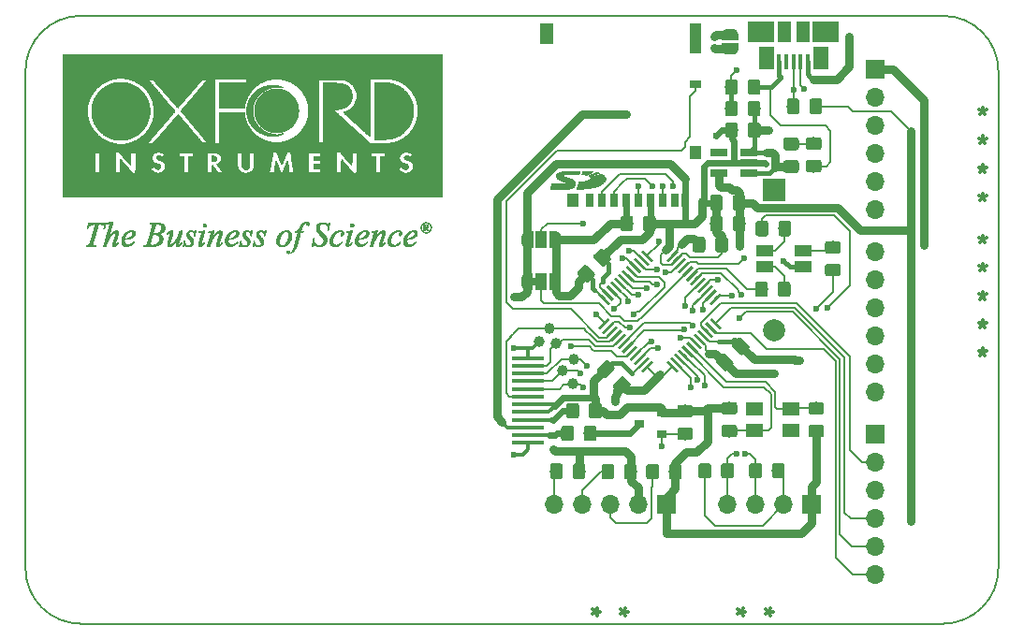
<source format=gbr>
G04 #@! TF.GenerationSoftware,KiCad,Pcbnew,(5.0.2)-1*
G04 #@! TF.CreationDate,2019-03-01T11:01:02+00:00*
G04 #@! TF.ProjectId,PCB_Card,5043425f-4361-4726-942e-6b696361645f,02*
G04 #@! TF.SameCoordinates,PX6ddf710PY7643e10*
G04 #@! TF.FileFunction,Copper,L1,Top*
G04 #@! TF.FilePolarity,Positive*
%FSLAX46Y46*%
G04 Gerber Fmt 4.6, Leading zero omitted, Abs format (unit mm)*
G04 Created by KiCad (PCBNEW (5.0.2)-1) date 01/03/2019 11:01:02*
%MOMM*%
%LPD*%
G01*
G04 APERTURE LIST*
G04 #@! TA.AperFunction,NonConductor*
%ADD10C,0.300000*%
G04 #@! TD*
G04 #@! TA.AperFunction,NonConductor*
%ADD11C,0.200000*%
G04 #@! TD*
G04 #@! TA.AperFunction,EtchedComponent*
%ADD12C,0.010000*%
G04 #@! TD*
G04 #@! TA.AperFunction,SMDPad,CuDef*
%ADD13R,3.000000X0.350000*%
G04 #@! TD*
G04 #@! TA.AperFunction,SMDPad,CuDef*
%ADD14R,0.900000X0.800000*%
G04 #@! TD*
G04 #@! TA.AperFunction,SMDPad,CuDef*
%ADD15C,0.500000*%
G04 #@! TD*
G04 #@! TA.AperFunction,Conductor*
%ADD16C,0.100000*%
G04 #@! TD*
G04 #@! TA.AperFunction,SMDPad,CuDef*
%ADD17R,1.000000X1.500000*%
G04 #@! TD*
G04 #@! TA.AperFunction,ComponentPad*
%ADD18R,2.000000X2.000000*%
G04 #@! TD*
G04 #@! TA.AperFunction,ComponentPad*
%ADD19C,2.000000*%
G04 #@! TD*
G04 #@! TA.AperFunction,SMDPad,CuDef*
%ADD20C,1.150000*%
G04 #@! TD*
G04 #@! TA.AperFunction,SMDPad,CuDef*
%ADD21C,0.250000*%
G04 #@! TD*
G04 #@! TA.AperFunction,SMDPad,CuDef*
%ADD22R,0.700000X1.200000*%
G04 #@! TD*
G04 #@! TA.AperFunction,SMDPad,CuDef*
%ADD23R,1.000000X1.200000*%
G04 #@! TD*
G04 #@! TA.AperFunction,SMDPad,CuDef*
%ADD24R,1.000000X0.800000*%
G04 #@! TD*
G04 #@! TA.AperFunction,SMDPad,CuDef*
%ADD25R,1.000000X2.800000*%
G04 #@! TD*
G04 #@! TA.AperFunction,SMDPad,CuDef*
%ADD26R,1.300000X1.900000*%
G04 #@! TD*
G04 #@! TA.AperFunction,ComponentPad*
%ADD27O,1.700000X1.700000*%
G04 #@! TD*
G04 #@! TA.AperFunction,SMDPad,CuDef*
%ADD28R,1.600000X1.300000*%
G04 #@! TD*
G04 #@! TA.AperFunction,SMDPad,CuDef*
%ADD29R,1.500000X1.000000*%
G04 #@! TD*
G04 #@! TA.AperFunction,SMDPad,CuDef*
%ADD30R,0.450000X1.380000*%
G04 #@! TD*
G04 #@! TA.AperFunction,SMDPad,CuDef*
%ADD31R,1.475000X2.100000*%
G04 #@! TD*
G04 #@! TA.AperFunction,SMDPad,CuDef*
%ADD32R,2.375000X1.900000*%
G04 #@! TD*
G04 #@! TA.AperFunction,SMDPad,CuDef*
%ADD33R,1.175000X1.900000*%
G04 #@! TD*
G04 #@! TA.AperFunction,ComponentPad*
%ADD34R,1.700000X1.700000*%
G04 #@! TD*
G04 #@! TA.AperFunction,SMDPad,CuDef*
%ADD35R,1.560000X0.650000*%
G04 #@! TD*
G04 #@! TA.AperFunction,BGAPad,CuDef*
%ADD36C,1.000000*%
G04 #@! TD*
G04 #@! TA.AperFunction,ViaPad*
%ADD37C,0.600000*%
G04 #@! TD*
G04 #@! TA.AperFunction,Conductor*
%ADD38C,0.400000*%
G04 #@! TD*
G04 #@! TA.AperFunction,Conductor*
%ADD39C,0.800000*%
G04 #@! TD*
G04 #@! TA.AperFunction,Conductor*
%ADD40C,0.600000*%
G04 #@! TD*
G04 #@! TA.AperFunction,Conductor*
%ADD41C,0.350000*%
G04 #@! TD*
G04 #@! TA.AperFunction,Conductor*
%ADD42C,0.200000*%
G04 #@! TD*
G04 #@! TA.AperFunction,Conductor*
%ADD43C,0.450000*%
G04 #@! TD*
G04 APERTURE END LIST*
D10*
X51926428Y1085000D02*
X51569285Y1085000D01*
X51712142Y1442143D02*
X51569285Y1085000D01*
X51712142Y727858D01*
X51283571Y1299286D02*
X51569285Y1085000D01*
X51283571Y870715D01*
X54451428Y1085000D02*
X54094285Y1085000D01*
X54237142Y1442143D02*
X54094285Y1085000D01*
X54237142Y727858D01*
X53808571Y1299286D02*
X54094285Y1085000D01*
X53808571Y870715D01*
X65076428Y1085000D02*
X64719285Y1085000D01*
X64862142Y1442143D02*
X64719285Y1085000D01*
X64862142Y727858D01*
X64433571Y1299286D02*
X64719285Y1085000D01*
X64433571Y870715D01*
X67576428Y1085000D02*
X67219285Y1085000D01*
X67362142Y1442143D02*
X67219285Y1085000D01*
X67362142Y727858D01*
X66933571Y1299286D02*
X67219285Y1085000D01*
X66933571Y870715D01*
D11*
X87980000Y50010000D02*
X87980000Y5010000D01*
D10*
X86555000Y46731429D02*
X86555000Y46374286D01*
X86197857Y46517143D02*
X86555000Y46374286D01*
X86912142Y46517143D01*
X86340714Y46088572D02*
X86555000Y46374286D01*
X86769285Y46088572D01*
X86555000Y44131429D02*
X86555000Y43774286D01*
X86197857Y43917143D02*
X86555000Y43774286D01*
X86912142Y43917143D01*
X86340714Y43488572D02*
X86555000Y43774286D01*
X86769285Y43488572D01*
X86555000Y41531429D02*
X86555000Y41174286D01*
X86197857Y41317143D02*
X86555000Y41174286D01*
X86912142Y41317143D01*
X86340714Y40888572D02*
X86555000Y41174286D01*
X86769285Y40888572D01*
X86555000Y38931429D02*
X86555000Y38574286D01*
X86197857Y38717143D02*
X86555000Y38574286D01*
X86912142Y38717143D01*
X86340714Y38288572D02*
X86555000Y38574286D01*
X86769285Y38288572D01*
X86555000Y24931429D02*
X86555000Y24574286D01*
X86197857Y24717143D02*
X86555000Y24574286D01*
X86912142Y24717143D01*
X86340714Y24288572D02*
X86555000Y24574286D01*
X86769285Y24288572D01*
X86555000Y27481429D02*
X86555000Y27124286D01*
X86197857Y27267143D02*
X86555000Y27124286D01*
X86912142Y27267143D01*
X86340714Y26838572D02*
X86555000Y27124286D01*
X86769285Y26838572D01*
X86555000Y30031429D02*
X86555000Y29674286D01*
X86197857Y29817143D02*
X86555000Y29674286D01*
X86912142Y29817143D01*
X86340714Y29388572D02*
X86555000Y29674286D01*
X86769285Y29388572D01*
X86555000Y32581429D02*
X86555000Y32224286D01*
X86197857Y32367143D02*
X86555000Y32224286D01*
X86912142Y32367143D01*
X86340714Y31938572D02*
X86555000Y32224286D01*
X86769285Y31938572D01*
X86555000Y35131429D02*
X86555000Y34774286D01*
X86197857Y34917143D02*
X86555000Y34774286D01*
X86912142Y34917143D01*
X86340714Y34488572D02*
X86555000Y34774286D01*
X86769285Y34488572D01*
D11*
X-20000Y5010000D02*
G75*
G03X4980000Y10000I5000000J0D01*
G01*
X87980000Y5010000D02*
G75*
G02X82980000Y10000I-5000000J0D01*
G01*
X87980000Y50010000D02*
G75*
G03X82980000Y55010000I-5000000J0D01*
G01*
X-20000Y50010000D02*
G75*
G02X4980000Y55010000I5000000J0D01*
G01*
X-20000Y5010000D02*
X-20000Y50010000D01*
X82980000Y10000D02*
X4980000Y10000D01*
X4980000Y55010000D02*
X82980000Y55010000D01*
D12*
G04 #@! TO.C,G\002A\002A\002A*
G36*
X50663909Y40962593D02*
X50778300Y40961675D01*
X50881940Y40959670D01*
X50974494Y40956595D01*
X51055627Y40952465D01*
X51125006Y40947298D01*
X51182296Y40941109D01*
X51215913Y40936021D01*
X51241035Y40931595D01*
X51124163Y40858613D01*
X51089502Y40837037D01*
X51058307Y40817747D01*
X51032242Y40801761D01*
X51012973Y40790101D01*
X51002166Y40783784D01*
X51000622Y40782996D01*
X50992017Y40778084D01*
X50976965Y40768249D01*
X50964877Y40759922D01*
X50944629Y40746172D01*
X50925352Y40733851D01*
X50917208Y40729019D01*
X50897996Y40717716D01*
X50879562Y40706237D01*
X50860576Y40694398D01*
X50842850Y40683938D01*
X50828513Y40675396D01*
X50808033Y40662673D01*
X50786289Y40648811D01*
X50757888Y40632138D01*
X50737741Y40624295D01*
X50725197Y40625053D01*
X50723090Y40626642D01*
X50712980Y40631150D01*
X50692103Y40636332D01*
X50662363Y40641952D01*
X50625665Y40647774D01*
X50583913Y40653564D01*
X50539010Y40659084D01*
X50492862Y40664099D01*
X50447370Y40668374D01*
X50404441Y40671672D01*
X50365978Y40673758D01*
X50337348Y40674404D01*
X50309578Y40674656D01*
X50292312Y40675617D01*
X50283356Y40677724D01*
X50280513Y40681414D01*
X50281105Y40685594D01*
X50284408Y40695616D01*
X50291063Y40714896D01*
X50300130Y40740735D01*
X50310668Y40770434D01*
X50311557Y40772928D01*
X50324402Y40809061D01*
X50338021Y40847610D01*
X50350597Y40883419D01*
X50358575Y40906312D01*
X50378389Y40963476D01*
X50663909Y40962593D01*
X50663909Y40962593D01*
G37*
X50663909Y40962593D02*
X50778300Y40961675D01*
X50881940Y40959670D01*
X50974494Y40956595D01*
X51055627Y40952465D01*
X51125006Y40947298D01*
X51182296Y40941109D01*
X51215913Y40936021D01*
X51241035Y40931595D01*
X51124163Y40858613D01*
X51089502Y40837037D01*
X51058307Y40817747D01*
X51032242Y40801761D01*
X51012973Y40790101D01*
X51002166Y40783784D01*
X51000622Y40782996D01*
X50992017Y40778084D01*
X50976965Y40768249D01*
X50964877Y40759922D01*
X50944629Y40746172D01*
X50925352Y40733851D01*
X50917208Y40729019D01*
X50897996Y40717716D01*
X50879562Y40706237D01*
X50860576Y40694398D01*
X50842850Y40683938D01*
X50828513Y40675396D01*
X50808033Y40662673D01*
X50786289Y40648811D01*
X50757888Y40632138D01*
X50737741Y40624295D01*
X50725197Y40625053D01*
X50723090Y40626642D01*
X50712980Y40631150D01*
X50692103Y40636332D01*
X50662363Y40641952D01*
X50625665Y40647774D01*
X50583913Y40653564D01*
X50539010Y40659084D01*
X50492862Y40664099D01*
X50447370Y40668374D01*
X50404441Y40671672D01*
X50365978Y40673758D01*
X50337348Y40674404D01*
X50309578Y40674656D01*
X50292312Y40675617D01*
X50283356Y40677724D01*
X50280513Y40681414D01*
X50281105Y40685594D01*
X50284408Y40695616D01*
X50291063Y40714896D01*
X50300130Y40740735D01*
X50310668Y40770434D01*
X50311557Y40772928D01*
X50324402Y40809061D01*
X50338021Y40847610D01*
X50350597Y40883419D01*
X50358575Y40906312D01*
X50378389Y40963476D01*
X50663909Y40962593D01*
G36*
X51653149Y40858332D02*
X51675757Y40852326D01*
X51704449Y40842924D01*
X51735302Y40832297D01*
X51765335Y40821431D01*
X51790221Y40811915D01*
X51800947Y40807486D01*
X51832300Y40793843D01*
X51416271Y40655031D01*
X51346578Y40631794D01*
X51280454Y40609780D01*
X51218881Y40589313D01*
X51162839Y40570718D01*
X51113307Y40554319D01*
X51071268Y40540440D01*
X51037700Y40529406D01*
X51013584Y40521540D01*
X50999901Y40517168D01*
X50997066Y40516353D01*
X50990624Y40519696D01*
X50976530Y40528403D01*
X50957639Y40540700D01*
X50954584Y40542734D01*
X50936072Y40555893D01*
X50923077Y40566679D01*
X50918007Y40573057D01*
X50918104Y40573553D01*
X50925019Y40577820D01*
X50940766Y40584971D01*
X50962218Y40593609D01*
X50966938Y40595399D01*
X50999676Y40608012D01*
X51040556Y40624256D01*
X51086066Y40642712D01*
X51132692Y40661960D01*
X51162208Y40674339D01*
X51177613Y40680702D01*
X51202700Y40690898D01*
X51235346Y40704076D01*
X51273423Y40719386D01*
X51314808Y40735977D01*
X51357374Y40752998D01*
X51398996Y40769598D01*
X51437550Y40784926D01*
X51470910Y40798132D01*
X51496950Y40808365D01*
X51498842Y40809103D01*
X51524864Y40819406D01*
X51549280Y40829339D01*
X51567245Y40836929D01*
X51568709Y40837576D01*
X51596720Y40849789D01*
X51617531Y40857217D01*
X51635040Y40860013D01*
X51653149Y40858332D01*
X51653149Y40858332D01*
G37*
X51653149Y40858332D02*
X51675757Y40852326D01*
X51704449Y40842924D01*
X51735302Y40832297D01*
X51765335Y40821431D01*
X51790221Y40811915D01*
X51800947Y40807486D01*
X51832300Y40793843D01*
X51416271Y40655031D01*
X51346578Y40631794D01*
X51280454Y40609780D01*
X51218881Y40589313D01*
X51162839Y40570718D01*
X51113307Y40554319D01*
X51071268Y40540440D01*
X51037700Y40529406D01*
X51013584Y40521540D01*
X50999901Y40517168D01*
X50997066Y40516353D01*
X50990624Y40519696D01*
X50976530Y40528403D01*
X50957639Y40540700D01*
X50954584Y40542734D01*
X50936072Y40555893D01*
X50923077Y40566679D01*
X50918007Y40573057D01*
X50918104Y40573553D01*
X50925019Y40577820D01*
X50940766Y40584971D01*
X50962218Y40593609D01*
X50966938Y40595399D01*
X50999676Y40608012D01*
X51040556Y40624256D01*
X51086066Y40642712D01*
X51132692Y40661960D01*
X51162208Y40674339D01*
X51177613Y40680702D01*
X51202700Y40690898D01*
X51235346Y40704076D01*
X51273423Y40719386D01*
X51314808Y40735977D01*
X51357374Y40752998D01*
X51398996Y40769598D01*
X51437550Y40784926D01*
X51470910Y40798132D01*
X51496950Y40808365D01*
X51498842Y40809103D01*
X51524864Y40819406D01*
X51549280Y40829339D01*
X51567245Y40836929D01*
X51568709Y40837576D01*
X51596720Y40849789D01*
X51617531Y40857217D01*
X51635040Y40860013D01*
X51653149Y40858332D01*
G36*
X52049468Y40704130D02*
X52067224Y40697361D01*
X52090840Y40685253D01*
X52121590Y40667131D01*
X52160748Y40642319D01*
X52178055Y40631024D01*
X52244935Y40582393D01*
X52302845Y40530553D01*
X52351215Y40476360D01*
X52389476Y40420672D01*
X52417061Y40364348D01*
X52433398Y40308245D01*
X52437921Y40253222D01*
X52437183Y40240246D01*
X52428129Y40186281D01*
X52409928Y40133858D01*
X52381973Y40082045D01*
X52343655Y40029910D01*
X52294366Y39976522D01*
X52233500Y39920948D01*
X52223241Y39912288D01*
X52205078Y39897038D01*
X52190272Y39884495D01*
X52182017Y39877367D01*
X52182003Y39877355D01*
X52172272Y39869765D01*
X52154787Y39857136D01*
X52132391Y39841436D01*
X52107926Y39824632D01*
X52084236Y39808692D01*
X52064163Y39795583D01*
X52060642Y39793355D01*
X52018207Y39768000D01*
X51968043Y39740119D01*
X51914224Y39711877D01*
X51860827Y39685438D01*
X51832338Y39672094D01*
X51801565Y39658042D01*
X51776580Y39646774D01*
X51755190Y39637464D01*
X51735205Y39629287D01*
X51714430Y39621416D01*
X51690674Y39613025D01*
X51661744Y39603289D01*
X51625447Y39591382D01*
X51579591Y39576476D01*
X51571885Y39573974D01*
X51523114Y39558236D01*
X51481502Y39545127D01*
X51444503Y39533971D01*
X51409569Y39524094D01*
X51374154Y39514821D01*
X51335710Y39505477D01*
X51291690Y39495387D01*
X51239547Y39483875D01*
X51197142Y39474674D01*
X51102542Y39455908D01*
X50997424Y39438088D01*
X50883955Y39421468D01*
X50764301Y39406306D01*
X50640628Y39392858D01*
X50515104Y39381379D01*
X50389894Y39372127D01*
X50276161Y39365768D01*
X50223874Y39363329D01*
X50164299Y39360548D01*
X50102838Y39357677D01*
X50044893Y39354969D01*
X50009395Y39353308D01*
X49951908Y39350707D01*
X49905973Y39348851D01*
X49870460Y39347732D01*
X49844240Y39347341D01*
X49826183Y39347669D01*
X49815161Y39348709D01*
X49810043Y39350450D01*
X49809336Y39351761D01*
X49811360Y39359269D01*
X49816865Y39376235D01*
X49825018Y39400168D01*
X49834987Y39428578D01*
X49835339Y39429568D01*
X49847810Y39464856D01*
X49860917Y39502327D01*
X49872841Y39536769D01*
X49879618Y39556599D01*
X49890539Y39588273D01*
X49902520Y39622161D01*
X49913203Y39651601D01*
X49914483Y39655049D01*
X49924065Y39681188D01*
X49933070Y39706480D01*
X49939370Y39724916D01*
X49947529Y39748665D01*
X49956480Y39773121D01*
X49957478Y39775729D01*
X49963671Y39792425D01*
X49972616Y39817332D01*
X49982953Y39846641D01*
X49990322Y39867827D01*
X50001289Y39899150D01*
X50012303Y39929904D01*
X50021801Y39955762D01*
X50026411Y39967865D01*
X50039452Y40001211D01*
X50078412Y40001138D01*
X50115883Y40002169D01*
X50163209Y40005179D01*
X50217750Y40009869D01*
X50276864Y40015937D01*
X50337909Y40023083D01*
X50398245Y40031007D01*
X50455229Y40039406D01*
X50506222Y40047982D01*
X50530225Y40052558D01*
X50569329Y40060777D01*
X50604139Y40069061D01*
X50638847Y40078545D01*
X50677646Y40090366D01*
X50717597Y40103303D01*
X50753801Y40115351D01*
X50781524Y40125042D01*
X50804391Y40133867D01*
X50826030Y40143315D01*
X50850064Y40154877D01*
X50880121Y40170042D01*
X50880552Y40170262D01*
X50940283Y40204133D01*
X50989687Y40239412D01*
X51028373Y40275595D01*
X51055951Y40312182D01*
X51072034Y40348669D01*
X51076230Y40384554D01*
X51070049Y40414514D01*
X51061191Y40439160D01*
X51056388Y40454235D01*
X51055107Y40462016D01*
X51056817Y40464780D01*
X51058254Y40464991D01*
X51068134Y40466679D01*
X51089831Y40471509D01*
X51122883Y40479368D01*
X51166826Y40490142D01*
X51221200Y40503718D01*
X51285541Y40519981D01*
X51359388Y40538820D01*
X51368634Y40541189D01*
X51415355Y40553134D01*
X51459049Y40564250D01*
X51497917Y40574085D01*
X51530163Y40582185D01*
X51553990Y40588097D01*
X51567599Y40591369D01*
X51568709Y40591617D01*
X51584179Y40595265D01*
X51608193Y40601241D01*
X51637022Y40608608D01*
X51657632Y40613974D01*
X51688068Y40621842D01*
X51716702Y40629031D01*
X51739606Y40634564D01*
X51749730Y40636846D01*
X51772924Y40642323D01*
X51795492Y40648502D01*
X51797367Y40649073D01*
X51819245Y40655187D01*
X51842867Y40660919D01*
X51845003Y40661384D01*
X51861249Y40665155D01*
X51886258Y40671297D01*
X51916512Y40678934D01*
X51945985Y40686535D01*
X51976560Y40694201D01*
X52003802Y40700474D01*
X52024728Y40704703D01*
X52036300Y40706237D01*
X52049468Y40704130D01*
X52049468Y40704130D01*
G37*
X52049468Y40704130D02*
X52067224Y40697361D01*
X52090840Y40685253D01*
X52121590Y40667131D01*
X52160748Y40642319D01*
X52178055Y40631024D01*
X52244935Y40582393D01*
X52302845Y40530553D01*
X52351215Y40476360D01*
X52389476Y40420672D01*
X52417061Y40364348D01*
X52433398Y40308245D01*
X52437921Y40253222D01*
X52437183Y40240246D01*
X52428129Y40186281D01*
X52409928Y40133858D01*
X52381973Y40082045D01*
X52343655Y40029910D01*
X52294366Y39976522D01*
X52233500Y39920948D01*
X52223241Y39912288D01*
X52205078Y39897038D01*
X52190272Y39884495D01*
X52182017Y39877367D01*
X52182003Y39877355D01*
X52172272Y39869765D01*
X52154787Y39857136D01*
X52132391Y39841436D01*
X52107926Y39824632D01*
X52084236Y39808692D01*
X52064163Y39795583D01*
X52060642Y39793355D01*
X52018207Y39768000D01*
X51968043Y39740119D01*
X51914224Y39711877D01*
X51860827Y39685438D01*
X51832338Y39672094D01*
X51801565Y39658042D01*
X51776580Y39646774D01*
X51755190Y39637464D01*
X51735205Y39629287D01*
X51714430Y39621416D01*
X51690674Y39613025D01*
X51661744Y39603289D01*
X51625447Y39591382D01*
X51579591Y39576476D01*
X51571885Y39573974D01*
X51523114Y39558236D01*
X51481502Y39545127D01*
X51444503Y39533971D01*
X51409569Y39524094D01*
X51374154Y39514821D01*
X51335710Y39505477D01*
X51291690Y39495387D01*
X51239547Y39483875D01*
X51197142Y39474674D01*
X51102542Y39455908D01*
X50997424Y39438088D01*
X50883955Y39421468D01*
X50764301Y39406306D01*
X50640628Y39392858D01*
X50515104Y39381379D01*
X50389894Y39372127D01*
X50276161Y39365768D01*
X50223874Y39363329D01*
X50164299Y39360548D01*
X50102838Y39357677D01*
X50044893Y39354969D01*
X50009395Y39353308D01*
X49951908Y39350707D01*
X49905973Y39348851D01*
X49870460Y39347732D01*
X49844240Y39347341D01*
X49826183Y39347669D01*
X49815161Y39348709D01*
X49810043Y39350450D01*
X49809336Y39351761D01*
X49811360Y39359269D01*
X49816865Y39376235D01*
X49825018Y39400168D01*
X49834987Y39428578D01*
X49835339Y39429568D01*
X49847810Y39464856D01*
X49860917Y39502327D01*
X49872841Y39536769D01*
X49879618Y39556599D01*
X49890539Y39588273D01*
X49902520Y39622161D01*
X49913203Y39651601D01*
X49914483Y39655049D01*
X49924065Y39681188D01*
X49933070Y39706480D01*
X49939370Y39724916D01*
X49947529Y39748665D01*
X49956480Y39773121D01*
X49957478Y39775729D01*
X49963671Y39792425D01*
X49972616Y39817332D01*
X49982953Y39846641D01*
X49990322Y39867827D01*
X50001289Y39899150D01*
X50012303Y39929904D01*
X50021801Y39955762D01*
X50026411Y39967865D01*
X50039452Y40001211D01*
X50078412Y40001138D01*
X50115883Y40002169D01*
X50163209Y40005179D01*
X50217750Y40009869D01*
X50276864Y40015937D01*
X50337909Y40023083D01*
X50398245Y40031007D01*
X50455229Y40039406D01*
X50506222Y40047982D01*
X50530225Y40052558D01*
X50569329Y40060777D01*
X50604139Y40069061D01*
X50638847Y40078545D01*
X50677646Y40090366D01*
X50717597Y40103303D01*
X50753801Y40115351D01*
X50781524Y40125042D01*
X50804391Y40133867D01*
X50826030Y40143315D01*
X50850064Y40154877D01*
X50880121Y40170042D01*
X50880552Y40170262D01*
X50940283Y40204133D01*
X50989687Y40239412D01*
X51028373Y40275595D01*
X51055951Y40312182D01*
X51072034Y40348669D01*
X51076230Y40384554D01*
X51070049Y40414514D01*
X51061191Y40439160D01*
X51056388Y40454235D01*
X51055107Y40462016D01*
X51056817Y40464780D01*
X51058254Y40464991D01*
X51068134Y40466679D01*
X51089831Y40471509D01*
X51122883Y40479368D01*
X51166826Y40490142D01*
X51221200Y40503718D01*
X51285541Y40519981D01*
X51359388Y40538820D01*
X51368634Y40541189D01*
X51415355Y40553134D01*
X51459049Y40564250D01*
X51497917Y40574085D01*
X51530163Y40582185D01*
X51553990Y40588097D01*
X51567599Y40591369D01*
X51568709Y40591617D01*
X51584179Y40595265D01*
X51608193Y40601241D01*
X51637022Y40608608D01*
X51657632Y40613974D01*
X51688068Y40621842D01*
X51716702Y40629031D01*
X51739606Y40634564D01*
X51749730Y40636846D01*
X51772924Y40642323D01*
X51795492Y40648502D01*
X51797367Y40649073D01*
X51819245Y40655187D01*
X51842867Y40660919D01*
X51845003Y40661384D01*
X51861249Y40665155D01*
X51886258Y40671297D01*
X51916512Y40678934D01*
X51945985Y40686535D01*
X51976560Y40694201D01*
X52003802Y40700474D01*
X52024728Y40704703D01*
X52036300Y40706237D01*
X52049468Y40704130D01*
G36*
X49833570Y40972728D02*
X49892099Y40972399D01*
X49943833Y40971847D01*
X49987262Y40971068D01*
X50020875Y40970057D01*
X50041643Y40968933D01*
X50092945Y40964938D01*
X50075267Y40913395D01*
X50066408Y40887725D01*
X50054732Y40854119D01*
X50041647Y40816620D01*
X50028562Y40779271D01*
X50026334Y40772928D01*
X49995079Y40684006D01*
X49922842Y40680078D01*
X49903074Y40679339D01*
X49872014Y40678615D01*
X49831071Y40677921D01*
X49781654Y40677273D01*
X49725175Y40676687D01*
X49663044Y40676176D01*
X49596669Y40675756D01*
X49527463Y40675442D01*
X49475861Y40675289D01*
X49366363Y40674845D01*
X49262014Y40674042D01*
X49163590Y40672900D01*
X49071870Y40671439D01*
X48987631Y40669679D01*
X48911653Y40667640D01*
X48844712Y40665342D01*
X48787587Y40662806D01*
X48741056Y40660051D01*
X48705897Y40657098D01*
X48688264Y40654892D01*
X48640358Y40645686D01*
X48599780Y40634308D01*
X48567915Y40621310D01*
X48546149Y40607243D01*
X48536456Y40594436D01*
X48532892Y40570245D01*
X48540377Y40548671D01*
X48546890Y40541027D01*
X48566629Y40525996D01*
X48593706Y40509686D01*
X48623386Y40494768D01*
X48643803Y40486354D01*
X48693372Y40468954D01*
X48750304Y40450020D01*
X48809855Y40431062D01*
X48867281Y40413589D01*
X48917838Y40399110D01*
X48920097Y40398492D01*
X48956505Y40388565D01*
X48993416Y40378495D01*
X49026673Y40369417D01*
X49052118Y40362465D01*
X49053481Y40362092D01*
X49157639Y40332009D01*
X49250012Y40301836D01*
X49331513Y40271144D01*
X49403056Y40239502D01*
X49465554Y40206482D01*
X49519920Y40171654D01*
X49567069Y40134588D01*
X49596541Y40106802D01*
X49641005Y40053662D01*
X49673226Y39997151D01*
X49693239Y39937152D01*
X49701078Y39873544D01*
X49696778Y39806210D01*
X49691402Y39776983D01*
X49669793Y39702332D01*
X49639082Y39636248D01*
X49598790Y39577967D01*
X49548434Y39526724D01*
X49519164Y39503378D01*
X49474388Y39473550D01*
X49425526Y39447441D01*
X49371528Y39424801D01*
X49311344Y39405376D01*
X49243924Y39388913D01*
X49168218Y39375161D01*
X49083177Y39363866D01*
X48987751Y39354776D01*
X48880889Y39347639D01*
X48869285Y39347009D01*
X48841820Y39345932D01*
X48803281Y39344978D01*
X48755296Y39344150D01*
X48699492Y39343454D01*
X48637499Y39342892D01*
X48570945Y39342470D01*
X48501456Y39342191D01*
X48430663Y39342060D01*
X48360192Y39342081D01*
X48291673Y39342258D01*
X48226733Y39342594D01*
X48167001Y39343095D01*
X48114104Y39343763D01*
X48069671Y39344605D01*
X48056281Y39344944D01*
X48023536Y39345966D01*
X47983223Y39347415D01*
X47936778Y39349225D01*
X47885634Y39351328D01*
X47831228Y39353657D01*
X47774992Y39356145D01*
X47718362Y39358724D01*
X47662772Y39361327D01*
X47609657Y39363888D01*
X47560452Y39366337D01*
X47516590Y39368609D01*
X47479508Y39370636D01*
X47450638Y39372351D01*
X47431417Y39373686D01*
X47423277Y39374573D01*
X47423112Y39374648D01*
X47424059Y39381201D01*
X47428760Y39395757D01*
X47433358Y39407929D01*
X47440736Y39427269D01*
X47450726Y39454448D01*
X47461806Y39485291D01*
X47469034Y39505787D01*
X47480027Y39537059D01*
X47490920Y39567753D01*
X47500180Y39593564D01*
X47504612Y39605725D01*
X47514114Y39631604D01*
X47524766Y39660790D01*
X47530142Y39675592D01*
X47538908Y39699755D01*
X47547284Y39722782D01*
X47551539Y39734444D01*
X47557153Y39749846D01*
X47565744Y39773473D01*
X47575958Y39801605D01*
X47582823Y39820531D01*
X47605977Y39884388D01*
X47680279Y39876681D01*
X47786641Y39866207D01*
X47888675Y39857380D01*
X47989021Y39850055D01*
X48090319Y39844083D01*
X48195207Y39839317D01*
X48306324Y39835610D01*
X48426311Y39832814D01*
X48483312Y39831823D01*
X48562826Y39830811D01*
X48630611Y39830558D01*
X48687622Y39831178D01*
X48734817Y39832787D01*
X48773153Y39835498D01*
X48803586Y39839427D01*
X48827073Y39844688D01*
X48844571Y39851396D01*
X48857036Y39859665D01*
X48865427Y39869611D01*
X48869568Y39878100D01*
X48873334Y39896509D01*
X48869807Y39914118D01*
X48858345Y39931303D01*
X48838309Y39948439D01*
X48809056Y39965903D01*
X48769946Y39984070D01*
X48720337Y40003316D01*
X48659590Y40024016D01*
X48587061Y40046546D01*
X48577111Y40049517D01*
X48465347Y40085858D01*
X48363772Y40125293D01*
X48272692Y40167614D01*
X48192414Y40212611D01*
X48123246Y40260076D01*
X48065493Y40309799D01*
X48019462Y40361572D01*
X47985461Y40415186D01*
X47964864Y40466652D01*
X47956312Y40507953D01*
X47955888Y40548575D01*
X47961797Y40586832D01*
X47977891Y40637951D01*
X48003892Y40684076D01*
X48040845Y40726799D01*
X48071353Y40753595D01*
X48096561Y40773250D01*
X48117442Y40787755D01*
X48138503Y40799798D01*
X48164251Y40812069D01*
X48183618Y40820570D01*
X48235538Y40841411D01*
X48290586Y40860264D01*
X48349603Y40877243D01*
X48413429Y40892463D01*
X48482905Y40906038D01*
X48558871Y40918085D01*
X48642167Y40928718D01*
X48733634Y40938051D01*
X48834111Y40946200D01*
X48944441Y40953279D01*
X49065462Y40959404D01*
X49198015Y40964690D01*
X49250380Y40966463D01*
X49302063Y40967923D01*
X49360551Y40969203D01*
X49424332Y40970299D01*
X49491896Y40971205D01*
X49561732Y40971916D01*
X49632328Y40972429D01*
X49702173Y40972739D01*
X49769758Y40972840D01*
X49833570Y40972728D01*
X49833570Y40972728D01*
G37*
X49833570Y40972728D02*
X49892099Y40972399D01*
X49943833Y40971847D01*
X49987262Y40971068D01*
X50020875Y40970057D01*
X50041643Y40968933D01*
X50092945Y40964938D01*
X50075267Y40913395D01*
X50066408Y40887725D01*
X50054732Y40854119D01*
X50041647Y40816620D01*
X50028562Y40779271D01*
X50026334Y40772928D01*
X49995079Y40684006D01*
X49922842Y40680078D01*
X49903074Y40679339D01*
X49872014Y40678615D01*
X49831071Y40677921D01*
X49781654Y40677273D01*
X49725175Y40676687D01*
X49663044Y40676176D01*
X49596669Y40675756D01*
X49527463Y40675442D01*
X49475861Y40675289D01*
X49366363Y40674845D01*
X49262014Y40674042D01*
X49163590Y40672900D01*
X49071870Y40671439D01*
X48987631Y40669679D01*
X48911653Y40667640D01*
X48844712Y40665342D01*
X48787587Y40662806D01*
X48741056Y40660051D01*
X48705897Y40657098D01*
X48688264Y40654892D01*
X48640358Y40645686D01*
X48599780Y40634308D01*
X48567915Y40621310D01*
X48546149Y40607243D01*
X48536456Y40594436D01*
X48532892Y40570245D01*
X48540377Y40548671D01*
X48546890Y40541027D01*
X48566629Y40525996D01*
X48593706Y40509686D01*
X48623386Y40494768D01*
X48643803Y40486354D01*
X48693372Y40468954D01*
X48750304Y40450020D01*
X48809855Y40431062D01*
X48867281Y40413589D01*
X48917838Y40399110D01*
X48920097Y40398492D01*
X48956505Y40388565D01*
X48993416Y40378495D01*
X49026673Y40369417D01*
X49052118Y40362465D01*
X49053481Y40362092D01*
X49157639Y40332009D01*
X49250012Y40301836D01*
X49331513Y40271144D01*
X49403056Y40239502D01*
X49465554Y40206482D01*
X49519920Y40171654D01*
X49567069Y40134588D01*
X49596541Y40106802D01*
X49641005Y40053662D01*
X49673226Y39997151D01*
X49693239Y39937152D01*
X49701078Y39873544D01*
X49696778Y39806210D01*
X49691402Y39776983D01*
X49669793Y39702332D01*
X49639082Y39636248D01*
X49598790Y39577967D01*
X49548434Y39526724D01*
X49519164Y39503378D01*
X49474388Y39473550D01*
X49425526Y39447441D01*
X49371528Y39424801D01*
X49311344Y39405376D01*
X49243924Y39388913D01*
X49168218Y39375161D01*
X49083177Y39363866D01*
X48987751Y39354776D01*
X48880889Y39347639D01*
X48869285Y39347009D01*
X48841820Y39345932D01*
X48803281Y39344978D01*
X48755296Y39344150D01*
X48699492Y39343454D01*
X48637499Y39342892D01*
X48570945Y39342470D01*
X48501456Y39342191D01*
X48430663Y39342060D01*
X48360192Y39342081D01*
X48291673Y39342258D01*
X48226733Y39342594D01*
X48167001Y39343095D01*
X48114104Y39343763D01*
X48069671Y39344605D01*
X48056281Y39344944D01*
X48023536Y39345966D01*
X47983223Y39347415D01*
X47936778Y39349225D01*
X47885634Y39351328D01*
X47831228Y39353657D01*
X47774992Y39356145D01*
X47718362Y39358724D01*
X47662772Y39361327D01*
X47609657Y39363888D01*
X47560452Y39366337D01*
X47516590Y39368609D01*
X47479508Y39370636D01*
X47450638Y39372351D01*
X47431417Y39373686D01*
X47423277Y39374573D01*
X47423112Y39374648D01*
X47424059Y39381201D01*
X47428760Y39395757D01*
X47433358Y39407929D01*
X47440736Y39427269D01*
X47450726Y39454448D01*
X47461806Y39485291D01*
X47469034Y39505787D01*
X47480027Y39537059D01*
X47490920Y39567753D01*
X47500180Y39593564D01*
X47504612Y39605725D01*
X47514114Y39631604D01*
X47524766Y39660790D01*
X47530142Y39675592D01*
X47538908Y39699755D01*
X47547284Y39722782D01*
X47551539Y39734444D01*
X47557153Y39749846D01*
X47565744Y39773473D01*
X47575958Y39801605D01*
X47582823Y39820531D01*
X47605977Y39884388D01*
X47680279Y39876681D01*
X47786641Y39866207D01*
X47888675Y39857380D01*
X47989021Y39850055D01*
X48090319Y39844083D01*
X48195207Y39839317D01*
X48306324Y39835610D01*
X48426311Y39832814D01*
X48483312Y39831823D01*
X48562826Y39830811D01*
X48630611Y39830558D01*
X48687622Y39831178D01*
X48734817Y39832787D01*
X48773153Y39835498D01*
X48803586Y39839427D01*
X48827073Y39844688D01*
X48844571Y39851396D01*
X48857036Y39859665D01*
X48865427Y39869611D01*
X48869568Y39878100D01*
X48873334Y39896509D01*
X48869807Y39914118D01*
X48858345Y39931303D01*
X48838309Y39948439D01*
X48809056Y39965903D01*
X48769946Y39984070D01*
X48720337Y40003316D01*
X48659590Y40024016D01*
X48587061Y40046546D01*
X48577111Y40049517D01*
X48465347Y40085858D01*
X48363772Y40125293D01*
X48272692Y40167614D01*
X48192414Y40212611D01*
X48123246Y40260076D01*
X48065493Y40309799D01*
X48019462Y40361572D01*
X47985461Y40415186D01*
X47964864Y40466652D01*
X47956312Y40507953D01*
X47955888Y40548575D01*
X47961797Y40586832D01*
X47977891Y40637951D01*
X48003892Y40684076D01*
X48040845Y40726799D01*
X48071353Y40753595D01*
X48096561Y40773250D01*
X48117442Y40787755D01*
X48138503Y40799798D01*
X48164251Y40812069D01*
X48183618Y40820570D01*
X48235538Y40841411D01*
X48290586Y40860264D01*
X48349603Y40877243D01*
X48413429Y40892463D01*
X48482905Y40906038D01*
X48558871Y40918085D01*
X48642167Y40928718D01*
X48733634Y40938051D01*
X48834111Y40946200D01*
X48944441Y40953279D01*
X49065462Y40959404D01*
X49198015Y40964690D01*
X49250380Y40966463D01*
X49302063Y40967923D01*
X49360551Y40969203D01*
X49424332Y40970299D01*
X49491896Y40971205D01*
X49561732Y40971916D01*
X49632328Y40972429D01*
X49702173Y40972739D01*
X49769758Y40972840D01*
X49833570Y40972728D01*
G36*
X25377152Y36390011D02*
X25391838Y36382167D01*
X25392222Y36380500D01*
X25403488Y36372548D01*
X25431634Y36368124D01*
X25443022Y36367800D01*
X25474833Y36364984D01*
X25492526Y36357947D01*
X25493822Y36355100D01*
X25504169Y36343980D01*
X25513779Y36342400D01*
X25539958Y36334109D01*
X25550323Y36326525D01*
X25573890Y36306735D01*
X25593865Y36291972D01*
X25610449Y36275156D01*
X25618605Y36249349D01*
X25620821Y36206549D01*
X25620822Y36205340D01*
X25614953Y36148453D01*
X25597243Y36113827D01*
X25567534Y36101172D01*
X25564579Y36101100D01*
X25547104Y36094516D01*
X25544622Y36088400D01*
X25534409Y36077314D01*
X25509779Y36074908D01*
X25479746Y36080058D01*
X25453323Y36091635D01*
X25443022Y36101100D01*
X25422843Y36120773D01*
X25408468Y36126500D01*
X25396802Y36138435D01*
X25392258Y36172840D01*
X25392222Y36177300D01*
X25395367Y36212623D01*
X25405795Y36227179D01*
X25411272Y36228100D01*
X25426925Y36238611D01*
X25430322Y36252442D01*
X25437583Y36275809D01*
X25446197Y36283225D01*
X25454323Y36292063D01*
X25443022Y36303835D01*
X25417007Y36312363D01*
X25374759Y36315805D01*
X25324611Y36314679D01*
X25274896Y36309504D01*
X25233947Y36300801D01*
X25210339Y36289333D01*
X25193620Y36268029D01*
X25189022Y36255995D01*
X25178043Y36245378D01*
X25151570Y36236487D01*
X25150922Y36236356D01*
X25121647Y36224551D01*
X25112822Y36203036D01*
X25112822Y36203018D01*
X25107661Y36182208D01*
X25100363Y36177300D01*
X25088627Y36166458D01*
X25079171Y36142501D01*
X25063002Y36104002D01*
X25039984Y36080191D01*
X25024829Y36075700D01*
X25012762Y36065429D01*
X25011222Y36056650D01*
X25005253Y36039737D01*
X25000194Y36037600D01*
X24991938Y36026320D01*
X24984235Y35997959D01*
X24981963Y35983899D01*
X24974631Y35949834D01*
X24964839Y35928514D01*
X24961241Y35925690D01*
X24952136Y35911270D01*
X24947784Y35881989D01*
X24947722Y35877792D01*
X24942966Y35844708D01*
X24930135Y35834400D01*
X24916905Y35822158D01*
X24906845Y35785191D01*
X24903821Y35764550D01*
X24897116Y35726348D01*
X24888961Y35700977D01*
X24883308Y35694700D01*
X24875031Y35683661D01*
X24871522Y35657063D01*
X24871522Y35656600D01*
X24867843Y35629849D01*
X24858980Y35618503D01*
X24858822Y35618500D01*
X24849275Y35607632D01*
X24846122Y35586750D01*
X24847032Y35571721D01*
X24853021Y35562389D01*
X24868976Y35557397D01*
X24899786Y35555387D01*
X24950338Y35555002D01*
X24960422Y35555000D01*
X25014727Y35554576D01*
X25048471Y35552587D01*
X25066489Y35547958D01*
X25073615Y35539615D01*
X25074722Y35529600D01*
X25069403Y35508963D01*
X25062022Y35504200D01*
X25051703Y35493564D01*
X25049322Y35478800D01*
X25047181Y35466093D01*
X25037335Y35458502D01*
X25014652Y35454731D01*
X24973997Y35453484D01*
X24948760Y35453400D01*
X24887345Y35452631D01*
X24846948Y35448982D01*
X24823202Y35440441D01*
X24811742Y35424995D01*
X24808200Y35400633D01*
X24808022Y35388542D01*
X24804200Y35352587D01*
X24792339Y35339258D01*
X24790293Y35339100D01*
X24780029Y35331128D01*
X24772046Y35305105D01*
X24765514Y35257869D01*
X24763572Y35237500D01*
X24758091Y35190356D01*
X24751472Y35154838D01*
X24744916Y35136940D01*
X24743200Y35135900D01*
X24736074Y35124630D01*
X24732111Y35096478D01*
X24731822Y35085100D01*
X24729005Y35053289D01*
X24721968Y35035596D01*
X24719122Y35034300D01*
X24710204Y35023265D01*
X24706422Y34996675D01*
X24706422Y34996200D01*
X24701096Y34966746D01*
X24688693Y34958100D01*
X24678429Y34950128D01*
X24670446Y34924105D01*
X24663914Y34876869D01*
X24661972Y34856500D01*
X24656491Y34809356D01*
X24649872Y34773838D01*
X24643316Y34755940D01*
X24641600Y34754900D01*
X24634412Y34743646D01*
X24630475Y34715599D01*
X24630222Y34705159D01*
X24627326Y34672520D01*
X24620125Y34652996D01*
X24617646Y34651184D01*
X24609884Y34637310D01*
X24602162Y34605364D01*
X24596787Y34567575D01*
X24590916Y34526492D01*
X24583794Y34497812D01*
X24577612Y34488200D01*
X24569963Y34477157D01*
X24566722Y34450552D01*
X24566722Y34450100D01*
X24561274Y34420362D01*
X24548585Y34412000D01*
X24535424Y34401137D01*
X24525548Y34367445D01*
X24521722Y34342150D01*
X24515107Y34303950D01*
X24507185Y34278579D01*
X24501758Y34272300D01*
X24493867Y34261259D01*
X24490522Y34234656D01*
X24490522Y34234200D01*
X24486843Y34207449D01*
X24477980Y34196103D01*
X24477822Y34196100D01*
X24466554Y34185814D01*
X24465122Y34177050D01*
X24455528Y34160200D01*
X24447188Y34158000D01*
X24432751Y34146106D01*
X24421854Y34113599D01*
X24420672Y34107200D01*
X24412753Y34075460D01*
X24403369Y34057738D01*
X24400505Y34056400D01*
X24390223Y34046097D01*
X24388922Y34037350D01*
X24382947Y34020437D01*
X24377883Y34018300D01*
X24368801Y34007173D01*
X24360698Y33979787D01*
X24359611Y33973721D01*
X24346859Y33932835D01*
X24326189Y33902995D01*
X24302539Y33891302D01*
X24302305Y33891300D01*
X24290677Y33880474D01*
X24281498Y33857128D01*
X24266259Y33823316D01*
X24249222Y33802400D01*
X24227840Y33774119D01*
X24216945Y33747673D01*
X24205244Y33722730D01*
X24191272Y33713500D01*
X24171392Y33704824D01*
X24145460Y33684185D01*
X24122084Y33659665D01*
X24109870Y33639350D01*
X24109522Y33636723D01*
X24098615Y33627731D01*
X24076583Y33624600D01*
X24047098Y33616107D01*
X24037001Y33599200D01*
X24021987Y33578534D01*
X24007499Y33573800D01*
X23985765Y33567053D01*
X23979939Y33559702D01*
X23966265Y33553856D01*
X23933345Y33548529D01*
X23887335Y33544036D01*
X23834387Y33540693D01*
X23780656Y33538814D01*
X23732296Y33538715D01*
X23695460Y33540712D01*
X23677948Y33544229D01*
X23648881Y33563363D01*
X23629881Y33587191D01*
X23626922Y33598293D01*
X23617791Y33611350D01*
X23614222Y33611900D01*
X23606269Y33623167D01*
X23601845Y33651313D01*
X23601522Y33662700D01*
X23604338Y33694512D01*
X23611375Y33712205D01*
X23614222Y33713500D01*
X23623934Y33724322D01*
X23626922Y33743769D01*
X23636402Y33771429D01*
X23655497Y33781696D01*
X23705952Y33789189D01*
X23751466Y33785451D01*
X23783094Y33771308D01*
X23784764Y33769743D01*
X23801078Y33738153D01*
X23803126Y33698738D01*
X23790804Y33664295D01*
X23785672Y33658165D01*
X23769541Y33634984D01*
X23768596Y33617201D01*
X23779322Y33611900D01*
X23790589Y33601614D01*
X23792022Y33592850D01*
X23801660Y33578761D01*
X23832423Y33573835D01*
X23836472Y33573800D01*
X23870118Y33578411D01*
X23880922Y33591199D01*
X23893156Y33604617D01*
X23928447Y33613792D01*
X23938440Y33615080D01*
X23985898Y33627930D01*
X24023076Y33651954D01*
X24043753Y33682452D01*
X24046022Y33696394D01*
X24056229Y33711533D01*
X24065072Y33713500D01*
X24081909Y33723666D01*
X24084122Y33732550D01*
X24090900Y33749452D01*
X24096671Y33751600D01*
X24106312Y33762826D01*
X24115175Y33790880D01*
X24117345Y33802400D01*
X24124868Y33834151D01*
X24133815Y33851869D01*
X24136545Y33853200D01*
X24146379Y33863511D01*
X24147622Y33872250D01*
X24154479Y33889151D01*
X24160322Y33891300D01*
X24169868Y33902169D01*
X24173022Y33923050D01*
X24179212Y33947947D01*
X24190825Y33954800D01*
X24203207Y33965320D01*
X24212695Y33998125D01*
X24217472Y34031000D01*
X24223859Y34071139D01*
X24231560Y34098746D01*
X24237768Y34107200D01*
X24245340Y34118369D01*
X24249123Y34145829D01*
X24249222Y34151650D01*
X24252219Y34181033D01*
X24259589Y34195718D01*
X24261152Y34196100D01*
X24268171Y34207703D01*
X24275440Y34238243D01*
X24281470Y34281314D01*
X24281843Y34285000D01*
X24288833Y34336832D01*
X24297631Y34365659D01*
X24308012Y34373900D01*
X24320629Y34384888D01*
X24325362Y34418715D01*
X24325422Y34424700D01*
X24327875Y34456516D01*
X24334004Y34474208D01*
X24336481Y34475500D01*
X24343069Y34487102D01*
X24350027Y34517637D01*
X24355926Y34560704D01*
X24356300Y34564400D01*
X24362170Y34608178D01*
X24369397Y34639921D01*
X24376488Y34653224D01*
X24376991Y34653300D01*
X24385369Y34664340D01*
X24388921Y34690936D01*
X24388922Y34691400D01*
X24392170Y34718158D01*
X24399995Y34729498D01*
X24400129Y34729500D01*
X24406573Y34741140D01*
X24413420Y34771935D01*
X24419364Y34815697D01*
X24420263Y34824750D01*
X24426722Y34877476D01*
X24434547Y34908036D01*
X24444651Y34919662D01*
X24447155Y34920000D01*
X24459963Y34929950D01*
X24464978Y34961433D01*
X24465122Y34970800D01*
X24467938Y35002612D01*
X24474975Y35020305D01*
X24477822Y35021600D01*
X24485774Y35032867D01*
X24490198Y35061013D01*
X24490522Y35072400D01*
X24492975Y35104216D01*
X24499105Y35121908D01*
X24501581Y35123200D01*
X24508709Y35134708D01*
X24516101Y35164625D01*
X24521262Y35199400D01*
X24528774Y35246155D01*
X24538653Y35270424D01*
X24548302Y35275600D01*
X24561284Y35284835D01*
X24566497Y35314657D01*
X24566722Y35326400D01*
X24569538Y35358212D01*
X24576575Y35375905D01*
X24579422Y35377200D01*
X24588339Y35388236D01*
X24592121Y35414826D01*
X24592122Y35415300D01*
X24592122Y35453400D01*
X24458772Y35453400D01*
X24399282Y35453719D01*
X24360700Y35455245D01*
X24338534Y35458833D01*
X24328293Y35465339D01*
X24325488Y35475619D01*
X24325422Y35478800D01*
X24330740Y35499438D01*
X24338122Y35504200D01*
X24348440Y35514837D01*
X24350822Y35529600D01*
X24353853Y35544279D01*
X24366962Y35551926D01*
X24396166Y35554730D01*
X24420672Y35555000D01*
X24458924Y35557064D01*
X24484295Y35562386D01*
X24490522Y35567550D01*
X24501742Y35577214D01*
X24529763Y35586061D01*
X24540963Y35588166D01*
X24582214Y35601049D01*
X24598968Y35620066D01*
X24610399Y35639747D01*
X24618377Y35643900D01*
X24628889Y35654200D01*
X24630222Y35662950D01*
X24636543Y35679859D01*
X24641912Y35682000D01*
X24652498Y35692949D01*
X24661807Y35719360D01*
X24661972Y35720100D01*
X24673046Y35746813D01*
X24688100Y35758196D01*
X24688381Y35758200D01*
X24702608Y35769255D01*
X24706422Y35789950D01*
X24710769Y35813818D01*
X24719122Y35821700D01*
X24730389Y35831987D01*
X24731822Y35840750D01*
X24737816Y35857664D01*
X24742898Y35859800D01*
X24751615Y35871019D01*
X24759962Y35899057D01*
X24762098Y35910600D01*
X24770153Y35942365D01*
X24780419Y35960077D01*
X24783679Y35961400D01*
X24808091Y35972952D01*
X24829035Y36003164D01*
X24837871Y36028201D01*
X24848073Y36053383D01*
X24859063Y36063000D01*
X24870117Y36073291D01*
X24871522Y36082050D01*
X24877925Y36098958D01*
X24883366Y36101100D01*
X24896263Y36111582D01*
X24903272Y36126500D01*
X24915390Y36147045D01*
X24924863Y36151900D01*
X24942411Y36161049D01*
X24964321Y36182008D01*
X24981492Y36205045D01*
X24985822Y36217102D01*
X24996575Y36227672D01*
X25017572Y36235585D01*
X25041355Y36245705D01*
X25049322Y36255784D01*
X25060420Y36278599D01*
X25088320Y36299857D01*
X25117637Y36311400D01*
X25142123Y36321219D01*
X25150922Y36331077D01*
X25161798Y36339592D01*
X25182672Y36342400D01*
X25206539Y36346748D01*
X25214422Y36355100D01*
X25225586Y36363495D01*
X25253038Y36367691D01*
X25258872Y36367800D01*
X25288252Y36370990D01*
X25302938Y36378834D01*
X25303322Y36380500D01*
X25314486Y36388895D01*
X25341938Y36393091D01*
X25347772Y36393200D01*
X25377152Y36390011D01*
X25377152Y36390011D01*
G37*
X25377152Y36390011D02*
X25391838Y36382167D01*
X25392222Y36380500D01*
X25403488Y36372548D01*
X25431634Y36368124D01*
X25443022Y36367800D01*
X25474833Y36364984D01*
X25492526Y36357947D01*
X25493822Y36355100D01*
X25504169Y36343980D01*
X25513779Y36342400D01*
X25539958Y36334109D01*
X25550323Y36326525D01*
X25573890Y36306735D01*
X25593865Y36291972D01*
X25610449Y36275156D01*
X25618605Y36249349D01*
X25620821Y36206549D01*
X25620822Y36205340D01*
X25614953Y36148453D01*
X25597243Y36113827D01*
X25567534Y36101172D01*
X25564579Y36101100D01*
X25547104Y36094516D01*
X25544622Y36088400D01*
X25534409Y36077314D01*
X25509779Y36074908D01*
X25479746Y36080058D01*
X25453323Y36091635D01*
X25443022Y36101100D01*
X25422843Y36120773D01*
X25408468Y36126500D01*
X25396802Y36138435D01*
X25392258Y36172840D01*
X25392222Y36177300D01*
X25395367Y36212623D01*
X25405795Y36227179D01*
X25411272Y36228100D01*
X25426925Y36238611D01*
X25430322Y36252442D01*
X25437583Y36275809D01*
X25446197Y36283225D01*
X25454323Y36292063D01*
X25443022Y36303835D01*
X25417007Y36312363D01*
X25374759Y36315805D01*
X25324611Y36314679D01*
X25274896Y36309504D01*
X25233947Y36300801D01*
X25210339Y36289333D01*
X25193620Y36268029D01*
X25189022Y36255995D01*
X25178043Y36245378D01*
X25151570Y36236487D01*
X25150922Y36236356D01*
X25121647Y36224551D01*
X25112822Y36203036D01*
X25112822Y36203018D01*
X25107661Y36182208D01*
X25100363Y36177300D01*
X25088627Y36166458D01*
X25079171Y36142501D01*
X25063002Y36104002D01*
X25039984Y36080191D01*
X25024829Y36075700D01*
X25012762Y36065429D01*
X25011222Y36056650D01*
X25005253Y36039737D01*
X25000194Y36037600D01*
X24991938Y36026320D01*
X24984235Y35997959D01*
X24981963Y35983899D01*
X24974631Y35949834D01*
X24964839Y35928514D01*
X24961241Y35925690D01*
X24952136Y35911270D01*
X24947784Y35881989D01*
X24947722Y35877792D01*
X24942966Y35844708D01*
X24930135Y35834400D01*
X24916905Y35822158D01*
X24906845Y35785191D01*
X24903821Y35764550D01*
X24897116Y35726348D01*
X24888961Y35700977D01*
X24883308Y35694700D01*
X24875031Y35683661D01*
X24871522Y35657063D01*
X24871522Y35656600D01*
X24867843Y35629849D01*
X24858980Y35618503D01*
X24858822Y35618500D01*
X24849275Y35607632D01*
X24846122Y35586750D01*
X24847032Y35571721D01*
X24853021Y35562389D01*
X24868976Y35557397D01*
X24899786Y35555387D01*
X24950338Y35555002D01*
X24960422Y35555000D01*
X25014727Y35554576D01*
X25048471Y35552587D01*
X25066489Y35547958D01*
X25073615Y35539615D01*
X25074722Y35529600D01*
X25069403Y35508963D01*
X25062022Y35504200D01*
X25051703Y35493564D01*
X25049322Y35478800D01*
X25047181Y35466093D01*
X25037335Y35458502D01*
X25014652Y35454731D01*
X24973997Y35453484D01*
X24948760Y35453400D01*
X24887345Y35452631D01*
X24846948Y35448982D01*
X24823202Y35440441D01*
X24811742Y35424995D01*
X24808200Y35400633D01*
X24808022Y35388542D01*
X24804200Y35352587D01*
X24792339Y35339258D01*
X24790293Y35339100D01*
X24780029Y35331128D01*
X24772046Y35305105D01*
X24765514Y35257869D01*
X24763572Y35237500D01*
X24758091Y35190356D01*
X24751472Y35154838D01*
X24744916Y35136940D01*
X24743200Y35135900D01*
X24736074Y35124630D01*
X24732111Y35096478D01*
X24731822Y35085100D01*
X24729005Y35053289D01*
X24721968Y35035596D01*
X24719122Y35034300D01*
X24710204Y35023265D01*
X24706422Y34996675D01*
X24706422Y34996200D01*
X24701096Y34966746D01*
X24688693Y34958100D01*
X24678429Y34950128D01*
X24670446Y34924105D01*
X24663914Y34876869D01*
X24661972Y34856500D01*
X24656491Y34809356D01*
X24649872Y34773838D01*
X24643316Y34755940D01*
X24641600Y34754900D01*
X24634412Y34743646D01*
X24630475Y34715599D01*
X24630222Y34705159D01*
X24627326Y34672520D01*
X24620125Y34652996D01*
X24617646Y34651184D01*
X24609884Y34637310D01*
X24602162Y34605364D01*
X24596787Y34567575D01*
X24590916Y34526492D01*
X24583794Y34497812D01*
X24577612Y34488200D01*
X24569963Y34477157D01*
X24566722Y34450552D01*
X24566722Y34450100D01*
X24561274Y34420362D01*
X24548585Y34412000D01*
X24535424Y34401137D01*
X24525548Y34367445D01*
X24521722Y34342150D01*
X24515107Y34303950D01*
X24507185Y34278579D01*
X24501758Y34272300D01*
X24493867Y34261259D01*
X24490522Y34234656D01*
X24490522Y34234200D01*
X24486843Y34207449D01*
X24477980Y34196103D01*
X24477822Y34196100D01*
X24466554Y34185814D01*
X24465122Y34177050D01*
X24455528Y34160200D01*
X24447188Y34158000D01*
X24432751Y34146106D01*
X24421854Y34113599D01*
X24420672Y34107200D01*
X24412753Y34075460D01*
X24403369Y34057738D01*
X24400505Y34056400D01*
X24390223Y34046097D01*
X24388922Y34037350D01*
X24382947Y34020437D01*
X24377883Y34018300D01*
X24368801Y34007173D01*
X24360698Y33979787D01*
X24359611Y33973721D01*
X24346859Y33932835D01*
X24326189Y33902995D01*
X24302539Y33891302D01*
X24302305Y33891300D01*
X24290677Y33880474D01*
X24281498Y33857128D01*
X24266259Y33823316D01*
X24249222Y33802400D01*
X24227840Y33774119D01*
X24216945Y33747673D01*
X24205244Y33722730D01*
X24191272Y33713500D01*
X24171392Y33704824D01*
X24145460Y33684185D01*
X24122084Y33659665D01*
X24109870Y33639350D01*
X24109522Y33636723D01*
X24098615Y33627731D01*
X24076583Y33624600D01*
X24047098Y33616107D01*
X24037001Y33599200D01*
X24021987Y33578534D01*
X24007499Y33573800D01*
X23985765Y33567053D01*
X23979939Y33559702D01*
X23966265Y33553856D01*
X23933345Y33548529D01*
X23887335Y33544036D01*
X23834387Y33540693D01*
X23780656Y33538814D01*
X23732296Y33538715D01*
X23695460Y33540712D01*
X23677948Y33544229D01*
X23648881Y33563363D01*
X23629881Y33587191D01*
X23626922Y33598293D01*
X23617791Y33611350D01*
X23614222Y33611900D01*
X23606269Y33623167D01*
X23601845Y33651313D01*
X23601522Y33662700D01*
X23604338Y33694512D01*
X23611375Y33712205D01*
X23614222Y33713500D01*
X23623934Y33724322D01*
X23626922Y33743769D01*
X23636402Y33771429D01*
X23655497Y33781696D01*
X23705952Y33789189D01*
X23751466Y33785451D01*
X23783094Y33771308D01*
X23784764Y33769743D01*
X23801078Y33738153D01*
X23803126Y33698738D01*
X23790804Y33664295D01*
X23785672Y33658165D01*
X23769541Y33634984D01*
X23768596Y33617201D01*
X23779322Y33611900D01*
X23790589Y33601614D01*
X23792022Y33592850D01*
X23801660Y33578761D01*
X23832423Y33573835D01*
X23836472Y33573800D01*
X23870118Y33578411D01*
X23880922Y33591199D01*
X23893156Y33604617D01*
X23928447Y33613792D01*
X23938440Y33615080D01*
X23985898Y33627930D01*
X24023076Y33651954D01*
X24043753Y33682452D01*
X24046022Y33696394D01*
X24056229Y33711533D01*
X24065072Y33713500D01*
X24081909Y33723666D01*
X24084122Y33732550D01*
X24090900Y33749452D01*
X24096671Y33751600D01*
X24106312Y33762826D01*
X24115175Y33790880D01*
X24117345Y33802400D01*
X24124868Y33834151D01*
X24133815Y33851869D01*
X24136545Y33853200D01*
X24146379Y33863511D01*
X24147622Y33872250D01*
X24154479Y33889151D01*
X24160322Y33891300D01*
X24169868Y33902169D01*
X24173022Y33923050D01*
X24179212Y33947947D01*
X24190825Y33954800D01*
X24203207Y33965320D01*
X24212695Y33998125D01*
X24217472Y34031000D01*
X24223859Y34071139D01*
X24231560Y34098746D01*
X24237768Y34107200D01*
X24245340Y34118369D01*
X24249123Y34145829D01*
X24249222Y34151650D01*
X24252219Y34181033D01*
X24259589Y34195718D01*
X24261152Y34196100D01*
X24268171Y34207703D01*
X24275440Y34238243D01*
X24281470Y34281314D01*
X24281843Y34285000D01*
X24288833Y34336832D01*
X24297631Y34365659D01*
X24308012Y34373900D01*
X24320629Y34384888D01*
X24325362Y34418715D01*
X24325422Y34424700D01*
X24327875Y34456516D01*
X24334004Y34474208D01*
X24336481Y34475500D01*
X24343069Y34487102D01*
X24350027Y34517637D01*
X24355926Y34560704D01*
X24356300Y34564400D01*
X24362170Y34608178D01*
X24369397Y34639921D01*
X24376488Y34653224D01*
X24376991Y34653300D01*
X24385369Y34664340D01*
X24388921Y34690936D01*
X24388922Y34691400D01*
X24392170Y34718158D01*
X24399995Y34729498D01*
X24400129Y34729500D01*
X24406573Y34741140D01*
X24413420Y34771935D01*
X24419364Y34815697D01*
X24420263Y34824750D01*
X24426722Y34877476D01*
X24434547Y34908036D01*
X24444651Y34919662D01*
X24447155Y34920000D01*
X24459963Y34929950D01*
X24464978Y34961433D01*
X24465122Y34970800D01*
X24467938Y35002612D01*
X24474975Y35020305D01*
X24477822Y35021600D01*
X24485774Y35032867D01*
X24490198Y35061013D01*
X24490522Y35072400D01*
X24492975Y35104216D01*
X24499105Y35121908D01*
X24501581Y35123200D01*
X24508709Y35134708D01*
X24516101Y35164625D01*
X24521262Y35199400D01*
X24528774Y35246155D01*
X24538653Y35270424D01*
X24548302Y35275600D01*
X24561284Y35284835D01*
X24566497Y35314657D01*
X24566722Y35326400D01*
X24569538Y35358212D01*
X24576575Y35375905D01*
X24579422Y35377200D01*
X24588339Y35388236D01*
X24592121Y35414826D01*
X24592122Y35415300D01*
X24592122Y35453400D01*
X24458772Y35453400D01*
X24399282Y35453719D01*
X24360700Y35455245D01*
X24338534Y35458833D01*
X24328293Y35465339D01*
X24325488Y35475619D01*
X24325422Y35478800D01*
X24330740Y35499438D01*
X24338122Y35504200D01*
X24348440Y35514837D01*
X24350822Y35529600D01*
X24353853Y35544279D01*
X24366962Y35551926D01*
X24396166Y35554730D01*
X24420672Y35555000D01*
X24458924Y35557064D01*
X24484295Y35562386D01*
X24490522Y35567550D01*
X24501742Y35577214D01*
X24529763Y35586061D01*
X24540963Y35588166D01*
X24582214Y35601049D01*
X24598968Y35620066D01*
X24610399Y35639747D01*
X24618377Y35643900D01*
X24628889Y35654200D01*
X24630222Y35662950D01*
X24636543Y35679859D01*
X24641912Y35682000D01*
X24652498Y35692949D01*
X24661807Y35719360D01*
X24661972Y35720100D01*
X24673046Y35746813D01*
X24688100Y35758196D01*
X24688381Y35758200D01*
X24702608Y35769255D01*
X24706422Y35789950D01*
X24710769Y35813818D01*
X24719122Y35821700D01*
X24730389Y35831987D01*
X24731822Y35840750D01*
X24737816Y35857664D01*
X24742898Y35859800D01*
X24751615Y35871019D01*
X24759962Y35899057D01*
X24762098Y35910600D01*
X24770153Y35942365D01*
X24780419Y35960077D01*
X24783679Y35961400D01*
X24808091Y35972952D01*
X24829035Y36003164D01*
X24837871Y36028201D01*
X24848073Y36053383D01*
X24859063Y36063000D01*
X24870117Y36073291D01*
X24871522Y36082050D01*
X24877925Y36098958D01*
X24883366Y36101100D01*
X24896263Y36111582D01*
X24903272Y36126500D01*
X24915390Y36147045D01*
X24924863Y36151900D01*
X24942411Y36161049D01*
X24964321Y36182008D01*
X24981492Y36205045D01*
X24985822Y36217102D01*
X24996575Y36227672D01*
X25017572Y36235585D01*
X25041355Y36245705D01*
X25049322Y36255784D01*
X25060420Y36278599D01*
X25088320Y36299857D01*
X25117637Y36311400D01*
X25142123Y36321219D01*
X25150922Y36331077D01*
X25161798Y36339592D01*
X25182672Y36342400D01*
X25206539Y36346748D01*
X25214422Y36355100D01*
X25225586Y36363495D01*
X25253038Y36367691D01*
X25258872Y36367800D01*
X25288252Y36370990D01*
X25302938Y36378834D01*
X25303322Y36380500D01*
X25314486Y36388895D01*
X25341938Y36393091D01*
X25347772Y36393200D01*
X25377152Y36390011D01*
G36*
X27498446Y36303968D02*
X27500421Y36274729D01*
X27500422Y36273394D01*
X27497287Y36243681D01*
X27489561Y36228578D01*
X27487722Y36228100D01*
X27479769Y36216834D01*
X27475345Y36188688D01*
X27475022Y36177300D01*
X27471144Y36140210D01*
X27459346Y36126599D01*
X27457835Y36126500D01*
X27447539Y36117516D01*
X27439551Y36088805D01*
X27433187Y36037734D01*
X27432338Y36028075D01*
X27426902Y35981035D01*
X27419981Y35945030D01*
X27412888Y35926509D01*
X27411425Y35925417D01*
X27403402Y35911269D01*
X27399069Y35881332D01*
X27398822Y35871442D01*
X27396319Y35840019D01*
X27390083Y35822810D01*
X27387762Y35821700D01*
X27381174Y35810099D01*
X27374216Y35779564D01*
X27368317Y35736497D01*
X27367943Y35732800D01*
X27362731Y35686305D01*
X27356938Y35659660D01*
X27348115Y35647386D01*
X27333812Y35644002D01*
X27328202Y35643900D01*
X27308221Y35646801D01*
X27299342Y35660241D01*
X27297228Y35691332D01*
X27297222Y35694700D01*
X27300038Y35726512D01*
X27307075Y35744205D01*
X27309922Y35745500D01*
X27318839Y35756536D01*
X27322621Y35783126D01*
X27322622Y35783600D01*
X27318943Y35810352D01*
X27310080Y35821698D01*
X27309922Y35821700D01*
X27302348Y35833052D01*
X27297804Y35861771D01*
X27297222Y35878850D01*
X27295021Y35912938D01*
X27289453Y35933381D01*
X27286145Y35936000D01*
X27277428Y35947219D01*
X27269081Y35975257D01*
X27266945Y35986800D01*
X27259093Y36018560D01*
X27249330Y36036274D01*
X27246271Y36037600D01*
X27235137Y36047889D01*
X27233722Y36056650D01*
X27223556Y36073488D01*
X27214672Y36075700D01*
X27197756Y36081525D01*
X27195622Y36086457D01*
X27186940Y36105696D01*
X27167026Y36129300D01*
X27145075Y36147535D01*
X27133807Y36151900D01*
X27120150Y36160618D01*
X27119422Y36164600D01*
X27108553Y36174147D01*
X27087672Y36177300D01*
X27063804Y36181648D01*
X27055922Y36190000D01*
X27045635Y36201268D01*
X27036872Y36202700D01*
X27019971Y36209558D01*
X27017822Y36215400D01*
X27005620Y36220975D01*
X26970952Y36225100D01*
X26916721Y36227532D01*
X26865422Y36228100D01*
X26798524Y36227084D01*
X26749029Y36224195D01*
X26719840Y36219675D01*
X26713022Y36215400D01*
X26702735Y36204133D01*
X26693972Y36202700D01*
X26677071Y36195843D01*
X26674922Y36190000D01*
X26664635Y36178733D01*
X26655872Y36177300D01*
X26638971Y36170443D01*
X26636822Y36164600D01*
X26626759Y36152862D01*
X26620575Y36151900D01*
X26601638Y36142401D01*
X26585650Y36124944D01*
X26564734Y36097215D01*
X26551097Y36081402D01*
X26537371Y36060797D01*
X26535222Y36052266D01*
X26525174Y36037221D01*
X26519485Y36034472D01*
X26511593Y36022435D01*
X26506553Y35991045D01*
X26504095Y35937976D01*
X26503748Y35897900D01*
X26504875Y35831669D01*
X26508435Y35788420D01*
X26514696Y35765827D01*
X26519485Y35761329D01*
X26533881Y35745785D01*
X26535222Y35738092D01*
X26541661Y35721871D01*
X26546545Y35720100D01*
X26557585Y35709303D01*
X26566222Y35686816D01*
X26581853Y35650444D01*
X26604652Y35625299D01*
X26622972Y35618500D01*
X26635696Y35607715D01*
X26644306Y35586750D01*
X26654112Y35562976D01*
X26663598Y35555000D01*
X26674601Y35545296D01*
X26674922Y35542300D01*
X26683119Y35524780D01*
X26700322Y35504200D01*
X26723066Y35485554D01*
X26738422Y35478800D01*
X26750754Y35469313D01*
X26751122Y35466342D01*
X26761897Y35454305D01*
X26782872Y35445916D01*
X26806655Y35435796D01*
X26814622Y35425717D01*
X26823223Y35407098D01*
X26841785Y35387056D01*
X26859442Y35377217D01*
X26859964Y35377200D01*
X26875294Y35368164D01*
X26898534Y35346096D01*
X26922727Y35318559D01*
X26940915Y35293115D01*
X26945228Y35284519D01*
X26958769Y35266147D01*
X26967200Y35262900D01*
X26989169Y35252746D01*
X27014802Y35227697D01*
X27037025Y35195876D01*
X27047733Y35170453D01*
X27066365Y35139155D01*
X27086653Y35128671D01*
X27111216Y35113922D01*
X27124392Y35081429D01*
X27125135Y35077678D01*
X27133652Y35048792D01*
X27143916Y35034600D01*
X27145397Y35034300D01*
X27156324Y35024082D01*
X27157522Y35016309D01*
X27167005Y34996688D01*
X27173397Y34993025D01*
X27179552Y34984065D01*
X27184036Y34960167D01*
X27187029Y34918757D01*
X27188713Y34857260D01*
X27189270Y34773101D01*
X27189272Y34767600D01*
X27188773Y34682080D01*
X27187158Y34619368D01*
X27184243Y34576889D01*
X27179849Y34552067D01*
X27173793Y34542329D01*
X27173397Y34542175D01*
X27160125Y34526726D01*
X27157522Y34512542D01*
X27152681Y34492476D01*
X27146409Y34488200D01*
X27136312Y34477259D01*
X27127983Y34451634D01*
X27112579Y34419622D01*
X27088296Y34406942D01*
X27061528Y34391309D01*
X27055922Y34373260D01*
X27047573Y34348943D01*
X27036872Y34340393D01*
X27019993Y34324403D01*
X27017822Y34315392D01*
X27006896Y34301525D01*
X26987430Y34297700D01*
X26961093Y34290607D01*
X26949729Y34278650D01*
X26932502Y34262963D01*
X26916620Y34259600D01*
X26895768Y34254356D01*
X26890822Y34246900D01*
X26880185Y34236582D01*
X26865422Y34234200D01*
X26844736Y34226260D01*
X26840022Y34215150D01*
X26829040Y34199794D01*
X26809330Y34196100D01*
X26783810Y34190507D01*
X26773525Y34180761D01*
X26759441Y34174661D01*
X26725108Y34169901D01*
X26675641Y34166486D01*
X26616151Y34164422D01*
X26551753Y34163716D01*
X26487560Y34164374D01*
X26428685Y34166402D01*
X26380241Y34169807D01*
X26347342Y34174595D01*
X26335199Y34180225D01*
X26319917Y34192465D01*
X26299213Y34196100D01*
X26274472Y34202917D01*
X26268522Y34215150D01*
X26257214Y34230305D01*
X26231480Y34234200D01*
X26203595Y34238191D01*
X26190070Y34247304D01*
X26176287Y34253997D01*
X26143163Y34260735D01*
X26096735Y34266425D01*
X26074268Y34268272D01*
X26019921Y34271578D01*
X25984724Y34271617D01*
X25962538Y34267539D01*
X25947229Y34258492D01*
X25937877Y34249349D01*
X25919664Y34225590D01*
X25912922Y34209332D01*
X25902643Y34197596D01*
X25893872Y34196100D01*
X25877034Y34185935D01*
X25874822Y34177050D01*
X25864577Y34160453D01*
X25854761Y34158000D01*
X25844364Y34161393D01*
X25839696Y34175071D01*
X25840080Y34204284D01*
X25843713Y34243725D01*
X25849752Y34287400D01*
X25856942Y34319698D01*
X25863734Y34333668D01*
X25863774Y34333684D01*
X25870807Y34347837D01*
X25874605Y34377782D01*
X25874822Y34387659D01*
X25878103Y34422582D01*
X25888926Y34436667D01*
X25893872Y34437400D01*
X25907118Y34445789D01*
X25912576Y34473596D01*
X25912922Y34488200D01*
X25915406Y34520016D01*
X25921612Y34537708D01*
X25924119Y34539000D01*
X25930151Y34550708D01*
X25936623Y34581954D01*
X25942446Y34626921D01*
X25944309Y34646950D01*
X25949624Y34695699D01*
X25956077Y34732996D01*
X25962561Y34753025D01*
X25964862Y34754900D01*
X25971456Y34766324D01*
X25975642Y34795533D01*
X25976422Y34818400D01*
X25978461Y34858333D01*
X25985522Y34877837D01*
X25995472Y34881900D01*
X26012309Y34892066D01*
X26014522Y34900950D01*
X26024687Y34917788D01*
X26033572Y34920000D01*
X26048893Y34908960D01*
X26052622Y34888250D01*
X26048274Y34864383D01*
X26039922Y34856500D01*
X26033632Y34844618D01*
X26029212Y34812178D01*
X26027264Y34763989D01*
X26027222Y34754900D01*
X26028707Y34704586D01*
X26032762Y34669228D01*
X26038785Y34653639D01*
X26039922Y34653300D01*
X26048839Y34642265D01*
X26052621Y34615675D01*
X26052622Y34615200D01*
X26055832Y34588442D01*
X26063566Y34577103D01*
X26063698Y34577100D01*
X26072415Y34565882D01*
X26080762Y34537844D01*
X26082898Y34526300D01*
X26090750Y34494541D01*
X26100513Y34476827D01*
X26103572Y34475500D01*
X26114706Y34465212D01*
X26116122Y34456450D01*
X26126287Y34439613D01*
X26135172Y34437400D01*
X26152065Y34430063D01*
X26154222Y34423793D01*
X26162381Y34404287D01*
X26172364Y34392043D01*
X26193613Y34376914D01*
X26204114Y34373900D01*
X26217179Y34365472D01*
X26217722Y34362210D01*
X26228670Y34351624D01*
X26255081Y34342315D01*
X26255822Y34342150D01*
X26282534Y34331076D01*
X26293917Y34316022D01*
X26293922Y34315741D01*
X26303999Y34299551D01*
X26311913Y34297700D01*
X26331490Y34288347D01*
X26335126Y34282037D01*
X26345463Y34275230D01*
X26372861Y34270506D01*
X26419819Y34267650D01*
X26488835Y34266446D01*
X26516172Y34266374D01*
X26592825Y34267093D01*
X26646614Y34269393D01*
X26680038Y34273491D01*
X26695598Y34279604D01*
X26697217Y34282037D01*
X26712603Y34295130D01*
X26726780Y34297700D01*
X26746789Y34305566D01*
X26751122Y34315895D01*
X26761679Y34334129D01*
X26775872Y34341944D01*
X26800246Y34359869D01*
X26808468Y34374521D01*
X26825956Y34396418D01*
X26847842Y34407154D01*
X26875817Y34424849D01*
X26886683Y34451634D01*
X26895213Y34477658D01*
X26905109Y34488200D01*
X26912455Y34499370D01*
X26916126Y34526832D01*
X26916222Y34532650D01*
X26919411Y34562031D01*
X26927255Y34576717D01*
X26928922Y34577100D01*
X26935211Y34588983D01*
X26939631Y34621423D01*
X26941579Y34669612D01*
X26941622Y34678700D01*
X26940136Y34729015D01*
X26936081Y34764373D01*
X26930058Y34779962D01*
X26928922Y34780300D01*
X26920004Y34791336D01*
X26916222Y34817926D01*
X26916222Y34818400D01*
X26912613Y34845153D01*
X26903917Y34856498D01*
X26903763Y34856500D01*
X26891726Y34867276D01*
X26883337Y34888250D01*
X26871328Y34912082D01*
X26857695Y34920000D01*
X26842060Y34930196D01*
X26840022Y34939050D01*
X26833895Y34955962D01*
X26828698Y34958100D01*
X26817438Y34968843D01*
X26809619Y34989004D01*
X26794187Y35015972D01*
X26776492Y35027960D01*
X26755914Y35042076D01*
X26751122Y35054206D01*
X26741007Y35070496D01*
X26732927Y35072400D01*
X26714693Y35082958D01*
X26706878Y35097151D01*
X26688953Y35121525D01*
X26674301Y35129747D01*
X26651996Y35147354D01*
X26642100Y35167396D01*
X26623953Y35194755D01*
X26604817Y35204679D01*
X26578376Y35220048D01*
X26567168Y35236880D01*
X26549860Y35261015D01*
X26535834Y35269056D01*
X26514869Y35286211D01*
X26504492Y35307806D01*
X26492056Y35331430D01*
X26477830Y35339100D01*
X26461099Y35346933D01*
X26459022Y35353486D01*
X26450367Y35372383D01*
X26435915Y35388411D01*
X26413987Y35413963D01*
X26404564Y35431175D01*
X26388476Y35449979D01*
X26376870Y35453400D01*
X26360829Y35463889D01*
X26357422Y35477442D01*
X26348582Y35501105D01*
X26338372Y35508793D01*
X26323874Y35525708D01*
X26319322Y35548252D01*
X26315023Y35572309D01*
X26306622Y35580400D01*
X26295179Y35590609D01*
X26293922Y35598392D01*
X26284439Y35618011D01*
X26278047Y35621673D01*
X26271306Y35631445D01*
X26266589Y35657316D01*
X26263670Y35701942D01*
X26262325Y35767980D01*
X26262172Y35808992D01*
X26262828Y35886502D01*
X26264948Y35941299D01*
X26268755Y35976037D01*
X26274476Y35993373D01*
X26278047Y35996319D01*
X26290286Y36011605D01*
X26293922Y36032309D01*
X26298405Y36055665D01*
X26306622Y36063000D01*
X26318213Y36073138D01*
X26319322Y36080107D01*
X26327751Y36103030D01*
X26347374Y36128922D01*
X26369694Y36147916D01*
X26381136Y36151900D01*
X26394808Y36159318D01*
X26395522Y36162657D01*
X26406574Y36186938D01*
X26434493Y36211028D01*
X26471421Y36228914D01*
X26487597Y36233107D01*
X26521259Y36243950D01*
X26535120Y36258975D01*
X26535222Y36260426D01*
X26545099Y36276902D01*
X26553213Y36278900D01*
X26572832Y36288383D01*
X26576493Y36294775D01*
X26585244Y36300769D01*
X26608633Y36305182D01*
X26649200Y36308183D01*
X26709483Y36309942D01*
X26792024Y36310627D01*
X26814613Y36310650D01*
X26902679Y36310190D01*
X26967900Y36308695D01*
X27012814Y36305997D01*
X27039962Y36301926D01*
X27051882Y36296313D01*
X27052741Y36294775D01*
X27067869Y36283377D01*
X27095080Y36278900D01*
X27124051Y36273326D01*
X27132122Y36260764D01*
X27142985Y36247603D01*
X27176677Y36237727D01*
X27201972Y36233901D01*
X27240172Y36227286D01*
X27265543Y36219364D01*
X27271822Y36213937D01*
X27282990Y36206509D01*
X27310452Y36202797D01*
X27316272Y36202700D01*
X27345656Y36205546D01*
X27360339Y36212541D01*
X27360722Y36214024D01*
X27371464Y36225284D01*
X27391631Y36233105D01*
X27417710Y36249202D01*
X27426556Y36275756D01*
X27435658Y36302938D01*
X27459702Y36313875D01*
X27465497Y36314669D01*
X27488750Y36314983D01*
X27498446Y36303968D01*
X27498446Y36303968D01*
G37*
X27498446Y36303968D02*
X27500421Y36274729D01*
X27500422Y36273394D01*
X27497287Y36243681D01*
X27489561Y36228578D01*
X27487722Y36228100D01*
X27479769Y36216834D01*
X27475345Y36188688D01*
X27475022Y36177300D01*
X27471144Y36140210D01*
X27459346Y36126599D01*
X27457835Y36126500D01*
X27447539Y36117516D01*
X27439551Y36088805D01*
X27433187Y36037734D01*
X27432338Y36028075D01*
X27426902Y35981035D01*
X27419981Y35945030D01*
X27412888Y35926509D01*
X27411425Y35925417D01*
X27403402Y35911269D01*
X27399069Y35881332D01*
X27398822Y35871442D01*
X27396319Y35840019D01*
X27390083Y35822810D01*
X27387762Y35821700D01*
X27381174Y35810099D01*
X27374216Y35779564D01*
X27368317Y35736497D01*
X27367943Y35732800D01*
X27362731Y35686305D01*
X27356938Y35659660D01*
X27348115Y35647386D01*
X27333812Y35644002D01*
X27328202Y35643900D01*
X27308221Y35646801D01*
X27299342Y35660241D01*
X27297228Y35691332D01*
X27297222Y35694700D01*
X27300038Y35726512D01*
X27307075Y35744205D01*
X27309922Y35745500D01*
X27318839Y35756536D01*
X27322621Y35783126D01*
X27322622Y35783600D01*
X27318943Y35810352D01*
X27310080Y35821698D01*
X27309922Y35821700D01*
X27302348Y35833052D01*
X27297804Y35861771D01*
X27297222Y35878850D01*
X27295021Y35912938D01*
X27289453Y35933381D01*
X27286145Y35936000D01*
X27277428Y35947219D01*
X27269081Y35975257D01*
X27266945Y35986800D01*
X27259093Y36018560D01*
X27249330Y36036274D01*
X27246271Y36037600D01*
X27235137Y36047889D01*
X27233722Y36056650D01*
X27223556Y36073488D01*
X27214672Y36075700D01*
X27197756Y36081525D01*
X27195622Y36086457D01*
X27186940Y36105696D01*
X27167026Y36129300D01*
X27145075Y36147535D01*
X27133807Y36151900D01*
X27120150Y36160618D01*
X27119422Y36164600D01*
X27108553Y36174147D01*
X27087672Y36177300D01*
X27063804Y36181648D01*
X27055922Y36190000D01*
X27045635Y36201268D01*
X27036872Y36202700D01*
X27019971Y36209558D01*
X27017822Y36215400D01*
X27005620Y36220975D01*
X26970952Y36225100D01*
X26916721Y36227532D01*
X26865422Y36228100D01*
X26798524Y36227084D01*
X26749029Y36224195D01*
X26719840Y36219675D01*
X26713022Y36215400D01*
X26702735Y36204133D01*
X26693972Y36202700D01*
X26677071Y36195843D01*
X26674922Y36190000D01*
X26664635Y36178733D01*
X26655872Y36177300D01*
X26638971Y36170443D01*
X26636822Y36164600D01*
X26626759Y36152862D01*
X26620575Y36151900D01*
X26601638Y36142401D01*
X26585650Y36124944D01*
X26564734Y36097215D01*
X26551097Y36081402D01*
X26537371Y36060797D01*
X26535222Y36052266D01*
X26525174Y36037221D01*
X26519485Y36034472D01*
X26511593Y36022435D01*
X26506553Y35991045D01*
X26504095Y35937976D01*
X26503748Y35897900D01*
X26504875Y35831669D01*
X26508435Y35788420D01*
X26514696Y35765827D01*
X26519485Y35761329D01*
X26533881Y35745785D01*
X26535222Y35738092D01*
X26541661Y35721871D01*
X26546545Y35720100D01*
X26557585Y35709303D01*
X26566222Y35686816D01*
X26581853Y35650444D01*
X26604652Y35625299D01*
X26622972Y35618500D01*
X26635696Y35607715D01*
X26644306Y35586750D01*
X26654112Y35562976D01*
X26663598Y35555000D01*
X26674601Y35545296D01*
X26674922Y35542300D01*
X26683119Y35524780D01*
X26700322Y35504200D01*
X26723066Y35485554D01*
X26738422Y35478800D01*
X26750754Y35469313D01*
X26751122Y35466342D01*
X26761897Y35454305D01*
X26782872Y35445916D01*
X26806655Y35435796D01*
X26814622Y35425717D01*
X26823223Y35407098D01*
X26841785Y35387056D01*
X26859442Y35377217D01*
X26859964Y35377200D01*
X26875294Y35368164D01*
X26898534Y35346096D01*
X26922727Y35318559D01*
X26940915Y35293115D01*
X26945228Y35284519D01*
X26958769Y35266147D01*
X26967200Y35262900D01*
X26989169Y35252746D01*
X27014802Y35227697D01*
X27037025Y35195876D01*
X27047733Y35170453D01*
X27066365Y35139155D01*
X27086653Y35128671D01*
X27111216Y35113922D01*
X27124392Y35081429D01*
X27125135Y35077678D01*
X27133652Y35048792D01*
X27143916Y35034600D01*
X27145397Y35034300D01*
X27156324Y35024082D01*
X27157522Y35016309D01*
X27167005Y34996688D01*
X27173397Y34993025D01*
X27179552Y34984065D01*
X27184036Y34960167D01*
X27187029Y34918757D01*
X27188713Y34857260D01*
X27189270Y34773101D01*
X27189272Y34767600D01*
X27188773Y34682080D01*
X27187158Y34619368D01*
X27184243Y34576889D01*
X27179849Y34552067D01*
X27173793Y34542329D01*
X27173397Y34542175D01*
X27160125Y34526726D01*
X27157522Y34512542D01*
X27152681Y34492476D01*
X27146409Y34488200D01*
X27136312Y34477259D01*
X27127983Y34451634D01*
X27112579Y34419622D01*
X27088296Y34406942D01*
X27061528Y34391309D01*
X27055922Y34373260D01*
X27047573Y34348943D01*
X27036872Y34340393D01*
X27019993Y34324403D01*
X27017822Y34315392D01*
X27006896Y34301525D01*
X26987430Y34297700D01*
X26961093Y34290607D01*
X26949729Y34278650D01*
X26932502Y34262963D01*
X26916620Y34259600D01*
X26895768Y34254356D01*
X26890822Y34246900D01*
X26880185Y34236582D01*
X26865422Y34234200D01*
X26844736Y34226260D01*
X26840022Y34215150D01*
X26829040Y34199794D01*
X26809330Y34196100D01*
X26783810Y34190507D01*
X26773525Y34180761D01*
X26759441Y34174661D01*
X26725108Y34169901D01*
X26675641Y34166486D01*
X26616151Y34164422D01*
X26551753Y34163716D01*
X26487560Y34164374D01*
X26428685Y34166402D01*
X26380241Y34169807D01*
X26347342Y34174595D01*
X26335199Y34180225D01*
X26319917Y34192465D01*
X26299213Y34196100D01*
X26274472Y34202917D01*
X26268522Y34215150D01*
X26257214Y34230305D01*
X26231480Y34234200D01*
X26203595Y34238191D01*
X26190070Y34247304D01*
X26176287Y34253997D01*
X26143163Y34260735D01*
X26096735Y34266425D01*
X26074268Y34268272D01*
X26019921Y34271578D01*
X25984724Y34271617D01*
X25962538Y34267539D01*
X25947229Y34258492D01*
X25937877Y34249349D01*
X25919664Y34225590D01*
X25912922Y34209332D01*
X25902643Y34197596D01*
X25893872Y34196100D01*
X25877034Y34185935D01*
X25874822Y34177050D01*
X25864577Y34160453D01*
X25854761Y34158000D01*
X25844364Y34161393D01*
X25839696Y34175071D01*
X25840080Y34204284D01*
X25843713Y34243725D01*
X25849752Y34287400D01*
X25856942Y34319698D01*
X25863734Y34333668D01*
X25863774Y34333684D01*
X25870807Y34347837D01*
X25874605Y34377782D01*
X25874822Y34387659D01*
X25878103Y34422582D01*
X25888926Y34436667D01*
X25893872Y34437400D01*
X25907118Y34445789D01*
X25912576Y34473596D01*
X25912922Y34488200D01*
X25915406Y34520016D01*
X25921612Y34537708D01*
X25924119Y34539000D01*
X25930151Y34550708D01*
X25936623Y34581954D01*
X25942446Y34626921D01*
X25944309Y34646950D01*
X25949624Y34695699D01*
X25956077Y34732996D01*
X25962561Y34753025D01*
X25964862Y34754900D01*
X25971456Y34766324D01*
X25975642Y34795533D01*
X25976422Y34818400D01*
X25978461Y34858333D01*
X25985522Y34877837D01*
X25995472Y34881900D01*
X26012309Y34892066D01*
X26014522Y34900950D01*
X26024687Y34917788D01*
X26033572Y34920000D01*
X26048893Y34908960D01*
X26052622Y34888250D01*
X26048274Y34864383D01*
X26039922Y34856500D01*
X26033632Y34844618D01*
X26029212Y34812178D01*
X26027264Y34763989D01*
X26027222Y34754900D01*
X26028707Y34704586D01*
X26032762Y34669228D01*
X26038785Y34653639D01*
X26039922Y34653300D01*
X26048839Y34642265D01*
X26052621Y34615675D01*
X26052622Y34615200D01*
X26055832Y34588442D01*
X26063566Y34577103D01*
X26063698Y34577100D01*
X26072415Y34565882D01*
X26080762Y34537844D01*
X26082898Y34526300D01*
X26090750Y34494541D01*
X26100513Y34476827D01*
X26103572Y34475500D01*
X26114706Y34465212D01*
X26116122Y34456450D01*
X26126287Y34439613D01*
X26135172Y34437400D01*
X26152065Y34430063D01*
X26154222Y34423793D01*
X26162381Y34404287D01*
X26172364Y34392043D01*
X26193613Y34376914D01*
X26204114Y34373900D01*
X26217179Y34365472D01*
X26217722Y34362210D01*
X26228670Y34351624D01*
X26255081Y34342315D01*
X26255822Y34342150D01*
X26282534Y34331076D01*
X26293917Y34316022D01*
X26293922Y34315741D01*
X26303999Y34299551D01*
X26311913Y34297700D01*
X26331490Y34288347D01*
X26335126Y34282037D01*
X26345463Y34275230D01*
X26372861Y34270506D01*
X26419819Y34267650D01*
X26488835Y34266446D01*
X26516172Y34266374D01*
X26592825Y34267093D01*
X26646614Y34269393D01*
X26680038Y34273491D01*
X26695598Y34279604D01*
X26697217Y34282037D01*
X26712603Y34295130D01*
X26726780Y34297700D01*
X26746789Y34305566D01*
X26751122Y34315895D01*
X26761679Y34334129D01*
X26775872Y34341944D01*
X26800246Y34359869D01*
X26808468Y34374521D01*
X26825956Y34396418D01*
X26847842Y34407154D01*
X26875817Y34424849D01*
X26886683Y34451634D01*
X26895213Y34477658D01*
X26905109Y34488200D01*
X26912455Y34499370D01*
X26916126Y34526832D01*
X26916222Y34532650D01*
X26919411Y34562031D01*
X26927255Y34576717D01*
X26928922Y34577100D01*
X26935211Y34588983D01*
X26939631Y34621423D01*
X26941579Y34669612D01*
X26941622Y34678700D01*
X26940136Y34729015D01*
X26936081Y34764373D01*
X26930058Y34779962D01*
X26928922Y34780300D01*
X26920004Y34791336D01*
X26916222Y34817926D01*
X26916222Y34818400D01*
X26912613Y34845153D01*
X26903917Y34856498D01*
X26903763Y34856500D01*
X26891726Y34867276D01*
X26883337Y34888250D01*
X26871328Y34912082D01*
X26857695Y34920000D01*
X26842060Y34930196D01*
X26840022Y34939050D01*
X26833895Y34955962D01*
X26828698Y34958100D01*
X26817438Y34968843D01*
X26809619Y34989004D01*
X26794187Y35015972D01*
X26776492Y35027960D01*
X26755914Y35042076D01*
X26751122Y35054206D01*
X26741007Y35070496D01*
X26732927Y35072400D01*
X26714693Y35082958D01*
X26706878Y35097151D01*
X26688953Y35121525D01*
X26674301Y35129747D01*
X26651996Y35147354D01*
X26642100Y35167396D01*
X26623953Y35194755D01*
X26604817Y35204679D01*
X26578376Y35220048D01*
X26567168Y35236880D01*
X26549860Y35261015D01*
X26535834Y35269056D01*
X26514869Y35286211D01*
X26504492Y35307806D01*
X26492056Y35331430D01*
X26477830Y35339100D01*
X26461099Y35346933D01*
X26459022Y35353486D01*
X26450367Y35372383D01*
X26435915Y35388411D01*
X26413987Y35413963D01*
X26404564Y35431175D01*
X26388476Y35449979D01*
X26376870Y35453400D01*
X26360829Y35463889D01*
X26357422Y35477442D01*
X26348582Y35501105D01*
X26338372Y35508793D01*
X26323874Y35525708D01*
X26319322Y35548252D01*
X26315023Y35572309D01*
X26306622Y35580400D01*
X26295179Y35590609D01*
X26293922Y35598392D01*
X26284439Y35618011D01*
X26278047Y35621673D01*
X26271306Y35631445D01*
X26266589Y35657316D01*
X26263670Y35701942D01*
X26262325Y35767980D01*
X26262172Y35808992D01*
X26262828Y35886502D01*
X26264948Y35941299D01*
X26268755Y35976037D01*
X26274476Y35993373D01*
X26278047Y35996319D01*
X26290286Y36011605D01*
X26293922Y36032309D01*
X26298405Y36055665D01*
X26306622Y36063000D01*
X26318213Y36073138D01*
X26319322Y36080107D01*
X26327751Y36103030D01*
X26347374Y36128922D01*
X26369694Y36147916D01*
X26381136Y36151900D01*
X26394808Y36159318D01*
X26395522Y36162657D01*
X26406574Y36186938D01*
X26434493Y36211028D01*
X26471421Y36228914D01*
X26487597Y36233107D01*
X26521259Y36243950D01*
X26535120Y36258975D01*
X26535222Y36260426D01*
X26545099Y36276902D01*
X26553213Y36278900D01*
X26572832Y36288383D01*
X26576493Y36294775D01*
X26585244Y36300769D01*
X26608633Y36305182D01*
X26649200Y36308183D01*
X26709483Y36309942D01*
X26792024Y36310627D01*
X26814613Y36310650D01*
X26902679Y36310190D01*
X26967900Y36308695D01*
X27012814Y36305997D01*
X27039962Y36301926D01*
X27051882Y36296313D01*
X27052741Y36294775D01*
X27067869Y36283377D01*
X27095080Y36278900D01*
X27124051Y36273326D01*
X27132122Y36260764D01*
X27142985Y36247603D01*
X27176677Y36237727D01*
X27201972Y36233901D01*
X27240172Y36227286D01*
X27265543Y36219364D01*
X27271822Y36213937D01*
X27282990Y36206509D01*
X27310452Y36202797D01*
X27316272Y36202700D01*
X27345656Y36205546D01*
X27360339Y36212541D01*
X27360722Y36214024D01*
X27371464Y36225284D01*
X27391631Y36233105D01*
X27417710Y36249202D01*
X27426556Y36275756D01*
X27435658Y36302938D01*
X27459702Y36313875D01*
X27465497Y36314669D01*
X27488750Y36314983D01*
X27498446Y36303968D01*
G36*
X7862047Y36384220D02*
X7866222Y36367800D01*
X7860903Y36347163D01*
X7853522Y36342400D01*
X7843975Y36331532D01*
X7840822Y36310650D01*
X7837033Y36286775D01*
X7829762Y36278900D01*
X7823174Y36267299D01*
X7816216Y36236764D01*
X7810317Y36193697D01*
X7809943Y36190000D01*
X7803309Y36139471D01*
X7795074Y36110983D01*
X7784221Y36101182D01*
X7782902Y36101100D01*
X7769975Y36091658D01*
X7764821Y36061349D01*
X7764622Y36050300D01*
X7761805Y36018489D01*
X7754768Y36000796D01*
X7751922Y35999500D01*
X7742375Y35988632D01*
X7739222Y35967750D01*
X7735136Y35943879D01*
X7727291Y35936000D01*
X7720272Y35924398D01*
X7713003Y35893858D01*
X7706973Y35850787D01*
X7706600Y35847100D01*
X7700843Y35803326D01*
X7693917Y35771584D01*
X7687248Y35758277D01*
X7686781Y35758200D01*
X7678464Y35747323D01*
X7675722Y35726450D01*
X7669688Y35701812D01*
X7658312Y35694700D01*
X7647215Y35685088D01*
X7638573Y35654669D01*
X7632143Y35605800D01*
X7626273Y35562023D01*
X7619046Y35530280D01*
X7611955Y35516977D01*
X7611452Y35516900D01*
X7602482Y35506027D01*
X7599522Y35485150D01*
X7595613Y35461277D01*
X7588110Y35453400D01*
X7581327Y35441800D01*
X7574186Y35411267D01*
X7568153Y35368202D01*
X7567772Y35364500D01*
X7560826Y35313201D01*
X7552190Y35284498D01*
X7541083Y35275600D01*
X7527340Y35264155D01*
X7523322Y35237500D01*
X7519934Y35210745D01*
X7511774Y35199403D01*
X7511632Y35199400D01*
X7504448Y35187843D01*
X7497000Y35157599D01*
X7491103Y35116850D01*
X7485035Y35074858D01*
X7477741Y35045133D01*
X7471042Y35034300D01*
X7463162Y35023258D01*
X7459822Y34996656D01*
X7459822Y34996200D01*
X7456143Y34969449D01*
X7447280Y34958103D01*
X7447122Y34958100D01*
X7435854Y34947814D01*
X7434422Y34939050D01*
X7441279Y34922150D01*
X7447122Y34920000D01*
X7458614Y34930186D01*
X7459822Y34937692D01*
X7470066Y34957298D01*
X7478872Y34962693D01*
X7494610Y34979933D01*
X7497922Y34995560D01*
X7509197Y35019580D01*
X7529339Y35029002D01*
X7554586Y35043512D01*
X7567860Y35075068D01*
X7568771Y35079611D01*
X7582151Y35114388D01*
X7600854Y35129973D01*
X7620907Y35148403D01*
X7624922Y35168905D01*
X7633379Y35197187D01*
X7647147Y35208443D01*
X7675693Y35226511D01*
X7700668Y35253801D01*
X7713473Y35280507D01*
X7713822Y35284471D01*
X7722276Y35304234D01*
X7742294Y35330008D01*
X7765859Y35352980D01*
X7784955Y35364337D01*
X7786622Y35364500D01*
X7801189Y35373181D01*
X7821132Y35392605D01*
X7837064Y35412849D01*
X7840822Y35421796D01*
X7849751Y35436507D01*
X7870068Y35456653D01*
X7892066Y35473522D01*
X7904322Y35478800D01*
X7916657Y35488044D01*
X7917022Y35490925D01*
X7928124Y35501003D01*
X7955443Y35510146D01*
X7961472Y35511388D01*
X7991871Y35521602D01*
X8005743Y35535647D01*
X8005922Y35537364D01*
X8016452Y35551866D01*
X8030263Y35555000D01*
X8052964Y35562065D01*
X8059806Y35570605D01*
X8074900Y35579894D01*
X8107702Y35585133D01*
X8150882Y35586531D01*
X8197109Y35584301D01*
X8239052Y35578653D01*
X8269380Y35569800D01*
X8277821Y35564316D01*
X8294030Y35542596D01*
X8298022Y35530508D01*
X8307152Y35517451D01*
X8310722Y35516900D01*
X8321989Y35506614D01*
X8323422Y35497850D01*
X8330279Y35480950D01*
X8336122Y35478800D01*
X8342758Y35467137D01*
X8347302Y35436240D01*
X8348822Y35396250D01*
X8347027Y35353113D01*
X8342274Y35323579D01*
X8336122Y35313700D01*
X8328548Y35302349D01*
X8324004Y35273630D01*
X8323422Y35256550D01*
X8320899Y35222468D01*
X8314517Y35202023D01*
X8310722Y35199400D01*
X8301804Y35188365D01*
X8298022Y35161775D01*
X8298022Y35161300D01*
X8294343Y35134549D01*
X8285480Y35123203D01*
X8285322Y35123200D01*
X8277369Y35111934D01*
X8272945Y35083788D01*
X8272622Y35072400D01*
X8269805Y35040589D01*
X8262768Y35022896D01*
X8259922Y35021600D01*
X8250375Y35010732D01*
X8247222Y34989850D01*
X8242874Y34965983D01*
X8234522Y34958100D01*
X8225604Y34947065D01*
X8221822Y34920475D01*
X8221822Y34920000D01*
X8218665Y34893242D01*
X8211060Y34881903D01*
X8210931Y34881900D01*
X8204090Y34870364D01*
X8197014Y34840270D01*
X8191756Y34802525D01*
X8185597Y34760600D01*
X8177782Y34730271D01*
X8170897Y34718917D01*
X8161884Y34704608D01*
X8158322Y34677642D01*
X8153038Y34649322D01*
X8141081Y34640600D01*
X8129185Y34629532D01*
X8120081Y34595405D01*
X8115556Y34561225D01*
X8109397Y34519300D01*
X8101582Y34488971D01*
X8094697Y34477617D01*
X8087382Y34463586D01*
X8082847Y34432613D01*
X8082122Y34411798D01*
X8084085Y34372793D01*
X8091693Y34351933D01*
X8107522Y34342150D01*
X8146033Y34339539D01*
X8177153Y34354347D01*
X8190278Y34374550D01*
X8200845Y34394704D01*
X8208034Y34399300D01*
X8226770Y34408011D01*
X8250052Y34427954D01*
X8268182Y34449852D01*
X8272622Y34461115D01*
X8280955Y34474776D01*
X8284744Y34475500D01*
X8300851Y34483753D01*
X8325367Y34504171D01*
X8331290Y34509923D01*
X8365712Y34544346D01*
X8357566Y34494148D01*
X8349451Y34461376D01*
X8339273Y34441587D01*
X8336421Y34439617D01*
X8323811Y34425646D01*
X8323422Y34422388D01*
X8314554Y34406076D01*
X8293112Y34381941D01*
X8266832Y34357408D01*
X8243455Y34339902D01*
X8233178Y34335800D01*
X8222123Y34326116D01*
X8221822Y34323246D01*
X8211386Y34298442D01*
X8186718Y34274644D01*
X8157777Y34260604D01*
X8149391Y34259600D01*
X8123714Y34250194D01*
X8112737Y34227850D01*
X8097514Y34201895D01*
X8080745Y34196100D01*
X8060867Y34190511D01*
X8056722Y34183400D01*
X8044992Y34176860D01*
X8013627Y34172350D01*
X7969180Y34170700D01*
X7919761Y34172081D01*
X7890497Y34176945D01*
X7876254Y34186374D01*
X7873930Y34190789D01*
X7867162Y34221162D01*
X7866222Y34235239D01*
X7860701Y34255306D01*
X7853522Y34259600D01*
X7845948Y34270952D01*
X7841404Y34299671D01*
X7840822Y34316750D01*
X7843082Y34350837D01*
X7848801Y34371281D01*
X7852200Y34373900D01*
X7858513Y34385576D01*
X7865237Y34416607D01*
X7871172Y34461000D01*
X7872572Y34475500D01*
X7878812Y34530284D01*
X7886234Y34562830D01*
X7895669Y34576302D01*
X7899293Y34577100D01*
X7913168Y34588135D01*
X7917022Y34608850D01*
X7920930Y34632724D01*
X7928433Y34640600D01*
X7935216Y34652201D01*
X7942357Y34682734D01*
X7948390Y34725799D01*
X7948772Y34729500D01*
X7954656Y34773274D01*
X7961763Y34805015D01*
X7968628Y34818324D01*
X7969110Y34818400D01*
X7977124Y34829442D01*
X7980521Y34856043D01*
X7980522Y34856500D01*
X7984200Y34883252D01*
X7993063Y34894598D01*
X7993222Y34894600D01*
X8002139Y34905636D01*
X8005921Y34932226D01*
X8005922Y34932700D01*
X8011087Y34961769D01*
X8023162Y34970800D01*
X8035058Y34981869D01*
X8044162Y35015996D01*
X8048687Y35050175D01*
X8054846Y35092101D01*
X8062661Y35122430D01*
X8069546Y35133784D01*
X8077551Y35147932D01*
X8081874Y35177869D01*
X8082122Y35187759D01*
X8084994Y35219177D01*
X8092153Y35236388D01*
X8094822Y35237500D01*
X8103320Y35248581D01*
X8107253Y35276287D01*
X8106928Y35312318D01*
X8102653Y35348370D01*
X8094735Y35376143D01*
X8089379Y35384458D01*
X8069154Y35394231D01*
X8037067Y35400436D01*
X8001745Y35402659D01*
X7971814Y35400485D01*
X7955899Y35393500D01*
X7955122Y35390910D01*
X7944184Y35380277D01*
X7917856Y35371034D01*
X7917597Y35370977D01*
X7887620Y35357235D01*
X7872291Y35338218D01*
X7860876Y35318165D01*
X7852666Y35313700D01*
X7841160Y35304011D01*
X7840822Y35301000D01*
X7831781Y35282114D01*
X7811096Y35259042D01*
X7788419Y35241439D01*
X7777322Y35237500D01*
X7764984Y35228464D01*
X7764622Y35225656D01*
X7754180Y35212603D01*
X7740484Y35206151D01*
X7719000Y35188812D01*
X7708492Y35167195D01*
X7698291Y35143624D01*
X7688180Y35135900D01*
X7677126Y35125610D01*
X7675722Y35116850D01*
X7665679Y35100010D01*
X7656913Y35097800D01*
X7640071Y35086963D01*
X7630137Y35066050D01*
X7620331Y35042276D01*
X7610845Y35034300D01*
X7599971Y35024482D01*
X7599522Y35020693D01*
X7591352Y35001371D01*
X7580472Y34988036D01*
X7564541Y34961002D01*
X7561422Y34944493D01*
X7553241Y34924408D01*
X7542372Y34920000D01*
X7525534Y34909835D01*
X7523322Y34900950D01*
X7516592Y34884048D01*
X7510863Y34881900D01*
X7498826Y34871125D01*
X7490437Y34850150D01*
X7480631Y34826376D01*
X7471145Y34818400D01*
X7462630Y34807524D01*
X7459822Y34786650D01*
X7455474Y34762783D01*
X7447122Y34754900D01*
X7435854Y34744614D01*
X7434422Y34735850D01*
X7425090Y34718995D01*
X7416995Y34716800D01*
X7403249Y34705034D01*
X7392780Y34673460D01*
X7391445Y34666000D01*
X7383593Y34634241D01*
X7373830Y34616527D01*
X7370771Y34615200D01*
X7359637Y34604912D01*
X7358222Y34596150D01*
X7352150Y34579238D01*
X7347001Y34577100D01*
X7340056Y34565544D01*
X7332777Y34535303D01*
X7326940Y34494550D01*
X7319682Y34445429D01*
X7310438Y34418892D01*
X7300061Y34412000D01*
X7285835Y34400946D01*
X7282022Y34380250D01*
X7278098Y34356377D01*
X7270568Y34348500D01*
X7263200Y34336995D01*
X7255579Y34307081D01*
X7250272Y34272300D01*
X7241428Y34196100D01*
X7015322Y34196100D01*
X7015322Y34234200D01*
X7019000Y34260952D01*
X7027863Y34272298D01*
X7028022Y34272300D01*
X7035974Y34283567D01*
X7040398Y34311713D01*
X7040722Y34323100D01*
X7044497Y34359941D01*
X7056108Y34373735D01*
X7058110Y34373900D01*
X7071219Y34385627D01*
X7082109Y34416936D01*
X7089296Y34462019D01*
X7091382Y34504075D01*
X7095469Y34529424D01*
X7104222Y34539000D01*
X7113139Y34550036D01*
X7116921Y34576626D01*
X7116922Y34577100D01*
X7120600Y34603852D01*
X7129463Y34615198D01*
X7129622Y34615200D01*
X7138883Y34626162D01*
X7142461Y34650125D01*
X7145619Y34702044D01*
X7153668Y34744831D01*
X7165122Y34772680D01*
X7175733Y34780300D01*
X7189055Y34791728D01*
X7193122Y34818400D01*
X7196800Y34845152D01*
X7205663Y34856498D01*
X7205822Y34856500D01*
X7213843Y34867752D01*
X7218238Y34895791D01*
X7218522Y34906242D01*
X7221417Y34938881D01*
X7228618Y34958405D01*
X7231097Y34960217D01*
X7238859Y34974091D01*
X7246581Y35006037D01*
X7251956Y35043825D01*
X7257827Y35084909D01*
X7264949Y35113589D01*
X7271131Y35123200D01*
X7278780Y35134244D01*
X7282021Y35160849D01*
X7282022Y35161300D01*
X7287441Y35190975D01*
X7300061Y35199400D01*
X7311774Y35208545D01*
X7320710Y35237839D01*
X7326940Y35281950D01*
X7333008Y35323943D01*
X7340302Y35353668D01*
X7347001Y35364500D01*
X7354490Y35375650D01*
X7358150Y35402982D01*
X7358222Y35407892D01*
X7361518Y35438212D01*
X7369576Y35454902D01*
X7370797Y35455517D01*
X7378559Y35469391D01*
X7386281Y35501337D01*
X7391656Y35539125D01*
X7399221Y35588576D01*
X7409297Y35614092D01*
X7417181Y35618500D01*
X7430335Y35629917D01*
X7434422Y35656600D01*
X7438100Y35683352D01*
X7446963Y35694698D01*
X7447122Y35694700D01*
X7455143Y35705952D01*
X7459538Y35733991D01*
X7459822Y35744442D01*
X7462717Y35777081D01*
X7469918Y35796605D01*
X7472397Y35798417D01*
X7480159Y35812291D01*
X7487881Y35844237D01*
X7493256Y35882025D01*
X7499127Y35923109D01*
X7506249Y35951789D01*
X7512431Y35961400D01*
X7520080Y35972444D01*
X7523321Y35999049D01*
X7523322Y35999500D01*
X7528544Y36028709D01*
X7540731Y36037600D01*
X7553266Y36049211D01*
X7562786Y36084675D01*
X7566527Y36111729D01*
X7570603Y36166499D01*
X7566631Y36201689D01*
X7552794Y36222342D01*
X7527279Y36233501D01*
X7522261Y36234684D01*
X7496004Y36245797D01*
X7485222Y36260860D01*
X7475396Y36273695D01*
X7444201Y36278744D01*
X7434422Y36278900D01*
X7399099Y36275755D01*
X7384543Y36265327D01*
X7383622Y36259850D01*
X7373034Y36244336D01*
X7358222Y36240800D01*
X7337946Y36248668D01*
X7332822Y36270963D01*
X7340345Y36292865D01*
X7364763Y36307204D01*
X7408848Y36314926D01*
X7467759Y36317000D01*
X7501287Y36319591D01*
X7521065Y36326124D01*
X7523322Y36329700D01*
X7534889Y36336465D01*
X7565109Y36341052D01*
X7599522Y36342400D01*
X7640110Y36344328D01*
X7667628Y36349365D01*
X7675722Y36355100D01*
X7687204Y36362055D01*
X7716825Y36366668D01*
X7745572Y36367800D01*
X7783824Y36369888D01*
X7809195Y36375274D01*
X7815422Y36380500D01*
X7826058Y36390819D01*
X7840822Y36393200D01*
X7862047Y36384220D01*
X7862047Y36384220D01*
G37*
X7862047Y36384220D02*
X7866222Y36367800D01*
X7860903Y36347163D01*
X7853522Y36342400D01*
X7843975Y36331532D01*
X7840822Y36310650D01*
X7837033Y36286775D01*
X7829762Y36278900D01*
X7823174Y36267299D01*
X7816216Y36236764D01*
X7810317Y36193697D01*
X7809943Y36190000D01*
X7803309Y36139471D01*
X7795074Y36110983D01*
X7784221Y36101182D01*
X7782902Y36101100D01*
X7769975Y36091658D01*
X7764821Y36061349D01*
X7764622Y36050300D01*
X7761805Y36018489D01*
X7754768Y36000796D01*
X7751922Y35999500D01*
X7742375Y35988632D01*
X7739222Y35967750D01*
X7735136Y35943879D01*
X7727291Y35936000D01*
X7720272Y35924398D01*
X7713003Y35893858D01*
X7706973Y35850787D01*
X7706600Y35847100D01*
X7700843Y35803326D01*
X7693917Y35771584D01*
X7687248Y35758277D01*
X7686781Y35758200D01*
X7678464Y35747323D01*
X7675722Y35726450D01*
X7669688Y35701812D01*
X7658312Y35694700D01*
X7647215Y35685088D01*
X7638573Y35654669D01*
X7632143Y35605800D01*
X7626273Y35562023D01*
X7619046Y35530280D01*
X7611955Y35516977D01*
X7611452Y35516900D01*
X7602482Y35506027D01*
X7599522Y35485150D01*
X7595613Y35461277D01*
X7588110Y35453400D01*
X7581327Y35441800D01*
X7574186Y35411267D01*
X7568153Y35368202D01*
X7567772Y35364500D01*
X7560826Y35313201D01*
X7552190Y35284498D01*
X7541083Y35275600D01*
X7527340Y35264155D01*
X7523322Y35237500D01*
X7519934Y35210745D01*
X7511774Y35199403D01*
X7511632Y35199400D01*
X7504448Y35187843D01*
X7497000Y35157599D01*
X7491103Y35116850D01*
X7485035Y35074858D01*
X7477741Y35045133D01*
X7471042Y35034300D01*
X7463162Y35023258D01*
X7459822Y34996656D01*
X7459822Y34996200D01*
X7456143Y34969449D01*
X7447280Y34958103D01*
X7447122Y34958100D01*
X7435854Y34947814D01*
X7434422Y34939050D01*
X7441279Y34922150D01*
X7447122Y34920000D01*
X7458614Y34930186D01*
X7459822Y34937692D01*
X7470066Y34957298D01*
X7478872Y34962693D01*
X7494610Y34979933D01*
X7497922Y34995560D01*
X7509197Y35019580D01*
X7529339Y35029002D01*
X7554586Y35043512D01*
X7567860Y35075068D01*
X7568771Y35079611D01*
X7582151Y35114388D01*
X7600854Y35129973D01*
X7620907Y35148403D01*
X7624922Y35168905D01*
X7633379Y35197187D01*
X7647147Y35208443D01*
X7675693Y35226511D01*
X7700668Y35253801D01*
X7713473Y35280507D01*
X7713822Y35284471D01*
X7722276Y35304234D01*
X7742294Y35330008D01*
X7765859Y35352980D01*
X7784955Y35364337D01*
X7786622Y35364500D01*
X7801189Y35373181D01*
X7821132Y35392605D01*
X7837064Y35412849D01*
X7840822Y35421796D01*
X7849751Y35436507D01*
X7870068Y35456653D01*
X7892066Y35473522D01*
X7904322Y35478800D01*
X7916657Y35488044D01*
X7917022Y35490925D01*
X7928124Y35501003D01*
X7955443Y35510146D01*
X7961472Y35511388D01*
X7991871Y35521602D01*
X8005743Y35535647D01*
X8005922Y35537364D01*
X8016452Y35551866D01*
X8030263Y35555000D01*
X8052964Y35562065D01*
X8059806Y35570605D01*
X8074900Y35579894D01*
X8107702Y35585133D01*
X8150882Y35586531D01*
X8197109Y35584301D01*
X8239052Y35578653D01*
X8269380Y35569800D01*
X8277821Y35564316D01*
X8294030Y35542596D01*
X8298022Y35530508D01*
X8307152Y35517451D01*
X8310722Y35516900D01*
X8321989Y35506614D01*
X8323422Y35497850D01*
X8330279Y35480950D01*
X8336122Y35478800D01*
X8342758Y35467137D01*
X8347302Y35436240D01*
X8348822Y35396250D01*
X8347027Y35353113D01*
X8342274Y35323579D01*
X8336122Y35313700D01*
X8328548Y35302349D01*
X8324004Y35273630D01*
X8323422Y35256550D01*
X8320899Y35222468D01*
X8314517Y35202023D01*
X8310722Y35199400D01*
X8301804Y35188365D01*
X8298022Y35161775D01*
X8298022Y35161300D01*
X8294343Y35134549D01*
X8285480Y35123203D01*
X8285322Y35123200D01*
X8277369Y35111934D01*
X8272945Y35083788D01*
X8272622Y35072400D01*
X8269805Y35040589D01*
X8262768Y35022896D01*
X8259922Y35021600D01*
X8250375Y35010732D01*
X8247222Y34989850D01*
X8242874Y34965983D01*
X8234522Y34958100D01*
X8225604Y34947065D01*
X8221822Y34920475D01*
X8221822Y34920000D01*
X8218665Y34893242D01*
X8211060Y34881903D01*
X8210931Y34881900D01*
X8204090Y34870364D01*
X8197014Y34840270D01*
X8191756Y34802525D01*
X8185597Y34760600D01*
X8177782Y34730271D01*
X8170897Y34718917D01*
X8161884Y34704608D01*
X8158322Y34677642D01*
X8153038Y34649322D01*
X8141081Y34640600D01*
X8129185Y34629532D01*
X8120081Y34595405D01*
X8115556Y34561225D01*
X8109397Y34519300D01*
X8101582Y34488971D01*
X8094697Y34477617D01*
X8087382Y34463586D01*
X8082847Y34432613D01*
X8082122Y34411798D01*
X8084085Y34372793D01*
X8091693Y34351933D01*
X8107522Y34342150D01*
X8146033Y34339539D01*
X8177153Y34354347D01*
X8190278Y34374550D01*
X8200845Y34394704D01*
X8208034Y34399300D01*
X8226770Y34408011D01*
X8250052Y34427954D01*
X8268182Y34449852D01*
X8272622Y34461115D01*
X8280955Y34474776D01*
X8284744Y34475500D01*
X8300851Y34483753D01*
X8325367Y34504171D01*
X8331290Y34509923D01*
X8365712Y34544346D01*
X8357566Y34494148D01*
X8349451Y34461376D01*
X8339273Y34441587D01*
X8336421Y34439617D01*
X8323811Y34425646D01*
X8323422Y34422388D01*
X8314554Y34406076D01*
X8293112Y34381941D01*
X8266832Y34357408D01*
X8243455Y34339902D01*
X8233178Y34335800D01*
X8222123Y34326116D01*
X8221822Y34323246D01*
X8211386Y34298442D01*
X8186718Y34274644D01*
X8157777Y34260604D01*
X8149391Y34259600D01*
X8123714Y34250194D01*
X8112737Y34227850D01*
X8097514Y34201895D01*
X8080745Y34196100D01*
X8060867Y34190511D01*
X8056722Y34183400D01*
X8044992Y34176860D01*
X8013627Y34172350D01*
X7969180Y34170700D01*
X7919761Y34172081D01*
X7890497Y34176945D01*
X7876254Y34186374D01*
X7873930Y34190789D01*
X7867162Y34221162D01*
X7866222Y34235239D01*
X7860701Y34255306D01*
X7853522Y34259600D01*
X7845948Y34270952D01*
X7841404Y34299671D01*
X7840822Y34316750D01*
X7843082Y34350837D01*
X7848801Y34371281D01*
X7852200Y34373900D01*
X7858513Y34385576D01*
X7865237Y34416607D01*
X7871172Y34461000D01*
X7872572Y34475500D01*
X7878812Y34530284D01*
X7886234Y34562830D01*
X7895669Y34576302D01*
X7899293Y34577100D01*
X7913168Y34588135D01*
X7917022Y34608850D01*
X7920930Y34632724D01*
X7928433Y34640600D01*
X7935216Y34652201D01*
X7942357Y34682734D01*
X7948390Y34725799D01*
X7948772Y34729500D01*
X7954656Y34773274D01*
X7961763Y34805015D01*
X7968628Y34818324D01*
X7969110Y34818400D01*
X7977124Y34829442D01*
X7980521Y34856043D01*
X7980522Y34856500D01*
X7984200Y34883252D01*
X7993063Y34894598D01*
X7993222Y34894600D01*
X8002139Y34905636D01*
X8005921Y34932226D01*
X8005922Y34932700D01*
X8011087Y34961769D01*
X8023162Y34970800D01*
X8035058Y34981869D01*
X8044162Y35015996D01*
X8048687Y35050175D01*
X8054846Y35092101D01*
X8062661Y35122430D01*
X8069546Y35133784D01*
X8077551Y35147932D01*
X8081874Y35177869D01*
X8082122Y35187759D01*
X8084994Y35219177D01*
X8092153Y35236388D01*
X8094822Y35237500D01*
X8103320Y35248581D01*
X8107253Y35276287D01*
X8106928Y35312318D01*
X8102653Y35348370D01*
X8094735Y35376143D01*
X8089379Y35384458D01*
X8069154Y35394231D01*
X8037067Y35400436D01*
X8001745Y35402659D01*
X7971814Y35400485D01*
X7955899Y35393500D01*
X7955122Y35390910D01*
X7944184Y35380277D01*
X7917856Y35371034D01*
X7917597Y35370977D01*
X7887620Y35357235D01*
X7872291Y35338218D01*
X7860876Y35318165D01*
X7852666Y35313700D01*
X7841160Y35304011D01*
X7840822Y35301000D01*
X7831781Y35282114D01*
X7811096Y35259042D01*
X7788419Y35241439D01*
X7777322Y35237500D01*
X7764984Y35228464D01*
X7764622Y35225656D01*
X7754180Y35212603D01*
X7740484Y35206151D01*
X7719000Y35188812D01*
X7708492Y35167195D01*
X7698291Y35143624D01*
X7688180Y35135900D01*
X7677126Y35125610D01*
X7675722Y35116850D01*
X7665679Y35100010D01*
X7656913Y35097800D01*
X7640071Y35086963D01*
X7630137Y35066050D01*
X7620331Y35042276D01*
X7610845Y35034300D01*
X7599971Y35024482D01*
X7599522Y35020693D01*
X7591352Y35001371D01*
X7580472Y34988036D01*
X7564541Y34961002D01*
X7561422Y34944493D01*
X7553241Y34924408D01*
X7542372Y34920000D01*
X7525534Y34909835D01*
X7523322Y34900950D01*
X7516592Y34884048D01*
X7510863Y34881900D01*
X7498826Y34871125D01*
X7490437Y34850150D01*
X7480631Y34826376D01*
X7471145Y34818400D01*
X7462630Y34807524D01*
X7459822Y34786650D01*
X7455474Y34762783D01*
X7447122Y34754900D01*
X7435854Y34744614D01*
X7434422Y34735850D01*
X7425090Y34718995D01*
X7416995Y34716800D01*
X7403249Y34705034D01*
X7392780Y34673460D01*
X7391445Y34666000D01*
X7383593Y34634241D01*
X7373830Y34616527D01*
X7370771Y34615200D01*
X7359637Y34604912D01*
X7358222Y34596150D01*
X7352150Y34579238D01*
X7347001Y34577100D01*
X7340056Y34565544D01*
X7332777Y34535303D01*
X7326940Y34494550D01*
X7319682Y34445429D01*
X7310438Y34418892D01*
X7300061Y34412000D01*
X7285835Y34400946D01*
X7282022Y34380250D01*
X7278098Y34356377D01*
X7270568Y34348500D01*
X7263200Y34336995D01*
X7255579Y34307081D01*
X7250272Y34272300D01*
X7241428Y34196100D01*
X7015322Y34196100D01*
X7015322Y34234200D01*
X7019000Y34260952D01*
X7027863Y34272298D01*
X7028022Y34272300D01*
X7035974Y34283567D01*
X7040398Y34311713D01*
X7040722Y34323100D01*
X7044497Y34359941D01*
X7056108Y34373735D01*
X7058110Y34373900D01*
X7071219Y34385627D01*
X7082109Y34416936D01*
X7089296Y34462019D01*
X7091382Y34504075D01*
X7095469Y34529424D01*
X7104222Y34539000D01*
X7113139Y34550036D01*
X7116921Y34576626D01*
X7116922Y34577100D01*
X7120600Y34603852D01*
X7129463Y34615198D01*
X7129622Y34615200D01*
X7138883Y34626162D01*
X7142461Y34650125D01*
X7145619Y34702044D01*
X7153668Y34744831D01*
X7165122Y34772680D01*
X7175733Y34780300D01*
X7189055Y34791728D01*
X7193122Y34818400D01*
X7196800Y34845152D01*
X7205663Y34856498D01*
X7205822Y34856500D01*
X7213843Y34867752D01*
X7218238Y34895791D01*
X7218522Y34906242D01*
X7221417Y34938881D01*
X7228618Y34958405D01*
X7231097Y34960217D01*
X7238859Y34974091D01*
X7246581Y35006037D01*
X7251956Y35043825D01*
X7257827Y35084909D01*
X7264949Y35113589D01*
X7271131Y35123200D01*
X7278780Y35134244D01*
X7282021Y35160849D01*
X7282022Y35161300D01*
X7287441Y35190975D01*
X7300061Y35199400D01*
X7311774Y35208545D01*
X7320710Y35237839D01*
X7326940Y35281950D01*
X7333008Y35323943D01*
X7340302Y35353668D01*
X7347001Y35364500D01*
X7354490Y35375650D01*
X7358150Y35402982D01*
X7358222Y35407892D01*
X7361518Y35438212D01*
X7369576Y35454902D01*
X7370797Y35455517D01*
X7378559Y35469391D01*
X7386281Y35501337D01*
X7391656Y35539125D01*
X7399221Y35588576D01*
X7409297Y35614092D01*
X7417181Y35618500D01*
X7430335Y35629917D01*
X7434422Y35656600D01*
X7438100Y35683352D01*
X7446963Y35694698D01*
X7447122Y35694700D01*
X7455143Y35705952D01*
X7459538Y35733991D01*
X7459822Y35744442D01*
X7462717Y35777081D01*
X7469918Y35796605D01*
X7472397Y35798417D01*
X7480159Y35812291D01*
X7487881Y35844237D01*
X7493256Y35882025D01*
X7499127Y35923109D01*
X7506249Y35951789D01*
X7512431Y35961400D01*
X7520080Y35972444D01*
X7523321Y35999049D01*
X7523322Y35999500D01*
X7528544Y36028709D01*
X7540731Y36037600D01*
X7553266Y36049211D01*
X7562786Y36084675D01*
X7566527Y36111729D01*
X7570603Y36166499D01*
X7566631Y36201689D01*
X7552794Y36222342D01*
X7527279Y36233501D01*
X7522261Y36234684D01*
X7496004Y36245797D01*
X7485222Y36260860D01*
X7475396Y36273695D01*
X7444201Y36278744D01*
X7434422Y36278900D01*
X7399099Y36275755D01*
X7384543Y36265327D01*
X7383622Y36259850D01*
X7373034Y36244336D01*
X7358222Y36240800D01*
X7337946Y36248668D01*
X7332822Y36270963D01*
X7340345Y36292865D01*
X7364763Y36307204D01*
X7408848Y36314926D01*
X7467759Y36317000D01*
X7501287Y36319591D01*
X7521065Y36326124D01*
X7523322Y36329700D01*
X7534889Y36336465D01*
X7565109Y36341052D01*
X7599522Y36342400D01*
X7640110Y36344328D01*
X7667628Y36349365D01*
X7675722Y36355100D01*
X7687204Y36362055D01*
X7716825Y36366668D01*
X7745572Y36367800D01*
X7783824Y36369888D01*
X7809195Y36375274D01*
X7815422Y36380500D01*
X7826058Y36390819D01*
X7840822Y36393200D01*
X7862047Y36384220D01*
G36*
X9631022Y35583322D02*
X9676606Y35580137D01*
X9707357Y35575333D01*
X9717506Y35570096D01*
X9732723Y35557482D01*
X9746880Y35555000D01*
X9766891Y35547200D01*
X9771222Y35536960D01*
X9782192Y35521709D01*
X9807872Y35510869D01*
X9831912Y35500290D01*
X9847632Y35478389D01*
X9856460Y35441019D01*
X9859827Y35384038D01*
X9859982Y35359738D01*
X9857348Y35291974D01*
X9850190Y35240654D01*
X9839145Y35208837D01*
X9826710Y35199400D01*
X9811324Y35189199D01*
X9809322Y35180350D01*
X9802592Y35163448D01*
X9796863Y35161300D01*
X9784826Y35150525D01*
X9776437Y35129550D01*
X9761214Y35103595D01*
X9744445Y35097800D01*
X9724567Y35092211D01*
X9720422Y35085100D01*
X9710246Y35073587D01*
X9702853Y35072400D01*
X9685794Y35061760D01*
X9678642Y35047000D01*
X9661909Y35025615D01*
X9646266Y35021600D01*
X9621824Y35011279D01*
X9612968Y34997766D01*
X9593081Y34977026D01*
X9554963Y34965866D01*
X9518349Y34955438D01*
X9504575Y34940052D01*
X9504522Y34938900D01*
X9493946Y34923555D01*
X9479122Y34920000D01*
X9458477Y34915199D01*
X9453722Y34908547D01*
X9442216Y34901179D01*
X9412302Y34893558D01*
X9377522Y34888250D01*
X9337383Y34881863D01*
X9309776Y34874162D01*
X9301322Y34867954D01*
X9290172Y34860309D01*
X9262842Y34856574D01*
X9257930Y34856500D01*
X9227610Y34853192D01*
X9210920Y34845105D01*
X9210305Y34843879D01*
X9196611Y34837532D01*
X9163398Y34830990D01*
X9116518Y34825259D01*
X9088597Y34822928D01*
X9028934Y34817557D01*
X8991666Y34811204D01*
X8973789Y34803217D01*
X8971122Y34797449D01*
X8960491Y34783701D01*
X8944814Y34780300D01*
X8914074Y34773498D01*
X8894513Y34750992D01*
X8884486Y34709631D01*
X8882222Y34660558D01*
X8883998Y34617063D01*
X8888714Y34587244D01*
X8894922Y34577100D01*
X8903286Y34565929D01*
X8907501Y34538429D01*
X8907622Y34532252D01*
X8913078Y34496237D01*
X8926672Y34480093D01*
X8943521Y34465665D01*
X8945722Y34457895D01*
X8955200Y34440096D01*
X8972874Y34424329D01*
X9001337Y34402052D01*
X9032141Y34374363D01*
X9032617Y34373900D01*
X9046617Y34361302D01*
X9061419Y34352571D01*
X9081704Y34346998D01*
X9112151Y34343877D01*
X9157441Y34342500D01*
X9222253Y34342157D01*
X9242525Y34342150D01*
X9319003Y34342833D01*
X9372773Y34345036D01*
X9406498Y34348990D01*
X9422836Y34354926D01*
X9425140Y34358025D01*
X9440595Y34371297D01*
X9454780Y34373900D01*
X9474835Y34379425D01*
X9479122Y34386600D01*
X9489776Y34396866D01*
X9504920Y34399300D01*
X9529341Y34407576D01*
X9538029Y34418350D01*
X9555026Y34433153D01*
X9575730Y34437400D01*
X9598917Y34443167D01*
X9606122Y34453628D01*
X9615638Y34473853D01*
X9637397Y34496398D01*
X9661209Y34511664D01*
X9669767Y34513600D01*
X9681958Y34523269D01*
X9682322Y34526300D01*
X9692608Y34537568D01*
X9701372Y34539000D01*
X9718209Y34549166D01*
X9720422Y34558050D01*
X9727279Y34574951D01*
X9733122Y34577100D01*
X9744564Y34566892D01*
X9745822Y34559109D01*
X9755348Y34539208D01*
X9761697Y34535419D01*
X9764413Y34525228D01*
X9752367Y34507829D01*
X9732172Y34489729D01*
X9710444Y34477437D01*
X9700805Y34475500D01*
X9686293Y34464691D01*
X9677106Y34443750D01*
X9661425Y34417451D01*
X9643581Y34412000D01*
X9619264Y34403652D01*
X9610714Y34392950D01*
X9594724Y34376072D01*
X9585713Y34373900D01*
X9569692Y34367367D01*
X9568022Y34362577D01*
X9557258Y34351397D01*
X9536272Y34343285D01*
X9512432Y34330882D01*
X9504522Y34316509D01*
X9494280Y34300096D01*
X9484564Y34297700D01*
X9459570Y34289259D01*
X9445557Y34278650D01*
X9418523Y34262720D01*
X9402014Y34259600D01*
X9381875Y34254106D01*
X9377522Y34246900D01*
X9366486Y34237983D01*
X9339896Y34234201D01*
X9339422Y34234200D01*
X9309174Y34228521D01*
X9301322Y34215150D01*
X9290281Y34199829D01*
X9269572Y34196100D01*
X9245704Y34191753D01*
X9237822Y34183400D01*
X9225595Y34177899D01*
X9190751Y34173807D01*
X9136047Y34171347D01*
X9079072Y34170700D01*
X9010300Y34171679D01*
X8959158Y34174466D01*
X8928400Y34178842D01*
X8920322Y34183400D01*
X8909286Y34192318D01*
X8882696Y34196100D01*
X8882222Y34196100D01*
X8851974Y34201780D01*
X8844122Y34215150D01*
X8836784Y34232044D01*
X8830514Y34234200D01*
X8810390Y34242176D01*
X8800320Y34250075D01*
X8776753Y34269866D01*
X8756778Y34284629D01*
X8736279Y34304559D01*
X8729822Y34319554D01*
X8721956Y34334571D01*
X8717122Y34335800D01*
X8705679Y34346009D01*
X8704422Y34353792D01*
X8696375Y34372916D01*
X8690902Y34376290D01*
X8681028Y34390557D01*
X8672404Y34420969D01*
X8670180Y34434499D01*
X8663460Y34467331D01*
X8655089Y34486321D01*
X8651949Y34488200D01*
X8647847Y34500113D01*
X8644437Y34532708D01*
X8642033Y34581271D01*
X8640952Y34641085D01*
X8640922Y34653300D01*
X8641732Y34714716D01*
X8643951Y34765773D01*
X8647256Y34801755D01*
X8651327Y34817950D01*
X8652158Y34818400D01*
X8659734Y34829849D01*
X8666745Y34856500D01*
X8907321Y34856500D01*
X8951921Y34856500D01*
X8981367Y34859220D01*
X8996124Y34865911D01*
X8996522Y34867359D01*
X9008150Y34873603D01*
X9038831Y34880035D01*
X9082262Y34885380D01*
X9088434Y34885922D01*
X9133824Y34891366D01*
X9168027Y34898554D01*
X9184328Y34906028D01*
X9184743Y34906814D01*
X9199176Y34916268D01*
X9226180Y34920000D01*
X9255577Y34925781D01*
X9263222Y34938900D01*
X9275444Y34954564D01*
X9310761Y34965380D01*
X9314022Y34965924D01*
X9345772Y34973447D01*
X9363490Y34982394D01*
X9364822Y34985124D01*
X9374646Y34995762D01*
X9378429Y34996200D01*
X9397751Y35004370D01*
X9411086Y35015250D01*
X9438120Y35031181D01*
X9454629Y35034300D01*
X9474765Y35040006D01*
X9479122Y35047496D01*
X9487744Y35063856D01*
X9509260Y35089860D01*
X9537145Y35118890D01*
X9564872Y35144325D01*
X9585915Y35159545D01*
X9591309Y35161300D01*
X9601066Y35172516D01*
X9610189Y35200548D01*
X9612472Y35212100D01*
X9620390Y35243841D01*
X9629774Y35261563D01*
X9632638Y35262900D01*
X9640773Y35273941D01*
X9644221Y35300541D01*
X9644222Y35301000D01*
X9647900Y35327752D01*
X9656763Y35339098D01*
X9656922Y35339100D01*
X9666468Y35349969D01*
X9669622Y35370850D01*
X9665274Y35394718D01*
X9656922Y35402600D01*
X9646603Y35413237D01*
X9644222Y35428000D01*
X9638903Y35448638D01*
X9631522Y35453400D01*
X9621097Y35464002D01*
X9618822Y35478022D01*
X9613318Y35494564D01*
X9592954Y35504986D01*
X9560965Y35511320D01*
X9513460Y35515454D01*
X9463494Y35515096D01*
X9417949Y35510893D01*
X9383703Y35503493D01*
X9367639Y35493544D01*
X9367475Y35493111D01*
X9352627Y35482088D01*
X9332013Y35478800D01*
X9308650Y35474800D01*
X9301322Y35467477D01*
X9290558Y35456297D01*
X9269572Y35448185D01*
X9245753Y35436757D01*
X9237822Y35424212D01*
X9228309Y35405526D01*
X9210669Y35389529D01*
X9172365Y35359361D01*
X9142022Y35328488D01*
X9125211Y35302922D01*
X9123522Y35295450D01*
X9112699Y35279904D01*
X9091772Y35270385D01*
X9065472Y35254704D01*
X9060022Y35236860D01*
X9051673Y35212543D01*
X9040972Y35203993D01*
X9026169Y35186996D01*
X9021922Y35166292D01*
X9017398Y35143083D01*
X9009222Y35135900D01*
X8997954Y35125614D01*
X8996522Y35116850D01*
X8989664Y35099950D01*
X8983822Y35097800D01*
X8974275Y35086932D01*
X8971122Y35066050D01*
X8966774Y35042183D01*
X8958422Y35034300D01*
X8948757Y35023465D01*
X8945722Y35003609D01*
X8941807Y34978442D01*
X8934954Y34968684D01*
X8926556Y34954640D01*
X8918267Y34924404D01*
X8915754Y34910475D01*
X8907321Y34856500D01*
X8666745Y34856500D01*
X8667506Y34859390D01*
X8672122Y34888250D01*
X8678827Y34926453D01*
X8686982Y34951824D01*
X8692635Y34958100D01*
X8703096Y34968401D01*
X8704422Y34977150D01*
X8711279Y34994051D01*
X8717122Y34996200D01*
X8728389Y35006487D01*
X8729822Y35015250D01*
X8736679Y35032151D01*
X8742522Y35034300D01*
X8752068Y35045169D01*
X8755222Y35066050D01*
X8759569Y35089918D01*
X8767922Y35097800D01*
X8779189Y35108087D01*
X8780622Y35116850D01*
X8787351Y35133753D01*
X8793080Y35135900D01*
X8805117Y35146676D01*
X8813506Y35167650D01*
X8823312Y35191425D01*
X8832798Y35199400D01*
X8842850Y35209707D01*
X8844122Y35218450D01*
X8850902Y35235352D01*
X8856676Y35237500D01*
X8876037Y35245584D01*
X8899560Y35263951D01*
X8917013Y35283778D01*
X8920322Y35292378D01*
X8930012Y35310619D01*
X8953695Y35334754D01*
X8983293Y35358109D01*
X9010724Y35374011D01*
X9023023Y35377200D01*
X9045315Y35388757D01*
X9054963Y35409575D01*
X9072252Y35437951D01*
X9099655Y35449262D01*
X9125679Y35457792D01*
X9136222Y35467688D01*
X9146872Y35476721D01*
X9161622Y35478800D01*
X9182266Y35483656D01*
X9187022Y35490384D01*
X9198231Y35499516D01*
X9226252Y35508291D01*
X9237822Y35510550D01*
X9273025Y35520697D01*
X9288335Y35534759D01*
X9288622Y35537067D01*
X9300008Y35551029D01*
X9325663Y35555000D01*
X9353683Y35559344D01*
X9367451Y35569240D01*
X9381498Y35575469D01*
X9415150Y35580163D01*
X9462669Y35583310D01*
X9518314Y35584894D01*
X9576345Y35584903D01*
X9631022Y35583322D01*
X9631022Y35583322D01*
G37*
X9631022Y35583322D02*
X9676606Y35580137D01*
X9707357Y35575333D01*
X9717506Y35570096D01*
X9732723Y35557482D01*
X9746880Y35555000D01*
X9766891Y35547200D01*
X9771222Y35536960D01*
X9782192Y35521709D01*
X9807872Y35510869D01*
X9831912Y35500290D01*
X9847632Y35478389D01*
X9856460Y35441019D01*
X9859827Y35384038D01*
X9859982Y35359738D01*
X9857348Y35291974D01*
X9850190Y35240654D01*
X9839145Y35208837D01*
X9826710Y35199400D01*
X9811324Y35189199D01*
X9809322Y35180350D01*
X9802592Y35163448D01*
X9796863Y35161300D01*
X9784826Y35150525D01*
X9776437Y35129550D01*
X9761214Y35103595D01*
X9744445Y35097800D01*
X9724567Y35092211D01*
X9720422Y35085100D01*
X9710246Y35073587D01*
X9702853Y35072400D01*
X9685794Y35061760D01*
X9678642Y35047000D01*
X9661909Y35025615D01*
X9646266Y35021600D01*
X9621824Y35011279D01*
X9612968Y34997766D01*
X9593081Y34977026D01*
X9554963Y34965866D01*
X9518349Y34955438D01*
X9504575Y34940052D01*
X9504522Y34938900D01*
X9493946Y34923555D01*
X9479122Y34920000D01*
X9458477Y34915199D01*
X9453722Y34908547D01*
X9442216Y34901179D01*
X9412302Y34893558D01*
X9377522Y34888250D01*
X9337383Y34881863D01*
X9309776Y34874162D01*
X9301322Y34867954D01*
X9290172Y34860309D01*
X9262842Y34856574D01*
X9257930Y34856500D01*
X9227610Y34853192D01*
X9210920Y34845105D01*
X9210305Y34843879D01*
X9196611Y34837532D01*
X9163398Y34830990D01*
X9116518Y34825259D01*
X9088597Y34822928D01*
X9028934Y34817557D01*
X8991666Y34811204D01*
X8973789Y34803217D01*
X8971122Y34797449D01*
X8960491Y34783701D01*
X8944814Y34780300D01*
X8914074Y34773498D01*
X8894513Y34750992D01*
X8884486Y34709631D01*
X8882222Y34660558D01*
X8883998Y34617063D01*
X8888714Y34587244D01*
X8894922Y34577100D01*
X8903286Y34565929D01*
X8907501Y34538429D01*
X8907622Y34532252D01*
X8913078Y34496237D01*
X8926672Y34480093D01*
X8943521Y34465665D01*
X8945722Y34457895D01*
X8955200Y34440096D01*
X8972874Y34424329D01*
X9001337Y34402052D01*
X9032141Y34374363D01*
X9032617Y34373900D01*
X9046617Y34361302D01*
X9061419Y34352571D01*
X9081704Y34346998D01*
X9112151Y34343877D01*
X9157441Y34342500D01*
X9222253Y34342157D01*
X9242525Y34342150D01*
X9319003Y34342833D01*
X9372773Y34345036D01*
X9406498Y34348990D01*
X9422836Y34354926D01*
X9425140Y34358025D01*
X9440595Y34371297D01*
X9454780Y34373900D01*
X9474835Y34379425D01*
X9479122Y34386600D01*
X9489776Y34396866D01*
X9504920Y34399300D01*
X9529341Y34407576D01*
X9538029Y34418350D01*
X9555026Y34433153D01*
X9575730Y34437400D01*
X9598917Y34443167D01*
X9606122Y34453628D01*
X9615638Y34473853D01*
X9637397Y34496398D01*
X9661209Y34511664D01*
X9669767Y34513600D01*
X9681958Y34523269D01*
X9682322Y34526300D01*
X9692608Y34537568D01*
X9701372Y34539000D01*
X9718209Y34549166D01*
X9720422Y34558050D01*
X9727279Y34574951D01*
X9733122Y34577100D01*
X9744564Y34566892D01*
X9745822Y34559109D01*
X9755348Y34539208D01*
X9761697Y34535419D01*
X9764413Y34525228D01*
X9752367Y34507829D01*
X9732172Y34489729D01*
X9710444Y34477437D01*
X9700805Y34475500D01*
X9686293Y34464691D01*
X9677106Y34443750D01*
X9661425Y34417451D01*
X9643581Y34412000D01*
X9619264Y34403652D01*
X9610714Y34392950D01*
X9594724Y34376072D01*
X9585713Y34373900D01*
X9569692Y34367367D01*
X9568022Y34362577D01*
X9557258Y34351397D01*
X9536272Y34343285D01*
X9512432Y34330882D01*
X9504522Y34316509D01*
X9494280Y34300096D01*
X9484564Y34297700D01*
X9459570Y34289259D01*
X9445557Y34278650D01*
X9418523Y34262720D01*
X9402014Y34259600D01*
X9381875Y34254106D01*
X9377522Y34246900D01*
X9366486Y34237983D01*
X9339896Y34234201D01*
X9339422Y34234200D01*
X9309174Y34228521D01*
X9301322Y34215150D01*
X9290281Y34199829D01*
X9269572Y34196100D01*
X9245704Y34191753D01*
X9237822Y34183400D01*
X9225595Y34177899D01*
X9190751Y34173807D01*
X9136047Y34171347D01*
X9079072Y34170700D01*
X9010300Y34171679D01*
X8959158Y34174466D01*
X8928400Y34178842D01*
X8920322Y34183400D01*
X8909286Y34192318D01*
X8882696Y34196100D01*
X8882222Y34196100D01*
X8851974Y34201780D01*
X8844122Y34215150D01*
X8836784Y34232044D01*
X8830514Y34234200D01*
X8810390Y34242176D01*
X8800320Y34250075D01*
X8776753Y34269866D01*
X8756778Y34284629D01*
X8736279Y34304559D01*
X8729822Y34319554D01*
X8721956Y34334571D01*
X8717122Y34335800D01*
X8705679Y34346009D01*
X8704422Y34353792D01*
X8696375Y34372916D01*
X8690902Y34376290D01*
X8681028Y34390557D01*
X8672404Y34420969D01*
X8670180Y34434499D01*
X8663460Y34467331D01*
X8655089Y34486321D01*
X8651949Y34488200D01*
X8647847Y34500113D01*
X8644437Y34532708D01*
X8642033Y34581271D01*
X8640952Y34641085D01*
X8640922Y34653300D01*
X8641732Y34714716D01*
X8643951Y34765773D01*
X8647256Y34801755D01*
X8651327Y34817950D01*
X8652158Y34818400D01*
X8659734Y34829849D01*
X8666745Y34856500D01*
X8907321Y34856500D01*
X8951921Y34856500D01*
X8981367Y34859220D01*
X8996124Y34865911D01*
X8996522Y34867359D01*
X9008150Y34873603D01*
X9038831Y34880035D01*
X9082262Y34885380D01*
X9088434Y34885922D01*
X9133824Y34891366D01*
X9168027Y34898554D01*
X9184328Y34906028D01*
X9184743Y34906814D01*
X9199176Y34916268D01*
X9226180Y34920000D01*
X9255577Y34925781D01*
X9263222Y34938900D01*
X9275444Y34954564D01*
X9310761Y34965380D01*
X9314022Y34965924D01*
X9345772Y34973447D01*
X9363490Y34982394D01*
X9364822Y34985124D01*
X9374646Y34995762D01*
X9378429Y34996200D01*
X9397751Y35004370D01*
X9411086Y35015250D01*
X9438120Y35031181D01*
X9454629Y35034300D01*
X9474765Y35040006D01*
X9479122Y35047496D01*
X9487744Y35063856D01*
X9509260Y35089860D01*
X9537145Y35118890D01*
X9564872Y35144325D01*
X9585915Y35159545D01*
X9591309Y35161300D01*
X9601066Y35172516D01*
X9610189Y35200548D01*
X9612472Y35212100D01*
X9620390Y35243841D01*
X9629774Y35261563D01*
X9632638Y35262900D01*
X9640773Y35273941D01*
X9644221Y35300541D01*
X9644222Y35301000D01*
X9647900Y35327752D01*
X9656763Y35339098D01*
X9656922Y35339100D01*
X9666468Y35349969D01*
X9669622Y35370850D01*
X9665274Y35394718D01*
X9656922Y35402600D01*
X9646603Y35413237D01*
X9644222Y35428000D01*
X9638903Y35448638D01*
X9631522Y35453400D01*
X9621097Y35464002D01*
X9618822Y35478022D01*
X9613318Y35494564D01*
X9592954Y35504986D01*
X9560965Y35511320D01*
X9513460Y35515454D01*
X9463494Y35515096D01*
X9417949Y35510893D01*
X9383703Y35503493D01*
X9367639Y35493544D01*
X9367475Y35493111D01*
X9352627Y35482088D01*
X9332013Y35478800D01*
X9308650Y35474800D01*
X9301322Y35467477D01*
X9290558Y35456297D01*
X9269572Y35448185D01*
X9245753Y35436757D01*
X9237822Y35424212D01*
X9228309Y35405526D01*
X9210669Y35389529D01*
X9172365Y35359361D01*
X9142022Y35328488D01*
X9125211Y35302922D01*
X9123522Y35295450D01*
X9112699Y35279904D01*
X9091772Y35270385D01*
X9065472Y35254704D01*
X9060022Y35236860D01*
X9051673Y35212543D01*
X9040972Y35203993D01*
X9026169Y35186996D01*
X9021922Y35166292D01*
X9017398Y35143083D01*
X9009222Y35135900D01*
X8997954Y35125614D01*
X8996522Y35116850D01*
X8989664Y35099950D01*
X8983822Y35097800D01*
X8974275Y35086932D01*
X8971122Y35066050D01*
X8966774Y35042183D01*
X8958422Y35034300D01*
X8948757Y35023465D01*
X8945722Y35003609D01*
X8941807Y34978442D01*
X8934954Y34968684D01*
X8926556Y34954640D01*
X8918267Y34924404D01*
X8915754Y34910475D01*
X8907321Y34856500D01*
X8666745Y34856500D01*
X8667506Y34859390D01*
X8672122Y34888250D01*
X8678827Y34926453D01*
X8686982Y34951824D01*
X8692635Y34958100D01*
X8703096Y34968401D01*
X8704422Y34977150D01*
X8711279Y34994051D01*
X8717122Y34996200D01*
X8728389Y35006487D01*
X8729822Y35015250D01*
X8736679Y35032151D01*
X8742522Y35034300D01*
X8752068Y35045169D01*
X8755222Y35066050D01*
X8759569Y35089918D01*
X8767922Y35097800D01*
X8779189Y35108087D01*
X8780622Y35116850D01*
X8787351Y35133753D01*
X8793080Y35135900D01*
X8805117Y35146676D01*
X8813506Y35167650D01*
X8823312Y35191425D01*
X8832798Y35199400D01*
X8842850Y35209707D01*
X8844122Y35218450D01*
X8850902Y35235352D01*
X8856676Y35237500D01*
X8876037Y35245584D01*
X8899560Y35263951D01*
X8917013Y35283778D01*
X8920322Y35292378D01*
X8930012Y35310619D01*
X8953695Y35334754D01*
X8983293Y35358109D01*
X9010724Y35374011D01*
X9023023Y35377200D01*
X9045315Y35388757D01*
X9054963Y35409575D01*
X9072252Y35437951D01*
X9099655Y35449262D01*
X9125679Y35457792D01*
X9136222Y35467688D01*
X9146872Y35476721D01*
X9161622Y35478800D01*
X9182266Y35483656D01*
X9187022Y35490384D01*
X9198231Y35499516D01*
X9226252Y35508291D01*
X9237822Y35510550D01*
X9273025Y35520697D01*
X9288335Y35534759D01*
X9288622Y35537067D01*
X9300008Y35551029D01*
X9325663Y35555000D01*
X9353683Y35559344D01*
X9367451Y35569240D01*
X9381498Y35575469D01*
X9415150Y35580163D01*
X9462669Y35583310D01*
X9518314Y35584894D01*
X9576345Y35584903D01*
X9631022Y35583322D01*
G36*
X13204458Y35581971D02*
X13239479Y35574386D01*
X13260845Y35556657D01*
X13271890Y35524625D01*
X13275949Y35474129D01*
X13276422Y35428908D01*
X13275204Y35378336D01*
X13271940Y35339070D01*
X13267215Y35316747D01*
X13264491Y35313700D01*
X13257472Y35302098D01*
X13250203Y35271558D01*
X13244173Y35228487D01*
X13243800Y35224800D01*
X13236810Y35172969D01*
X13228012Y35144142D01*
X13217631Y35135900D01*
X13205014Y35124913D01*
X13200281Y35091086D01*
X13200222Y35085100D01*
X13197544Y35053287D01*
X13190856Y35035595D01*
X13188152Y35034300D01*
X13180491Y35022791D01*
X13172733Y34992867D01*
X13167462Y34958100D01*
X13161250Y34917960D01*
X13153785Y34890353D01*
X13147781Y34881900D01*
X13139464Y34871023D01*
X13136722Y34850150D01*
X13132374Y34826283D01*
X13124022Y34818400D01*
X13115627Y34807236D01*
X13111431Y34779784D01*
X13111322Y34773950D01*
X13106708Y34740294D01*
X13093912Y34729500D01*
X13081564Y34718146D01*
X13072074Y34683307D01*
X13067881Y34653300D01*
X13061516Y34613156D01*
X13053653Y34585548D01*
X13047191Y34577100D01*
X13040581Y34565617D01*
X13036197Y34535994D01*
X13035122Y34507250D01*
X13033034Y34468998D01*
X13027648Y34443627D01*
X13022422Y34437400D01*
X13011154Y34427114D01*
X13009722Y34418350D01*
X13016579Y34401450D01*
X13022422Y34399300D01*
X13032740Y34388664D01*
X13035122Y34373900D01*
X13038465Y34358665D01*
X13052655Y34351067D01*
X13083934Y34348609D01*
X13098622Y34348500D01*
X13134845Y34350785D01*
X13157836Y34356626D01*
X13162122Y34361200D01*
X13172408Y34372468D01*
X13181172Y34373900D01*
X13198072Y34380758D01*
X13200222Y34386600D01*
X13210768Y34397190D01*
X13223678Y34399300D01*
X13254473Y34409528D01*
X13285196Y34434617D01*
X13305479Y34465975D01*
X13319306Y34484726D01*
X13328508Y34488200D01*
X13348328Y34497929D01*
X13370807Y34520538D01*
X13387298Y34546167D01*
X13390722Y34559138D01*
X13401272Y34575650D01*
X13416122Y34583450D01*
X13436646Y34594852D01*
X13441522Y34603356D01*
X13451804Y34613905D01*
X13460330Y34615200D01*
X13477172Y34626038D01*
X13487106Y34646950D01*
X13496912Y34670725D01*
X13506398Y34678700D01*
X13516450Y34689007D01*
X13517722Y34697750D01*
X13523848Y34714662D01*
X13529045Y34716800D01*
X13540225Y34727564D01*
X13548337Y34748550D01*
X13560740Y34772390D01*
X13575113Y34780300D01*
X13590358Y34790868D01*
X13593922Y34805700D01*
X13599140Y34826339D01*
X13606380Y34831100D01*
X13618417Y34841876D01*
X13626806Y34862850D01*
X13636612Y34886625D01*
X13646098Y34894600D01*
X13654613Y34905477D01*
X13657422Y34926350D01*
X13661769Y34950218D01*
X13670122Y34958100D01*
X13681389Y34968387D01*
X13682822Y34977150D01*
X13692911Y34993990D01*
X13701721Y34996200D01*
X13717385Y35008423D01*
X13728201Y35043740D01*
X13728745Y35047000D01*
X13736268Y35078751D01*
X13745215Y35096469D01*
X13747945Y35097800D01*
X13757779Y35108111D01*
X13759022Y35116850D01*
X13765009Y35133764D01*
X13770085Y35135900D01*
X13777898Y35147286D01*
X13785768Y35176406D01*
X13789573Y35199400D01*
X13798490Y35242266D01*
X13811036Y35261475D01*
X13816609Y35262900D01*
X13831277Y35274316D01*
X13835222Y35301000D01*
X13838378Y35327759D01*
X13845983Y35339098D01*
X13846112Y35339100D01*
X13852953Y35350637D01*
X13860029Y35380731D01*
X13865287Y35418475D01*
X13871446Y35460401D01*
X13879261Y35490730D01*
X13886146Y35502084D01*
X13896640Y35516585D01*
X13898722Y35530659D01*
X13905217Y35548606D01*
X13928740Y35554823D01*
X13936822Y35555000D01*
X13963573Y35558679D01*
X13974919Y35567542D01*
X13974922Y35567700D01*
X13986420Y35574581D01*
X14016146Y35579193D01*
X14046525Y35580400D01*
X14118129Y35580400D01*
X14109409Y35494675D01*
X14103374Y35450992D01*
X14095916Y35418692D01*
X14088644Y35404731D01*
X14088605Y35404717D01*
X14080470Y35390491D01*
X14076578Y35361318D01*
X14076522Y35357092D01*
X14071706Y35323821D01*
X14058718Y35313700D01*
X14046336Y35303181D01*
X14036848Y35270376D01*
X14032072Y35237500D01*
X14025684Y35197362D01*
X14017983Y35169755D01*
X14011775Y35161300D01*
X14004203Y35150132D01*
X14000420Y35122672D01*
X14000322Y35116850D01*
X13997132Y35087470D01*
X13989288Y35072784D01*
X13987622Y35072400D01*
X13978704Y35061365D01*
X13974922Y35034775D01*
X13974922Y35034300D01*
X13971243Y35007549D01*
X13962380Y34996203D01*
X13962222Y34996200D01*
X13953304Y34985165D01*
X13949522Y34958575D01*
X13949522Y34958100D01*
X13945843Y34931349D01*
X13936980Y34920003D01*
X13936822Y34920000D01*
X13928427Y34908836D01*
X13924231Y34881384D01*
X13924122Y34875550D01*
X13920932Y34846170D01*
X13913088Y34831484D01*
X13911422Y34831100D01*
X13902504Y34820065D01*
X13898722Y34793475D01*
X13898722Y34793000D01*
X13895565Y34766242D01*
X13887960Y34754903D01*
X13887831Y34754900D01*
X13880990Y34743364D01*
X13873914Y34713270D01*
X13868656Y34675525D01*
X13862497Y34633600D01*
X13854682Y34603271D01*
X13847797Y34591917D01*
X13839792Y34577769D01*
X13835469Y34547832D01*
X13835222Y34537942D01*
X13831940Y34503019D01*
X13821117Y34488934D01*
X13816172Y34488200D01*
X13805217Y34482448D01*
X13799276Y34462007D01*
X13797182Y34422104D01*
X13797122Y34410274D01*
X13797122Y34332348D01*
X13854659Y34340234D01*
X13897366Y34352376D01*
X13936419Y34373915D01*
X13964650Y34399853D01*
X13974922Y34424123D01*
X13984239Y34436919D01*
X13987622Y34437400D01*
X13999114Y34447586D01*
X14000322Y34455092D01*
X14010566Y34474698D01*
X14019372Y34480093D01*
X14035059Y34497320D01*
X14038422Y34513202D01*
X14045060Y34535071D01*
X14063157Y34535613D01*
X14086840Y34517796D01*
X14099698Y34499925D01*
X14092283Y34491338D01*
X14079107Y34475922D01*
X14076522Y34461742D01*
X14068656Y34441733D01*
X14058327Y34437400D01*
X14040810Y34426736D01*
X14031111Y34408825D01*
X14015891Y34380854D01*
X13992123Y34354225D01*
X13968267Y34337660D01*
X13960278Y34335800D01*
X13950326Y34325701D01*
X13949522Y34319554D01*
X13940022Y34300617D01*
X13922565Y34284629D01*
X13894836Y34263713D01*
X13879023Y34250075D01*
X13857814Y34236320D01*
X13848829Y34234200D01*
X13836762Y34223929D01*
X13835222Y34215150D01*
X13824634Y34199636D01*
X13809822Y34196100D01*
X13789184Y34190782D01*
X13784422Y34183400D01*
X13772839Y34176654D01*
X13742516Y34172074D01*
X13707314Y34170700D01*
X13649957Y34174850D01*
X13613983Y34188329D01*
X13596595Y34212678D01*
X13593922Y34233293D01*
X13586191Y34254689D01*
X13574872Y34259600D01*
X13562315Y34267080D01*
X13556596Y34292511D01*
X13555822Y34316750D01*
X13558315Y34354419D01*
X13566792Y34371577D01*
X13574872Y34373900D01*
X13587428Y34381380D01*
X13593147Y34406811D01*
X13593922Y34431050D01*
X13596085Y34465138D01*
X13601560Y34485582D01*
X13604812Y34488200D01*
X13611653Y34499737D01*
X13618729Y34529831D01*
X13623987Y34567575D01*
X13630146Y34609501D01*
X13637961Y34639830D01*
X13644846Y34651184D01*
X13652851Y34665332D01*
X13657174Y34695269D01*
X13657422Y34705159D01*
X13660294Y34736577D01*
X13667453Y34753788D01*
X13670122Y34754900D01*
X13679039Y34765936D01*
X13682821Y34792526D01*
X13682822Y34793000D01*
X13688501Y34823248D01*
X13701872Y34831100D01*
X13717193Y34842141D01*
X13720922Y34862850D01*
X13714297Y34888386D01*
X13701872Y34894600D01*
X13685034Y34884435D01*
X13682822Y34875550D01*
X13675964Y34858650D01*
X13670122Y34856500D01*
X13658854Y34846214D01*
X13657422Y34837450D01*
X13650869Y34820545D01*
X13645297Y34818400D01*
X13635228Y34807297D01*
X13626077Y34779963D01*
X13624811Y34773832D01*
X13612729Y34739242D01*
X13590445Y34722890D01*
X13586136Y34721655D01*
X13561503Y34706681D01*
X13555822Y34683275D01*
X13548811Y34656783D01*
X13536772Y34645193D01*
X13520405Y34627802D01*
X13517722Y34615200D01*
X13508390Y34592133D01*
X13498672Y34585208D01*
X13481777Y34568235D01*
X13479622Y34558449D01*
X13469633Y34541357D01*
X13460572Y34539000D01*
X13444960Y34528479D01*
X13441522Y34514456D01*
X13430917Y34490796D01*
X13417384Y34482251D01*
X13395856Y34464900D01*
X13385441Y34443489D01*
X13366295Y34414318D01*
X13346533Y34404581D01*
X13319772Y34389935D01*
X13307977Y34373288D01*
X13290329Y34349660D01*
X13277034Y34342345D01*
X13255753Y34325099D01*
X13246045Y34305000D01*
X13227004Y34277046D01*
X13205148Y34266728D01*
X13168535Y34250990D01*
X13143399Y34228031D01*
X13136722Y34209708D01*
X13125859Y34199481D01*
X13104972Y34196100D01*
X13081104Y34191753D01*
X13073222Y34183400D01*
X13061812Y34175919D01*
X13032281Y34171671D01*
X12991670Y34170446D01*
X12947024Y34172038D01*
X12905385Y34176236D01*
X12873797Y34182833D01*
X12860497Y34189698D01*
X12846939Y34211467D01*
X12844622Y34220964D01*
X12835280Y34233728D01*
X12831922Y34234200D01*
X12820654Y34244487D01*
X12819222Y34253250D01*
X12812364Y34270151D01*
X12806522Y34272300D01*
X12800232Y34284183D01*
X12795812Y34316623D01*
X12793864Y34364812D01*
X12793822Y34373900D01*
X12795307Y34424215D01*
X12799362Y34459573D01*
X12805385Y34475162D01*
X12806522Y34475500D01*
X12814095Y34486852D01*
X12818639Y34515571D01*
X12819222Y34532650D01*
X12821744Y34566733D01*
X12828126Y34587178D01*
X12831922Y34589800D01*
X12841468Y34600669D01*
X12844622Y34621550D01*
X12848969Y34645418D01*
X12857322Y34653300D01*
X12865274Y34664567D01*
X12869698Y34692713D01*
X12870022Y34704100D01*
X12872838Y34735912D01*
X12879875Y34753605D01*
X12882722Y34754900D01*
X12891639Y34765936D01*
X12895421Y34792526D01*
X12895422Y34793000D01*
X12898673Y34819758D01*
X12906508Y34831098D01*
X12906642Y34831100D01*
X12913587Y34842657D01*
X12920866Y34872898D01*
X12926703Y34913650D01*
X12932837Y34955645D01*
X12940302Y34985370D01*
X12947232Y34996200D01*
X12954553Y35007470D01*
X12958624Y35035621D01*
X12958922Y35047000D01*
X12962697Y35083841D01*
X12974308Y35097635D01*
X12976310Y35097800D01*
X12989419Y35109527D01*
X13000309Y35140836D01*
X13007496Y35185919D01*
X13009582Y35227975D01*
X13013669Y35253324D01*
X13022422Y35262900D01*
X13029376Y35274383D01*
X13033989Y35304004D01*
X13035122Y35332750D01*
X13033034Y35371003D01*
X13027648Y35396374D01*
X13022422Y35402600D01*
X13011154Y35412887D01*
X13009722Y35421650D01*
X12999134Y35437165D01*
X12984322Y35440700D01*
X12963636Y35432760D01*
X12958922Y35421650D01*
X12951780Y35404754D01*
X12945685Y35402600D01*
X12925615Y35395120D01*
X12913667Y35386725D01*
X12864546Y35343795D01*
X12834127Y35313595D01*
X12820447Y35294087D01*
X12819222Y35288648D01*
X12810990Y35268464D01*
X12799019Y35253584D01*
X12779102Y35242706D01*
X12766540Y35253437D01*
X12763759Y35282469D01*
X12765963Y35298647D01*
X12775641Y35326668D01*
X12796483Y35352609D01*
X12833734Y35382622D01*
X12843437Y35389529D01*
X12863708Y35409233D01*
X12870022Y35423598D01*
X12880540Y35439509D01*
X12894772Y35446844D01*
X12919000Y35464738D01*
X12927543Y35479972D01*
X12946019Y35501796D01*
X12972643Y35512660D01*
X12998933Y35523096D01*
X13009722Y35537538D01*
X13020254Y35551898D01*
X13034063Y35555000D01*
X13056546Y35561456D01*
X13063167Y35569288D01*
X13078194Y35577382D01*
X13113976Y35582345D01*
X13152445Y35583575D01*
X13204458Y35581971D01*
X13204458Y35581971D01*
G37*
X13204458Y35581971D02*
X13239479Y35574386D01*
X13260845Y35556657D01*
X13271890Y35524625D01*
X13275949Y35474129D01*
X13276422Y35428908D01*
X13275204Y35378336D01*
X13271940Y35339070D01*
X13267215Y35316747D01*
X13264491Y35313700D01*
X13257472Y35302098D01*
X13250203Y35271558D01*
X13244173Y35228487D01*
X13243800Y35224800D01*
X13236810Y35172969D01*
X13228012Y35144142D01*
X13217631Y35135900D01*
X13205014Y35124913D01*
X13200281Y35091086D01*
X13200222Y35085100D01*
X13197544Y35053287D01*
X13190856Y35035595D01*
X13188152Y35034300D01*
X13180491Y35022791D01*
X13172733Y34992867D01*
X13167462Y34958100D01*
X13161250Y34917960D01*
X13153785Y34890353D01*
X13147781Y34881900D01*
X13139464Y34871023D01*
X13136722Y34850150D01*
X13132374Y34826283D01*
X13124022Y34818400D01*
X13115627Y34807236D01*
X13111431Y34779784D01*
X13111322Y34773950D01*
X13106708Y34740294D01*
X13093912Y34729500D01*
X13081564Y34718146D01*
X13072074Y34683307D01*
X13067881Y34653300D01*
X13061516Y34613156D01*
X13053653Y34585548D01*
X13047191Y34577100D01*
X13040581Y34565617D01*
X13036197Y34535994D01*
X13035122Y34507250D01*
X13033034Y34468998D01*
X13027648Y34443627D01*
X13022422Y34437400D01*
X13011154Y34427114D01*
X13009722Y34418350D01*
X13016579Y34401450D01*
X13022422Y34399300D01*
X13032740Y34388664D01*
X13035122Y34373900D01*
X13038465Y34358665D01*
X13052655Y34351067D01*
X13083934Y34348609D01*
X13098622Y34348500D01*
X13134845Y34350785D01*
X13157836Y34356626D01*
X13162122Y34361200D01*
X13172408Y34372468D01*
X13181172Y34373900D01*
X13198072Y34380758D01*
X13200222Y34386600D01*
X13210768Y34397190D01*
X13223678Y34399300D01*
X13254473Y34409528D01*
X13285196Y34434617D01*
X13305479Y34465975D01*
X13319306Y34484726D01*
X13328508Y34488200D01*
X13348328Y34497929D01*
X13370807Y34520538D01*
X13387298Y34546167D01*
X13390722Y34559138D01*
X13401272Y34575650D01*
X13416122Y34583450D01*
X13436646Y34594852D01*
X13441522Y34603356D01*
X13451804Y34613905D01*
X13460330Y34615200D01*
X13477172Y34626038D01*
X13487106Y34646950D01*
X13496912Y34670725D01*
X13506398Y34678700D01*
X13516450Y34689007D01*
X13517722Y34697750D01*
X13523848Y34714662D01*
X13529045Y34716800D01*
X13540225Y34727564D01*
X13548337Y34748550D01*
X13560740Y34772390D01*
X13575113Y34780300D01*
X13590358Y34790868D01*
X13593922Y34805700D01*
X13599140Y34826339D01*
X13606380Y34831100D01*
X13618417Y34841876D01*
X13626806Y34862850D01*
X13636612Y34886625D01*
X13646098Y34894600D01*
X13654613Y34905477D01*
X13657422Y34926350D01*
X13661769Y34950218D01*
X13670122Y34958100D01*
X13681389Y34968387D01*
X13682822Y34977150D01*
X13692911Y34993990D01*
X13701721Y34996200D01*
X13717385Y35008423D01*
X13728201Y35043740D01*
X13728745Y35047000D01*
X13736268Y35078751D01*
X13745215Y35096469D01*
X13747945Y35097800D01*
X13757779Y35108111D01*
X13759022Y35116850D01*
X13765009Y35133764D01*
X13770085Y35135900D01*
X13777898Y35147286D01*
X13785768Y35176406D01*
X13789573Y35199400D01*
X13798490Y35242266D01*
X13811036Y35261475D01*
X13816609Y35262900D01*
X13831277Y35274316D01*
X13835222Y35301000D01*
X13838378Y35327759D01*
X13845983Y35339098D01*
X13846112Y35339100D01*
X13852953Y35350637D01*
X13860029Y35380731D01*
X13865287Y35418475D01*
X13871446Y35460401D01*
X13879261Y35490730D01*
X13886146Y35502084D01*
X13896640Y35516585D01*
X13898722Y35530659D01*
X13905217Y35548606D01*
X13928740Y35554823D01*
X13936822Y35555000D01*
X13963573Y35558679D01*
X13974919Y35567542D01*
X13974922Y35567700D01*
X13986420Y35574581D01*
X14016146Y35579193D01*
X14046525Y35580400D01*
X14118129Y35580400D01*
X14109409Y35494675D01*
X14103374Y35450992D01*
X14095916Y35418692D01*
X14088644Y35404731D01*
X14088605Y35404717D01*
X14080470Y35390491D01*
X14076578Y35361318D01*
X14076522Y35357092D01*
X14071706Y35323821D01*
X14058718Y35313700D01*
X14046336Y35303181D01*
X14036848Y35270376D01*
X14032072Y35237500D01*
X14025684Y35197362D01*
X14017983Y35169755D01*
X14011775Y35161300D01*
X14004203Y35150132D01*
X14000420Y35122672D01*
X14000322Y35116850D01*
X13997132Y35087470D01*
X13989288Y35072784D01*
X13987622Y35072400D01*
X13978704Y35061365D01*
X13974922Y35034775D01*
X13974922Y35034300D01*
X13971243Y35007549D01*
X13962380Y34996203D01*
X13962222Y34996200D01*
X13953304Y34985165D01*
X13949522Y34958575D01*
X13949522Y34958100D01*
X13945843Y34931349D01*
X13936980Y34920003D01*
X13936822Y34920000D01*
X13928427Y34908836D01*
X13924231Y34881384D01*
X13924122Y34875550D01*
X13920932Y34846170D01*
X13913088Y34831484D01*
X13911422Y34831100D01*
X13902504Y34820065D01*
X13898722Y34793475D01*
X13898722Y34793000D01*
X13895565Y34766242D01*
X13887960Y34754903D01*
X13887831Y34754900D01*
X13880990Y34743364D01*
X13873914Y34713270D01*
X13868656Y34675525D01*
X13862497Y34633600D01*
X13854682Y34603271D01*
X13847797Y34591917D01*
X13839792Y34577769D01*
X13835469Y34547832D01*
X13835222Y34537942D01*
X13831940Y34503019D01*
X13821117Y34488934D01*
X13816172Y34488200D01*
X13805217Y34482448D01*
X13799276Y34462007D01*
X13797182Y34422104D01*
X13797122Y34410274D01*
X13797122Y34332348D01*
X13854659Y34340234D01*
X13897366Y34352376D01*
X13936419Y34373915D01*
X13964650Y34399853D01*
X13974922Y34424123D01*
X13984239Y34436919D01*
X13987622Y34437400D01*
X13999114Y34447586D01*
X14000322Y34455092D01*
X14010566Y34474698D01*
X14019372Y34480093D01*
X14035059Y34497320D01*
X14038422Y34513202D01*
X14045060Y34535071D01*
X14063157Y34535613D01*
X14086840Y34517796D01*
X14099698Y34499925D01*
X14092283Y34491338D01*
X14079107Y34475922D01*
X14076522Y34461742D01*
X14068656Y34441733D01*
X14058327Y34437400D01*
X14040810Y34426736D01*
X14031111Y34408825D01*
X14015891Y34380854D01*
X13992123Y34354225D01*
X13968267Y34337660D01*
X13960278Y34335800D01*
X13950326Y34325701D01*
X13949522Y34319554D01*
X13940022Y34300617D01*
X13922565Y34284629D01*
X13894836Y34263713D01*
X13879023Y34250075D01*
X13857814Y34236320D01*
X13848829Y34234200D01*
X13836762Y34223929D01*
X13835222Y34215150D01*
X13824634Y34199636D01*
X13809822Y34196100D01*
X13789184Y34190782D01*
X13784422Y34183400D01*
X13772839Y34176654D01*
X13742516Y34172074D01*
X13707314Y34170700D01*
X13649957Y34174850D01*
X13613983Y34188329D01*
X13596595Y34212678D01*
X13593922Y34233293D01*
X13586191Y34254689D01*
X13574872Y34259600D01*
X13562315Y34267080D01*
X13556596Y34292511D01*
X13555822Y34316750D01*
X13558315Y34354419D01*
X13566792Y34371577D01*
X13574872Y34373900D01*
X13587428Y34381380D01*
X13593147Y34406811D01*
X13593922Y34431050D01*
X13596085Y34465138D01*
X13601560Y34485582D01*
X13604812Y34488200D01*
X13611653Y34499737D01*
X13618729Y34529831D01*
X13623987Y34567575D01*
X13630146Y34609501D01*
X13637961Y34639830D01*
X13644846Y34651184D01*
X13652851Y34665332D01*
X13657174Y34695269D01*
X13657422Y34705159D01*
X13660294Y34736577D01*
X13667453Y34753788D01*
X13670122Y34754900D01*
X13679039Y34765936D01*
X13682821Y34792526D01*
X13682822Y34793000D01*
X13688501Y34823248D01*
X13701872Y34831100D01*
X13717193Y34842141D01*
X13720922Y34862850D01*
X13714297Y34888386D01*
X13701872Y34894600D01*
X13685034Y34884435D01*
X13682822Y34875550D01*
X13675964Y34858650D01*
X13670122Y34856500D01*
X13658854Y34846214D01*
X13657422Y34837450D01*
X13650869Y34820545D01*
X13645297Y34818400D01*
X13635228Y34807297D01*
X13626077Y34779963D01*
X13624811Y34773832D01*
X13612729Y34739242D01*
X13590445Y34722890D01*
X13586136Y34721655D01*
X13561503Y34706681D01*
X13555822Y34683275D01*
X13548811Y34656783D01*
X13536772Y34645193D01*
X13520405Y34627802D01*
X13517722Y34615200D01*
X13508390Y34592133D01*
X13498672Y34585208D01*
X13481777Y34568235D01*
X13479622Y34558449D01*
X13469633Y34541357D01*
X13460572Y34539000D01*
X13444960Y34528479D01*
X13441522Y34514456D01*
X13430917Y34490796D01*
X13417384Y34482251D01*
X13395856Y34464900D01*
X13385441Y34443489D01*
X13366295Y34414318D01*
X13346533Y34404581D01*
X13319772Y34389935D01*
X13307977Y34373288D01*
X13290329Y34349660D01*
X13277034Y34342345D01*
X13255753Y34325099D01*
X13246045Y34305000D01*
X13227004Y34277046D01*
X13205148Y34266728D01*
X13168535Y34250990D01*
X13143399Y34228031D01*
X13136722Y34209708D01*
X13125859Y34199481D01*
X13104972Y34196100D01*
X13081104Y34191753D01*
X13073222Y34183400D01*
X13061812Y34175919D01*
X13032281Y34171671D01*
X12991670Y34170446D01*
X12947024Y34172038D01*
X12905385Y34176236D01*
X12873797Y34182833D01*
X12860497Y34189698D01*
X12846939Y34211467D01*
X12844622Y34220964D01*
X12835280Y34233728D01*
X12831922Y34234200D01*
X12820654Y34244487D01*
X12819222Y34253250D01*
X12812364Y34270151D01*
X12806522Y34272300D01*
X12800232Y34284183D01*
X12795812Y34316623D01*
X12793864Y34364812D01*
X12793822Y34373900D01*
X12795307Y34424215D01*
X12799362Y34459573D01*
X12805385Y34475162D01*
X12806522Y34475500D01*
X12814095Y34486852D01*
X12818639Y34515571D01*
X12819222Y34532650D01*
X12821744Y34566733D01*
X12828126Y34587178D01*
X12831922Y34589800D01*
X12841468Y34600669D01*
X12844622Y34621550D01*
X12848969Y34645418D01*
X12857322Y34653300D01*
X12865274Y34664567D01*
X12869698Y34692713D01*
X12870022Y34704100D01*
X12872838Y34735912D01*
X12879875Y34753605D01*
X12882722Y34754900D01*
X12891639Y34765936D01*
X12895421Y34792526D01*
X12895422Y34793000D01*
X12898673Y34819758D01*
X12906508Y34831098D01*
X12906642Y34831100D01*
X12913587Y34842657D01*
X12920866Y34872898D01*
X12926703Y34913650D01*
X12932837Y34955645D01*
X12940302Y34985370D01*
X12947232Y34996200D01*
X12954553Y35007470D01*
X12958624Y35035621D01*
X12958922Y35047000D01*
X12962697Y35083841D01*
X12974308Y35097635D01*
X12976310Y35097800D01*
X12989419Y35109527D01*
X13000309Y35140836D01*
X13007496Y35185919D01*
X13009582Y35227975D01*
X13013669Y35253324D01*
X13022422Y35262900D01*
X13029376Y35274383D01*
X13033989Y35304004D01*
X13035122Y35332750D01*
X13033034Y35371003D01*
X13027648Y35396374D01*
X13022422Y35402600D01*
X13011154Y35412887D01*
X13009722Y35421650D01*
X12999134Y35437165D01*
X12984322Y35440700D01*
X12963636Y35432760D01*
X12958922Y35421650D01*
X12951780Y35404754D01*
X12945685Y35402600D01*
X12925615Y35395120D01*
X12913667Y35386725D01*
X12864546Y35343795D01*
X12834127Y35313595D01*
X12820447Y35294087D01*
X12819222Y35288648D01*
X12810990Y35268464D01*
X12799019Y35253584D01*
X12779102Y35242706D01*
X12766540Y35253437D01*
X12763759Y35282469D01*
X12765963Y35298647D01*
X12775641Y35326668D01*
X12796483Y35352609D01*
X12833734Y35382622D01*
X12843437Y35389529D01*
X12863708Y35409233D01*
X12870022Y35423598D01*
X12880540Y35439509D01*
X12894772Y35446844D01*
X12919000Y35464738D01*
X12927543Y35479972D01*
X12946019Y35501796D01*
X12972643Y35512660D01*
X12998933Y35523096D01*
X13009722Y35537538D01*
X13020254Y35551898D01*
X13034063Y35555000D01*
X13056546Y35561456D01*
X13063167Y35569288D01*
X13078194Y35577382D01*
X13113976Y35582345D01*
X13152445Y35583575D01*
X13204458Y35581971D01*
G36*
X15351400Y35589235D02*
X15355742Y35574337D01*
X15355411Y35543458D01*
X15351866Y35501025D01*
X15346142Y35455645D01*
X15339306Y35421458D01*
X15332732Y35405148D01*
X15332047Y35404717D01*
X15325729Y35390691D01*
X15321783Y35359651D01*
X15321122Y35338042D01*
X15318801Y35302168D01*
X15312876Y35279588D01*
X15308422Y35275600D01*
X15300215Y35264380D01*
X15295787Y35236559D01*
X15295548Y35227975D01*
X15292129Y35172760D01*
X15281528Y35139266D01*
X15262502Y35124519D01*
X15251692Y35123200D01*
X15238272Y35124835D01*
X15229364Y35132927D01*
X15223474Y35152256D01*
X15219110Y35187603D01*
X15214994Y35240675D01*
X15210087Y35292361D01*
X15203842Y35333432D01*
X15197267Y35358037D01*
X15194043Y35362384D01*
X15182513Y35376945D01*
X15181422Y35384609D01*
X15174215Y35400819D01*
X15168722Y35402600D01*
X15157454Y35412887D01*
X15156022Y35421650D01*
X15149470Y35438556D01*
X15143899Y35440700D01*
X15127429Y35448925D01*
X15103550Y35468962D01*
X15101153Y35471324D01*
X15068986Y35491657D01*
X15023191Y35505991D01*
X14969998Y35514155D01*
X14915636Y35515979D01*
X14866336Y35511291D01*
X14828326Y35499921D01*
X14807837Y35481699D01*
X14806956Y35479381D01*
X14789733Y35458173D01*
X14769416Y35448372D01*
X14750255Y35439228D01*
X14738798Y35419301D01*
X14731179Y35381550D01*
X14730650Y35377771D01*
X14727176Y35329034D01*
X14729621Y35285150D01*
X14737064Y35252579D01*
X14748585Y35237787D01*
X14750631Y35237500D01*
X14761007Y35227199D01*
X14762322Y35218450D01*
X14771780Y35201597D01*
X14779995Y35199400D01*
X14795696Y35188530D01*
X14806122Y35165716D01*
X14821019Y35134804D01*
X14846772Y35102197D01*
X14851949Y35097121D01*
X14875700Y35071733D01*
X14888566Y35051750D01*
X14889322Y35048255D01*
X14897518Y35034920D01*
X14900931Y35034300D01*
X14920334Y35024849D01*
X14946903Y35001382D01*
X14974040Y34971230D01*
X14995146Y34941724D01*
X15003622Y34920225D01*
X15010341Y34899493D01*
X15019849Y34894600D01*
X15040074Y34885084D01*
X15062619Y34863325D01*
X15077885Y34839513D01*
X15079822Y34830955D01*
X15089490Y34818764D01*
X15092522Y34818400D01*
X15102068Y34807532D01*
X15105222Y34786650D01*
X15109569Y34762783D01*
X15117922Y34754900D01*
X15126839Y34743865D01*
X15130621Y34717275D01*
X15130622Y34716800D01*
X15134300Y34690049D01*
X15143163Y34678703D01*
X15143322Y34678700D01*
X15149312Y34666667D01*
X15153615Y34633165D01*
X15155819Y34582097D01*
X15156022Y34558050D01*
X15154755Y34501142D01*
X15151228Y34460266D01*
X15145853Y34439323D01*
X15143322Y34437400D01*
X15132054Y34427114D01*
X15130622Y34418350D01*
X15123764Y34401450D01*
X15117922Y34399300D01*
X15107486Y34388702D01*
X15105222Y34374756D01*
X15094617Y34351096D01*
X15081084Y34342551D01*
X15059367Y34325145D01*
X15049346Y34304607D01*
X15030932Y34277137D01*
X15003633Y34265953D01*
X14976966Y34256737D01*
X14965529Y34246123D01*
X14965522Y34245891D01*
X14954876Y34236390D01*
X14940122Y34234200D01*
X14919436Y34226260D01*
X14914722Y34215150D01*
X14903362Y34200027D01*
X14876622Y34196100D01*
X14849870Y34192422D01*
X14838524Y34183559D01*
X14838522Y34183400D01*
X14826295Y34177899D01*
X14791451Y34173807D01*
X14736747Y34171347D01*
X14679772Y34170700D01*
X14611000Y34171679D01*
X14559858Y34174466D01*
X14529100Y34178842D01*
X14521022Y34183400D01*
X14510153Y34192947D01*
X14489272Y34196100D01*
X14463736Y34202725D01*
X14457522Y34215150D01*
X14446162Y34230274D01*
X14419422Y34234200D01*
X14392670Y34237879D01*
X14381324Y34246742D01*
X14381322Y34246900D01*
X14371035Y34258168D01*
X14362272Y34259600D01*
X14345371Y34252743D01*
X14343222Y34246900D01*
X14332397Y34237200D01*
X14312848Y34234200D01*
X14286357Y34225737D01*
X14274506Y34202450D01*
X14258905Y34176209D01*
X14241380Y34170700D01*
X14224018Y34175768D01*
X14217022Y34195428D01*
X14216222Y34215150D01*
X14219411Y34244531D01*
X14227255Y34259217D01*
X14228922Y34259600D01*
X14235876Y34271083D01*
X14240489Y34300704D01*
X14241622Y34329450D01*
X14243515Y34367705D01*
X14248398Y34393076D01*
X14253136Y34399300D01*
X14258963Y34411065D01*
X14265216Y34442688D01*
X14270956Y34488665D01*
X14273697Y34519950D01*
X14278362Y34571779D01*
X14283512Y34612495D01*
X14288368Y34636588D01*
X14290757Y34640774D01*
X14308144Y34643876D01*
X14327347Y34648605D01*
X14342167Y34651240D01*
X14350707Y34645875D01*
X14354695Y34627510D01*
X14355859Y34591142D01*
X14355922Y34565882D01*
X14357575Y34519714D01*
X14362016Y34487747D01*
X14368469Y34475506D01*
X14368622Y34475500D01*
X14378168Y34464632D01*
X14381322Y34443750D01*
X14385669Y34419883D01*
X14394022Y34412000D01*
X14405289Y34401714D01*
X14406722Y34392950D01*
X14413579Y34376050D01*
X14419422Y34373900D01*
X14430689Y34363614D01*
X14432122Y34354850D01*
X14438979Y34337950D01*
X14444822Y34335800D01*
X14456089Y34325514D01*
X14457522Y34316750D01*
X14464859Y34299857D01*
X14471129Y34297700D01*
X14490451Y34289531D01*
X14503786Y34278650D01*
X14528426Y34266206D01*
X14564905Y34259823D01*
X14572729Y34259600D01*
X14604203Y34256736D01*
X14621484Y34249595D01*
X14622622Y34246900D01*
X14634104Y34239946D01*
X14663725Y34235333D01*
X14692472Y34234200D01*
X14730727Y34236056D01*
X14756098Y34240843D01*
X14762322Y34245487D01*
X14773445Y34254894D01*
X14800955Y34263866D01*
X14808596Y34265455D01*
X14852292Y34279586D01*
X14880971Y34300866D01*
X14889322Y34321338D01*
X14899818Y34334978D01*
X14914722Y34342150D01*
X14936066Y34360800D01*
X14940122Y34381106D01*
X14944578Y34404561D01*
X14952822Y34412000D01*
X14961739Y34423036D01*
X14965521Y34449626D01*
X14965522Y34450100D01*
X14961843Y34476852D01*
X14952980Y34488198D01*
X14952822Y34488200D01*
X14944427Y34499365D01*
X14940231Y34526817D01*
X14940122Y34532650D01*
X14936932Y34562031D01*
X14929088Y34576717D01*
X14927422Y34577100D01*
X14916154Y34587387D01*
X14914722Y34596150D01*
X14907864Y34613051D01*
X14902022Y34615200D01*
X14890283Y34625263D01*
X14889322Y34631447D01*
X14879943Y34650790D01*
X14863922Y34666000D01*
X14844084Y34688823D01*
X14838522Y34706904D01*
X14833012Y34725974D01*
X14826677Y34729500D01*
X14813780Y34739982D01*
X14806772Y34754900D01*
X14792659Y34775494D01*
X14780516Y34780300D01*
X14764425Y34790485D01*
X14762322Y34799350D01*
X14756195Y34816262D01*
X14750998Y34818400D01*
X14739818Y34829164D01*
X14731706Y34850150D01*
X14722180Y34873917D01*
X14713223Y34881900D01*
X14692823Y34891163D01*
X14669016Y34912473D01*
X14651491Y34936118D01*
X14648022Y34947262D01*
X14638585Y34967913D01*
X14622284Y34983743D01*
X14602849Y35008783D01*
X14589733Y35045506D01*
X14588911Y35050047D01*
X14581423Y35080663D01*
X14572381Y35096975D01*
X14570198Y35097800D01*
X14560364Y35108111D01*
X14559122Y35116850D01*
X14548956Y35133688D01*
X14540072Y35135900D01*
X14530297Y35140686D01*
X14524431Y35158049D01*
X14521628Y35192499D01*
X14521022Y35237500D01*
X14521919Y35289631D01*
X14525174Y35320916D01*
X14531634Y35335866D01*
X14540072Y35339100D01*
X14555393Y35350141D01*
X14559122Y35370850D01*
X14563469Y35394718D01*
X14571822Y35402600D01*
X14583778Y35412538D01*
X14584522Y35417574D01*
X14593401Y35434078D01*
X14615265Y35459155D01*
X14642948Y35485910D01*
X14669287Y35507447D01*
X14687119Y35516871D01*
X14687718Y35516900D01*
X14697576Y35527210D01*
X14698822Y35535950D01*
X14709803Y35551307D01*
X14729513Y35555000D01*
X14754958Y35560392D01*
X14765137Y35569798D01*
X14779278Y35576443D01*
X14812369Y35581134D01*
X14858034Y35583883D01*
X14909899Y35584701D01*
X14961590Y35583599D01*
X15006732Y35580588D01*
X15038951Y35575679D01*
X15051770Y35569304D01*
X15066491Y35559043D01*
X15093580Y35555000D01*
X15123047Y35549185D01*
X15130622Y35535950D01*
X15136474Y35524889D01*
X15157219Y35518950D01*
X15197640Y35516938D01*
X15206822Y35516900D01*
X15251685Y35518509D01*
X15275639Y35524022D01*
X15283010Y35534469D01*
X15283022Y35535043D01*
X15293361Y35561244D01*
X15317145Y35584147D01*
X15341848Y35593100D01*
X15351400Y35589235D01*
X15351400Y35589235D01*
G37*
X15351400Y35589235D02*
X15355742Y35574337D01*
X15355411Y35543458D01*
X15351866Y35501025D01*
X15346142Y35455645D01*
X15339306Y35421458D01*
X15332732Y35405148D01*
X15332047Y35404717D01*
X15325729Y35390691D01*
X15321783Y35359651D01*
X15321122Y35338042D01*
X15318801Y35302168D01*
X15312876Y35279588D01*
X15308422Y35275600D01*
X15300215Y35264380D01*
X15295787Y35236559D01*
X15295548Y35227975D01*
X15292129Y35172760D01*
X15281528Y35139266D01*
X15262502Y35124519D01*
X15251692Y35123200D01*
X15238272Y35124835D01*
X15229364Y35132927D01*
X15223474Y35152256D01*
X15219110Y35187603D01*
X15214994Y35240675D01*
X15210087Y35292361D01*
X15203842Y35333432D01*
X15197267Y35358037D01*
X15194043Y35362384D01*
X15182513Y35376945D01*
X15181422Y35384609D01*
X15174215Y35400819D01*
X15168722Y35402600D01*
X15157454Y35412887D01*
X15156022Y35421650D01*
X15149470Y35438556D01*
X15143899Y35440700D01*
X15127429Y35448925D01*
X15103550Y35468962D01*
X15101153Y35471324D01*
X15068986Y35491657D01*
X15023191Y35505991D01*
X14969998Y35514155D01*
X14915636Y35515979D01*
X14866336Y35511291D01*
X14828326Y35499921D01*
X14807837Y35481699D01*
X14806956Y35479381D01*
X14789733Y35458173D01*
X14769416Y35448372D01*
X14750255Y35439228D01*
X14738798Y35419301D01*
X14731179Y35381550D01*
X14730650Y35377771D01*
X14727176Y35329034D01*
X14729621Y35285150D01*
X14737064Y35252579D01*
X14748585Y35237787D01*
X14750631Y35237500D01*
X14761007Y35227199D01*
X14762322Y35218450D01*
X14771780Y35201597D01*
X14779995Y35199400D01*
X14795696Y35188530D01*
X14806122Y35165716D01*
X14821019Y35134804D01*
X14846772Y35102197D01*
X14851949Y35097121D01*
X14875700Y35071733D01*
X14888566Y35051750D01*
X14889322Y35048255D01*
X14897518Y35034920D01*
X14900931Y35034300D01*
X14920334Y35024849D01*
X14946903Y35001382D01*
X14974040Y34971230D01*
X14995146Y34941724D01*
X15003622Y34920225D01*
X15010341Y34899493D01*
X15019849Y34894600D01*
X15040074Y34885084D01*
X15062619Y34863325D01*
X15077885Y34839513D01*
X15079822Y34830955D01*
X15089490Y34818764D01*
X15092522Y34818400D01*
X15102068Y34807532D01*
X15105222Y34786650D01*
X15109569Y34762783D01*
X15117922Y34754900D01*
X15126839Y34743865D01*
X15130621Y34717275D01*
X15130622Y34716800D01*
X15134300Y34690049D01*
X15143163Y34678703D01*
X15143322Y34678700D01*
X15149312Y34666667D01*
X15153615Y34633165D01*
X15155819Y34582097D01*
X15156022Y34558050D01*
X15154755Y34501142D01*
X15151228Y34460266D01*
X15145853Y34439323D01*
X15143322Y34437400D01*
X15132054Y34427114D01*
X15130622Y34418350D01*
X15123764Y34401450D01*
X15117922Y34399300D01*
X15107486Y34388702D01*
X15105222Y34374756D01*
X15094617Y34351096D01*
X15081084Y34342551D01*
X15059367Y34325145D01*
X15049346Y34304607D01*
X15030932Y34277137D01*
X15003633Y34265953D01*
X14976966Y34256737D01*
X14965529Y34246123D01*
X14965522Y34245891D01*
X14954876Y34236390D01*
X14940122Y34234200D01*
X14919436Y34226260D01*
X14914722Y34215150D01*
X14903362Y34200027D01*
X14876622Y34196100D01*
X14849870Y34192422D01*
X14838524Y34183559D01*
X14838522Y34183400D01*
X14826295Y34177899D01*
X14791451Y34173807D01*
X14736747Y34171347D01*
X14679772Y34170700D01*
X14611000Y34171679D01*
X14559858Y34174466D01*
X14529100Y34178842D01*
X14521022Y34183400D01*
X14510153Y34192947D01*
X14489272Y34196100D01*
X14463736Y34202725D01*
X14457522Y34215150D01*
X14446162Y34230274D01*
X14419422Y34234200D01*
X14392670Y34237879D01*
X14381324Y34246742D01*
X14381322Y34246900D01*
X14371035Y34258168D01*
X14362272Y34259600D01*
X14345371Y34252743D01*
X14343222Y34246900D01*
X14332397Y34237200D01*
X14312848Y34234200D01*
X14286357Y34225737D01*
X14274506Y34202450D01*
X14258905Y34176209D01*
X14241380Y34170700D01*
X14224018Y34175768D01*
X14217022Y34195428D01*
X14216222Y34215150D01*
X14219411Y34244531D01*
X14227255Y34259217D01*
X14228922Y34259600D01*
X14235876Y34271083D01*
X14240489Y34300704D01*
X14241622Y34329450D01*
X14243515Y34367705D01*
X14248398Y34393076D01*
X14253136Y34399300D01*
X14258963Y34411065D01*
X14265216Y34442688D01*
X14270956Y34488665D01*
X14273697Y34519950D01*
X14278362Y34571779D01*
X14283512Y34612495D01*
X14288368Y34636588D01*
X14290757Y34640774D01*
X14308144Y34643876D01*
X14327347Y34648605D01*
X14342167Y34651240D01*
X14350707Y34645875D01*
X14354695Y34627510D01*
X14355859Y34591142D01*
X14355922Y34565882D01*
X14357575Y34519714D01*
X14362016Y34487747D01*
X14368469Y34475506D01*
X14368622Y34475500D01*
X14378168Y34464632D01*
X14381322Y34443750D01*
X14385669Y34419883D01*
X14394022Y34412000D01*
X14405289Y34401714D01*
X14406722Y34392950D01*
X14413579Y34376050D01*
X14419422Y34373900D01*
X14430689Y34363614D01*
X14432122Y34354850D01*
X14438979Y34337950D01*
X14444822Y34335800D01*
X14456089Y34325514D01*
X14457522Y34316750D01*
X14464859Y34299857D01*
X14471129Y34297700D01*
X14490451Y34289531D01*
X14503786Y34278650D01*
X14528426Y34266206D01*
X14564905Y34259823D01*
X14572729Y34259600D01*
X14604203Y34256736D01*
X14621484Y34249595D01*
X14622622Y34246900D01*
X14634104Y34239946D01*
X14663725Y34235333D01*
X14692472Y34234200D01*
X14730727Y34236056D01*
X14756098Y34240843D01*
X14762322Y34245487D01*
X14773445Y34254894D01*
X14800955Y34263866D01*
X14808596Y34265455D01*
X14852292Y34279586D01*
X14880971Y34300866D01*
X14889322Y34321338D01*
X14899818Y34334978D01*
X14914722Y34342150D01*
X14936066Y34360800D01*
X14940122Y34381106D01*
X14944578Y34404561D01*
X14952822Y34412000D01*
X14961739Y34423036D01*
X14965521Y34449626D01*
X14965522Y34450100D01*
X14961843Y34476852D01*
X14952980Y34488198D01*
X14952822Y34488200D01*
X14944427Y34499365D01*
X14940231Y34526817D01*
X14940122Y34532650D01*
X14936932Y34562031D01*
X14929088Y34576717D01*
X14927422Y34577100D01*
X14916154Y34587387D01*
X14914722Y34596150D01*
X14907864Y34613051D01*
X14902022Y34615200D01*
X14890283Y34625263D01*
X14889322Y34631447D01*
X14879943Y34650790D01*
X14863922Y34666000D01*
X14844084Y34688823D01*
X14838522Y34706904D01*
X14833012Y34725974D01*
X14826677Y34729500D01*
X14813780Y34739982D01*
X14806772Y34754900D01*
X14792659Y34775494D01*
X14780516Y34780300D01*
X14764425Y34790485D01*
X14762322Y34799350D01*
X14756195Y34816262D01*
X14750998Y34818400D01*
X14739818Y34829164D01*
X14731706Y34850150D01*
X14722180Y34873917D01*
X14713223Y34881900D01*
X14692823Y34891163D01*
X14669016Y34912473D01*
X14651491Y34936118D01*
X14648022Y34947262D01*
X14638585Y34967913D01*
X14622284Y34983743D01*
X14602849Y35008783D01*
X14589733Y35045506D01*
X14588911Y35050047D01*
X14581423Y35080663D01*
X14572381Y35096975D01*
X14570198Y35097800D01*
X14560364Y35108111D01*
X14559122Y35116850D01*
X14548956Y35133688D01*
X14540072Y35135900D01*
X14530297Y35140686D01*
X14524431Y35158049D01*
X14521628Y35192499D01*
X14521022Y35237500D01*
X14521919Y35289631D01*
X14525174Y35320916D01*
X14531634Y35335866D01*
X14540072Y35339100D01*
X14555393Y35350141D01*
X14559122Y35370850D01*
X14563469Y35394718D01*
X14571822Y35402600D01*
X14583778Y35412538D01*
X14584522Y35417574D01*
X14593401Y35434078D01*
X14615265Y35459155D01*
X14642948Y35485910D01*
X14669287Y35507447D01*
X14687119Y35516871D01*
X14687718Y35516900D01*
X14697576Y35527210D01*
X14698822Y35535950D01*
X14709803Y35551307D01*
X14729513Y35555000D01*
X14754958Y35560392D01*
X14765137Y35569798D01*
X14779278Y35576443D01*
X14812369Y35581134D01*
X14858034Y35583883D01*
X14909899Y35584701D01*
X14961590Y35583599D01*
X15006732Y35580588D01*
X15038951Y35575679D01*
X15051770Y35569304D01*
X15066491Y35559043D01*
X15093580Y35555000D01*
X15123047Y35549185D01*
X15130622Y35535950D01*
X15136474Y35524889D01*
X15157219Y35518950D01*
X15197640Y35516938D01*
X15206822Y35516900D01*
X15251685Y35518509D01*
X15275639Y35524022D01*
X15283010Y35534469D01*
X15283022Y35535043D01*
X15293361Y35561244D01*
X15317145Y35584147D01*
X15341848Y35593100D01*
X15351400Y35589235D01*
G36*
X16150308Y35525434D02*
X16144128Y35487563D01*
X16136524Y35461838D01*
X16131974Y35455517D01*
X16124734Y35441286D01*
X16121272Y35412105D01*
X16121222Y35407892D01*
X16116471Y35374822D01*
X16103651Y35364500D01*
X16091955Y35354419D01*
X16082892Y35322755D01*
X16077240Y35281950D01*
X16071106Y35239956D01*
X16063641Y35210231D01*
X16056711Y35199400D01*
X16048502Y35188360D01*
X16045022Y35161762D01*
X16045022Y35161300D01*
X16041343Y35134549D01*
X16032480Y35123203D01*
X16032322Y35123200D01*
X16023060Y35112239D01*
X16019482Y35088275D01*
X16016324Y35036357D01*
X16008275Y34993570D01*
X15996821Y34965721D01*
X15986210Y34958100D01*
X15973600Y34947071D01*
X15968878Y34913149D01*
X15968822Y34907300D01*
X15966005Y34875489D01*
X15958968Y34857796D01*
X15956122Y34856500D01*
X15948169Y34845234D01*
X15943745Y34817088D01*
X15943422Y34805700D01*
X15940828Y34773886D01*
X15934351Y34756194D01*
X15931732Y34754900D01*
X15924548Y34743343D01*
X15917100Y34713099D01*
X15911203Y34672350D01*
X15905135Y34630358D01*
X15897841Y34600633D01*
X15891142Y34589800D01*
X15883262Y34578758D01*
X15879922Y34552156D01*
X15879922Y34551700D01*
X15874756Y34522632D01*
X15862681Y34513600D01*
X15852523Y34502233D01*
X15843612Y34473459D01*
X15836982Y34435271D01*
X15833665Y34395662D01*
X15834695Y34362624D01*
X15840809Y34344433D01*
X15863300Y34337353D01*
X15896761Y34341486D01*
X15930871Y34354189D01*
X15955311Y34372823D01*
X15956163Y34373958D01*
X15975186Y34393527D01*
X15987853Y34399300D01*
X16004309Y34408017D01*
X16025581Y34427577D01*
X16041808Y34448094D01*
X16045022Y34456596D01*
X16053951Y34471307D01*
X16074268Y34491453D01*
X16096266Y34508322D01*
X16108522Y34513600D01*
X16120852Y34523265D01*
X16121222Y34526300D01*
X16127718Y34538575D01*
X16141354Y34533655D01*
X16152304Y34517111D01*
X16150407Y34491274D01*
X16140963Y34480785D01*
X16124667Y34456987D01*
X16121222Y34439175D01*
X16115721Y34417602D01*
X16107252Y34412000D01*
X16090677Y34403656D01*
X16064483Y34382481D01*
X16050102Y34368820D01*
X16024664Y34340683D01*
X16009149Y34318318D01*
X16006922Y34311670D01*
X15997625Y34298336D01*
X15993685Y34297700D01*
X15979868Y34293847D01*
X15959327Y34279755D01*
X15926573Y34251630D01*
X15924838Y34250075D01*
X15903034Y34236464D01*
X15893529Y34234200D01*
X15881462Y34223929D01*
X15879922Y34215150D01*
X15869334Y34199636D01*
X15854522Y34196100D01*
X15833884Y34190782D01*
X15829122Y34183400D01*
X15817303Y34177001D01*
X15785310Y34172541D01*
X15738338Y34170712D01*
X15733872Y34170700D01*
X15685877Y34172276D01*
X15652425Y34176542D01*
X15638711Y34182805D01*
X15638622Y34183400D01*
X15628457Y34194938D01*
X15621195Y34196100D01*
X15607143Y34207931D01*
X15597258Y34240448D01*
X15592139Y34289191D01*
X15592386Y34349697D01*
X15595279Y34388995D01*
X15602288Y34440110D01*
X15611270Y34468133D01*
X15621212Y34475500D01*
X15634722Y34486504D01*
X15638622Y34507250D01*
X15642969Y34531118D01*
X15651322Y34539000D01*
X15659274Y34550267D01*
X15663698Y34578413D01*
X15664022Y34589800D01*
X15666668Y34621614D01*
X15673279Y34639307D01*
X15675952Y34640600D01*
X15682971Y34652203D01*
X15690240Y34682743D01*
X15696270Y34725814D01*
X15696643Y34729500D01*
X15702400Y34773275D01*
X15709326Y34805017D01*
X15715995Y34818324D01*
X15716462Y34818400D01*
X15724229Y34829443D01*
X15727521Y34856047D01*
X15727522Y34856500D01*
X15733010Y34886331D01*
X15745802Y34894600D01*
X15756987Y34902653D01*
X15765445Y34929045D01*
X15772199Y34977129D01*
X15772843Y34983500D01*
X15778600Y35027275D01*
X15785526Y35059017D01*
X15792195Y35072324D01*
X15792662Y35072400D01*
X15801081Y35083246D01*
X15803722Y35103092D01*
X15809599Y35129631D01*
X15819597Y35141192D01*
X15828936Y35149533D01*
X15819597Y35156009D01*
X15805588Y35172328D01*
X15806586Y35192441D01*
X15817241Y35201790D01*
X15827115Y35216057D01*
X15835739Y35246469D01*
X15837963Y35259999D01*
X15846794Y35296901D01*
X15859765Y35313249D01*
X15862544Y35313700D01*
X15875690Y35325479D01*
X15879922Y35358150D01*
X15875791Y35391026D01*
X15862606Y35402520D01*
X15860872Y35402600D01*
X15845357Y35413188D01*
X15841822Y35428000D01*
X15834380Y35447918D01*
X15810072Y35453400D01*
X15786204Y35457748D01*
X15778322Y35466100D01*
X15767286Y35475018D01*
X15740696Y35478800D01*
X15740222Y35478800D01*
X15713470Y35475122D01*
X15702124Y35466259D01*
X15702122Y35466100D01*
X15691253Y35456554D01*
X15670372Y35453400D01*
X15645120Y35459689D01*
X15638622Y35477139D01*
X15650899Y35496326D01*
X15687580Y35509251D01*
X15748437Y35515851D01*
X15787847Y35516761D01*
X15824391Y35519665D01*
X15840281Y35529131D01*
X15841822Y35535950D01*
X15847385Y35546696D01*
X15867240Y35552636D01*
X15906136Y35554881D01*
X15923313Y35555000D01*
X15965871Y35556550D01*
X15996875Y35560597D01*
X16009038Y35565789D01*
X16022964Y35572808D01*
X16054565Y35579749D01*
X16085581Y35583848D01*
X16157890Y35591118D01*
X16150308Y35525434D01*
X16150308Y35525434D01*
G37*
X16150308Y35525434D02*
X16144128Y35487563D01*
X16136524Y35461838D01*
X16131974Y35455517D01*
X16124734Y35441286D01*
X16121272Y35412105D01*
X16121222Y35407892D01*
X16116471Y35374822D01*
X16103651Y35364500D01*
X16091955Y35354419D01*
X16082892Y35322755D01*
X16077240Y35281950D01*
X16071106Y35239956D01*
X16063641Y35210231D01*
X16056711Y35199400D01*
X16048502Y35188360D01*
X16045022Y35161762D01*
X16045022Y35161300D01*
X16041343Y35134549D01*
X16032480Y35123203D01*
X16032322Y35123200D01*
X16023060Y35112239D01*
X16019482Y35088275D01*
X16016324Y35036357D01*
X16008275Y34993570D01*
X15996821Y34965721D01*
X15986210Y34958100D01*
X15973600Y34947071D01*
X15968878Y34913149D01*
X15968822Y34907300D01*
X15966005Y34875489D01*
X15958968Y34857796D01*
X15956122Y34856500D01*
X15948169Y34845234D01*
X15943745Y34817088D01*
X15943422Y34805700D01*
X15940828Y34773886D01*
X15934351Y34756194D01*
X15931732Y34754900D01*
X15924548Y34743343D01*
X15917100Y34713099D01*
X15911203Y34672350D01*
X15905135Y34630358D01*
X15897841Y34600633D01*
X15891142Y34589800D01*
X15883262Y34578758D01*
X15879922Y34552156D01*
X15879922Y34551700D01*
X15874756Y34522632D01*
X15862681Y34513600D01*
X15852523Y34502233D01*
X15843612Y34473459D01*
X15836982Y34435271D01*
X15833665Y34395662D01*
X15834695Y34362624D01*
X15840809Y34344433D01*
X15863300Y34337353D01*
X15896761Y34341486D01*
X15930871Y34354189D01*
X15955311Y34372823D01*
X15956163Y34373958D01*
X15975186Y34393527D01*
X15987853Y34399300D01*
X16004309Y34408017D01*
X16025581Y34427577D01*
X16041808Y34448094D01*
X16045022Y34456596D01*
X16053951Y34471307D01*
X16074268Y34491453D01*
X16096266Y34508322D01*
X16108522Y34513600D01*
X16120852Y34523265D01*
X16121222Y34526300D01*
X16127718Y34538575D01*
X16141354Y34533655D01*
X16152304Y34517111D01*
X16150407Y34491274D01*
X16140963Y34480785D01*
X16124667Y34456987D01*
X16121222Y34439175D01*
X16115721Y34417602D01*
X16107252Y34412000D01*
X16090677Y34403656D01*
X16064483Y34382481D01*
X16050102Y34368820D01*
X16024664Y34340683D01*
X16009149Y34318318D01*
X16006922Y34311670D01*
X15997625Y34298336D01*
X15993685Y34297700D01*
X15979868Y34293847D01*
X15959327Y34279755D01*
X15926573Y34251630D01*
X15924838Y34250075D01*
X15903034Y34236464D01*
X15893529Y34234200D01*
X15881462Y34223929D01*
X15879922Y34215150D01*
X15869334Y34199636D01*
X15854522Y34196100D01*
X15833884Y34190782D01*
X15829122Y34183400D01*
X15817303Y34177001D01*
X15785310Y34172541D01*
X15738338Y34170712D01*
X15733872Y34170700D01*
X15685877Y34172276D01*
X15652425Y34176542D01*
X15638711Y34182805D01*
X15638622Y34183400D01*
X15628457Y34194938D01*
X15621195Y34196100D01*
X15607143Y34207931D01*
X15597258Y34240448D01*
X15592139Y34289191D01*
X15592386Y34349697D01*
X15595279Y34388995D01*
X15602288Y34440110D01*
X15611270Y34468133D01*
X15621212Y34475500D01*
X15634722Y34486504D01*
X15638622Y34507250D01*
X15642969Y34531118D01*
X15651322Y34539000D01*
X15659274Y34550267D01*
X15663698Y34578413D01*
X15664022Y34589800D01*
X15666668Y34621614D01*
X15673279Y34639307D01*
X15675952Y34640600D01*
X15682971Y34652203D01*
X15690240Y34682743D01*
X15696270Y34725814D01*
X15696643Y34729500D01*
X15702400Y34773275D01*
X15709326Y34805017D01*
X15715995Y34818324D01*
X15716462Y34818400D01*
X15724229Y34829443D01*
X15727521Y34856047D01*
X15727522Y34856500D01*
X15733010Y34886331D01*
X15745802Y34894600D01*
X15756987Y34902653D01*
X15765445Y34929045D01*
X15772199Y34977129D01*
X15772843Y34983500D01*
X15778600Y35027275D01*
X15785526Y35059017D01*
X15792195Y35072324D01*
X15792662Y35072400D01*
X15801081Y35083246D01*
X15803722Y35103092D01*
X15809599Y35129631D01*
X15819597Y35141192D01*
X15828936Y35149533D01*
X15819597Y35156009D01*
X15805588Y35172328D01*
X15806586Y35192441D01*
X15817241Y35201790D01*
X15827115Y35216057D01*
X15835739Y35246469D01*
X15837963Y35259999D01*
X15846794Y35296901D01*
X15859765Y35313249D01*
X15862544Y35313700D01*
X15875690Y35325479D01*
X15879922Y35358150D01*
X15875791Y35391026D01*
X15862606Y35402520D01*
X15860872Y35402600D01*
X15845357Y35413188D01*
X15841822Y35428000D01*
X15834380Y35447918D01*
X15810072Y35453400D01*
X15786204Y35457748D01*
X15778322Y35466100D01*
X15767286Y35475018D01*
X15740696Y35478800D01*
X15740222Y35478800D01*
X15713470Y35475122D01*
X15702124Y35466259D01*
X15702122Y35466100D01*
X15691253Y35456554D01*
X15670372Y35453400D01*
X15645120Y35459689D01*
X15638622Y35477139D01*
X15650899Y35496326D01*
X15687580Y35509251D01*
X15748437Y35515851D01*
X15787847Y35516761D01*
X15824391Y35519665D01*
X15840281Y35529131D01*
X15841822Y35535950D01*
X15847385Y35546696D01*
X15867240Y35552636D01*
X15906136Y35554881D01*
X15923313Y35555000D01*
X15965871Y35556550D01*
X15996875Y35560597D01*
X16009038Y35565789D01*
X16022964Y35572808D01*
X16054565Y35579749D01*
X16085581Y35583848D01*
X16157890Y35591118D01*
X16150308Y35525434D01*
G36*
X17012435Y35546968D02*
X17006138Y35518257D01*
X16997315Y35504424D01*
X16996132Y35504200D01*
X16989048Y35492930D01*
X16985109Y35464777D01*
X16984822Y35453400D01*
X16981369Y35417347D01*
X16970360Y35403086D01*
X16966685Y35402600D01*
X16953524Y35391737D01*
X16943648Y35358045D01*
X16939822Y35332750D01*
X16933207Y35294550D01*
X16925285Y35269179D01*
X16919858Y35262900D01*
X16911409Y35252024D01*
X16908622Y35231150D01*
X16904833Y35207275D01*
X16897562Y35199400D01*
X16890974Y35187799D01*
X16884016Y35157264D01*
X16878117Y35114197D01*
X16877743Y35110500D01*
X16871873Y35066723D01*
X16864646Y35034980D01*
X16857555Y35021677D01*
X16857052Y35021600D01*
X16849581Y35010332D01*
X16845425Y34982182D01*
X16845122Y34970800D01*
X16847938Y34938989D01*
X16854975Y34921296D01*
X16857822Y34920000D01*
X16868264Y34930597D01*
X16870522Y34944493D01*
X16879157Y34973611D01*
X16889572Y34988036D01*
X16905185Y35009486D01*
X16908622Y35020693D01*
X16917352Y35033755D01*
X16920746Y35034300D01*
X16930900Y35045386D01*
X16939968Y35072581D01*
X16941008Y35077678D01*
X16953444Y35111957D01*
X16976862Y35127956D01*
X16979490Y35128671D01*
X17007980Y35147990D01*
X17018520Y35170893D01*
X17032373Y35205049D01*
X17051733Y35229947D01*
X17067372Y35237500D01*
X17085504Y35247427D01*
X17103425Y35269496D01*
X17111814Y35292139D01*
X17111822Y35292653D01*
X17120305Y35312047D01*
X17141302Y35339981D01*
X17168132Y35369210D01*
X17194114Y35392489D01*
X17212569Y35402573D01*
X17213197Y35402600D01*
X17225710Y35412127D01*
X17226122Y35415300D01*
X17236223Y35436928D01*
X17259982Y35459926D01*
X17287582Y35475964D01*
X17300963Y35478800D01*
X17324626Y35487640D01*
X17332314Y35497850D01*
X17349541Y35513538D01*
X17365423Y35516900D01*
X17386421Y35524748D01*
X17391222Y35535950D01*
X17400844Y35552800D01*
X17409213Y35555000D01*
X17428592Y35563782D01*
X17432114Y35569727D01*
X17447240Y35579161D01*
X17480078Y35584662D01*
X17523274Y35586385D01*
X17569471Y35584485D01*
X17611314Y35579119D01*
X17641445Y35570442D01*
X17649611Y35565125D01*
X17666227Y35543206D01*
X17670622Y35530508D01*
X17680893Y35518441D01*
X17689672Y35516900D01*
X17706509Y35506735D01*
X17708722Y35497850D01*
X17715579Y35480950D01*
X17721422Y35478800D01*
X17727711Y35466918D01*
X17732131Y35434478D01*
X17734079Y35386289D01*
X17734122Y35377200D01*
X17732636Y35326886D01*
X17728581Y35291528D01*
X17722558Y35275939D01*
X17721422Y35275600D01*
X17712504Y35264565D01*
X17708722Y35237975D01*
X17708722Y35237500D01*
X17703042Y35207253D01*
X17689672Y35199400D01*
X17676425Y35191012D01*
X17670967Y35163205D01*
X17670622Y35148600D01*
X17667975Y35116787D01*
X17661364Y35099094D01*
X17658691Y35097800D01*
X17651672Y35086198D01*
X17644403Y35055658D01*
X17638373Y35012587D01*
X17638000Y35008900D01*
X17632243Y34965126D01*
X17625317Y34933384D01*
X17618648Y34920077D01*
X17618181Y34920000D01*
X17609864Y34909123D01*
X17607122Y34888250D01*
X17603036Y34864379D01*
X17595191Y34856500D01*
X17588172Y34844898D01*
X17580903Y34814358D01*
X17574873Y34771287D01*
X17574500Y34767600D01*
X17567510Y34715769D01*
X17558712Y34686942D01*
X17548331Y34678700D01*
X17534821Y34667697D01*
X17530922Y34646950D01*
X17526836Y34623079D01*
X17518991Y34615200D01*
X17511972Y34603598D01*
X17504703Y34573058D01*
X17498673Y34529987D01*
X17498300Y34526300D01*
X17492543Y34482526D01*
X17485617Y34450784D01*
X17478948Y34437477D01*
X17478481Y34437400D01*
X17469070Y34427011D01*
X17466765Y34402464D01*
X17470613Y34373688D01*
X17479661Y34350614D01*
X17487481Y34343521D01*
X17513177Y34340382D01*
X17542295Y34344917D01*
X17564007Y34354596D01*
X17569022Y34362577D01*
X17578840Y34373451D01*
X17582629Y34373900D01*
X17606723Y34385113D01*
X17628524Y34413529D01*
X17639507Y34441761D01*
X17655359Y34469723D01*
X17675059Y34483212D01*
X17706240Y34500132D01*
X17721510Y34513802D01*
X17738220Y34528444D01*
X17752356Y34522869D01*
X17758402Y34516766D01*
X17769302Y34500048D01*
X17758902Y34488182D01*
X17755138Y34486000D01*
X17737308Y34467324D01*
X17734122Y34455819D01*
X17727060Y34439328D01*
X17721422Y34437400D01*
X17710154Y34427114D01*
X17708722Y34418350D01*
X17701637Y34401453D01*
X17695593Y34399300D01*
X17680586Y34391128D01*
X17656589Y34371417D01*
X17631305Y34347378D01*
X17612435Y34326224D01*
X17607122Y34316458D01*
X17598101Y34299460D01*
X17577744Y34278305D01*
X17556110Y34262530D01*
X17547149Y34259600D01*
X17532146Y34251727D01*
X17530922Y34246900D01*
X17520635Y34235633D01*
X17511872Y34234200D01*
X17495034Y34224035D01*
X17492822Y34215150D01*
X17481781Y34199829D01*
X17461072Y34196100D01*
X17437204Y34191753D01*
X17429322Y34183400D01*
X17417677Y34176737D01*
X17386916Y34172184D01*
X17348130Y34170700D01*
X17300473Y34172310D01*
X17272876Y34177920D01*
X17260157Y34188702D01*
X17259230Y34190789D01*
X17252462Y34221162D01*
X17251522Y34235239D01*
X17246001Y34255306D01*
X17238822Y34259600D01*
X17230427Y34270765D01*
X17226231Y34298217D01*
X17226122Y34304050D01*
X17228850Y34333437D01*
X17235559Y34348119D01*
X17236980Y34348500D01*
X17243224Y34360129D01*
X17249656Y34390810D01*
X17255001Y34434241D01*
X17255543Y34440413D01*
X17260987Y34485803D01*
X17268175Y34520006D01*
X17275649Y34536307D01*
X17276435Y34536722D01*
X17284831Y34550980D01*
X17289363Y34580986D01*
X17289622Y34590859D01*
X17293167Y34626387D01*
X17304481Y34640199D01*
X17307902Y34640600D01*
X17319087Y34648653D01*
X17327545Y34675045D01*
X17334299Y34723129D01*
X17334943Y34729500D01*
X17340700Y34773275D01*
X17347626Y34805017D01*
X17354295Y34818324D01*
X17354762Y34818400D01*
X17363079Y34829278D01*
X17365822Y34850150D01*
X17370169Y34874018D01*
X17378522Y34881900D01*
X17386997Y34893045D01*
X17391140Y34920367D01*
X17391222Y34925292D01*
X17394518Y34955612D01*
X17402576Y34972302D01*
X17403797Y34972917D01*
X17411559Y34986791D01*
X17419281Y35018737D01*
X17424656Y35056525D01*
X17432221Y35105976D01*
X17442297Y35131492D01*
X17450181Y35135900D01*
X17463335Y35147317D01*
X17467422Y35174000D01*
X17471100Y35200752D01*
X17479963Y35212098D01*
X17480122Y35212100D01*
X17488227Y35223338D01*
X17492415Y35251885D01*
X17492931Y35289996D01*
X17490018Y35329924D01*
X17483921Y35363923D01*
X17474886Y35384246D01*
X17474679Y35384458D01*
X17454628Y35394104D01*
X17422631Y35400343D01*
X17387315Y35402721D01*
X17357312Y35400787D01*
X17341249Y35394089D01*
X17340422Y35391488D01*
X17329470Y35381432D01*
X17303343Y35372960D01*
X17271636Y35358360D01*
X17258037Y35339622D01*
X17246639Y35318823D01*
X17237966Y35313700D01*
X17227454Y35303401D01*
X17226122Y35294650D01*
X17218593Y35277760D01*
X17212152Y35275600D01*
X17194556Y35266779D01*
X17168540Y35245105D01*
X17141291Y35217767D01*
X17119994Y35191950D01*
X17111822Y35175270D01*
X17102888Y35161932D01*
X17099122Y35161300D01*
X17087854Y35151014D01*
X17086422Y35142250D01*
X17078675Y35125364D01*
X17072036Y35123200D01*
X17052104Y35113335D01*
X17029823Y35090317D01*
X17013580Y35064010D01*
X17010222Y35050500D01*
X17001136Y35026374D01*
X16980760Y35004495D01*
X16961338Y34996200D01*
X16950113Y34985244D01*
X16940531Y34958818D01*
X16940372Y34958100D01*
X16931156Y34931438D01*
X16920541Y34920008D01*
X16920312Y34920000D01*
X16909936Y34909699D01*
X16908622Y34900950D01*
X16901892Y34884048D01*
X16896163Y34881900D01*
X16884126Y34871125D01*
X16875737Y34850150D01*
X16865931Y34826376D01*
X16856445Y34818400D01*
X16847930Y34807524D01*
X16845122Y34786650D01*
X16838497Y34761115D01*
X16826072Y34754900D01*
X16809234Y34744735D01*
X16807022Y34735850D01*
X16801027Y34718937D01*
X16795945Y34716800D01*
X16787228Y34705582D01*
X16778881Y34677544D01*
X16776745Y34666000D01*
X16768893Y34634241D01*
X16759130Y34616527D01*
X16756071Y34615200D01*
X16747259Y34604164D01*
X16743522Y34577573D01*
X16743522Y34577100D01*
X16738074Y34547362D01*
X16725385Y34539000D01*
X16712224Y34528137D01*
X16702348Y34494445D01*
X16698522Y34469150D01*
X16691907Y34430950D01*
X16683985Y34405579D01*
X16678558Y34399300D01*
X16670109Y34388424D01*
X16667322Y34367550D01*
X16663472Y34343676D01*
X16656085Y34335800D01*
X16648509Y34324352D01*
X16640737Y34294811D01*
X16636121Y34265950D01*
X16627394Y34196100D01*
X16400622Y34196100D01*
X16400622Y34234200D01*
X16404300Y34260952D01*
X16413163Y34272298D01*
X16413322Y34272300D01*
X16422239Y34283336D01*
X16426021Y34309926D01*
X16426022Y34310400D01*
X16429273Y34337158D01*
X16437108Y34348498D01*
X16437242Y34348500D01*
X16444187Y34360057D01*
X16451466Y34390298D01*
X16457303Y34431050D01*
X16464561Y34480172D01*
X16473805Y34506709D01*
X16484182Y34513600D01*
X16498232Y34525047D01*
X16502222Y34551700D01*
X16505900Y34578452D01*
X16514763Y34589798D01*
X16514922Y34589800D01*
X16523316Y34600965D01*
X16527512Y34628417D01*
X16527622Y34634250D01*
X16530619Y34663633D01*
X16537989Y34678318D01*
X16539552Y34678700D01*
X16546571Y34690303D01*
X16553840Y34720843D01*
X16559870Y34763914D01*
X16560243Y34767600D01*
X16567233Y34819432D01*
X16576031Y34848259D01*
X16586412Y34856500D01*
X16599922Y34867504D01*
X16603822Y34888250D01*
X16607610Y34912126D01*
X16614881Y34920000D01*
X16621469Y34931602D01*
X16628427Y34962137D01*
X16634326Y35005204D01*
X16634700Y35008900D01*
X16640570Y35052678D01*
X16647797Y35084421D01*
X16654888Y35097724D01*
X16655391Y35097800D01*
X16662927Y35109054D01*
X16667055Y35137098D01*
X16667322Y35147542D01*
X16670732Y35180376D01*
X16679212Y35200287D01*
X16682100Y35202210D01*
X16690255Y35217919D01*
X16695557Y35258275D01*
X16697929Y35322677D01*
X16697975Y35327093D01*
X16699072Y35447050D01*
X16664147Y35451069D01*
X16638777Y35457717D01*
X16629222Y35466944D01*
X16618182Y35475270D01*
X16591585Y35478800D01*
X16591122Y35478800D01*
X16564370Y35475122D01*
X16553024Y35466259D01*
X16553022Y35466100D01*
X16542385Y35455782D01*
X16527622Y35453400D01*
X16506229Y35462510D01*
X16502222Y35477213D01*
X16513597Y35497242D01*
X16548108Y35510229D01*
X16606327Y35516342D01*
X16637159Y35516900D01*
X16674249Y35519534D01*
X16690786Y35528440D01*
X16692722Y35535950D01*
X16698637Y35547079D01*
X16719576Y35553016D01*
X16760327Y35554975D01*
X16767863Y35555000D01*
X16808612Y35556691D01*
X16837578Y35561076D01*
X16847238Y35565889D01*
X16861103Y35572361D01*
X16893239Y35578675D01*
X16934450Y35583256D01*
X17017428Y35589735D01*
X17012435Y35546968D01*
X17012435Y35546968D01*
G37*
X17012435Y35546968D02*
X17006138Y35518257D01*
X16997315Y35504424D01*
X16996132Y35504200D01*
X16989048Y35492930D01*
X16985109Y35464777D01*
X16984822Y35453400D01*
X16981369Y35417347D01*
X16970360Y35403086D01*
X16966685Y35402600D01*
X16953524Y35391737D01*
X16943648Y35358045D01*
X16939822Y35332750D01*
X16933207Y35294550D01*
X16925285Y35269179D01*
X16919858Y35262900D01*
X16911409Y35252024D01*
X16908622Y35231150D01*
X16904833Y35207275D01*
X16897562Y35199400D01*
X16890974Y35187799D01*
X16884016Y35157264D01*
X16878117Y35114197D01*
X16877743Y35110500D01*
X16871873Y35066723D01*
X16864646Y35034980D01*
X16857555Y35021677D01*
X16857052Y35021600D01*
X16849581Y35010332D01*
X16845425Y34982182D01*
X16845122Y34970800D01*
X16847938Y34938989D01*
X16854975Y34921296D01*
X16857822Y34920000D01*
X16868264Y34930597D01*
X16870522Y34944493D01*
X16879157Y34973611D01*
X16889572Y34988036D01*
X16905185Y35009486D01*
X16908622Y35020693D01*
X16917352Y35033755D01*
X16920746Y35034300D01*
X16930900Y35045386D01*
X16939968Y35072581D01*
X16941008Y35077678D01*
X16953444Y35111957D01*
X16976862Y35127956D01*
X16979490Y35128671D01*
X17007980Y35147990D01*
X17018520Y35170893D01*
X17032373Y35205049D01*
X17051733Y35229947D01*
X17067372Y35237500D01*
X17085504Y35247427D01*
X17103425Y35269496D01*
X17111814Y35292139D01*
X17111822Y35292653D01*
X17120305Y35312047D01*
X17141302Y35339981D01*
X17168132Y35369210D01*
X17194114Y35392489D01*
X17212569Y35402573D01*
X17213197Y35402600D01*
X17225710Y35412127D01*
X17226122Y35415300D01*
X17236223Y35436928D01*
X17259982Y35459926D01*
X17287582Y35475964D01*
X17300963Y35478800D01*
X17324626Y35487640D01*
X17332314Y35497850D01*
X17349541Y35513538D01*
X17365423Y35516900D01*
X17386421Y35524748D01*
X17391222Y35535950D01*
X17400844Y35552800D01*
X17409213Y35555000D01*
X17428592Y35563782D01*
X17432114Y35569727D01*
X17447240Y35579161D01*
X17480078Y35584662D01*
X17523274Y35586385D01*
X17569471Y35584485D01*
X17611314Y35579119D01*
X17641445Y35570442D01*
X17649611Y35565125D01*
X17666227Y35543206D01*
X17670622Y35530508D01*
X17680893Y35518441D01*
X17689672Y35516900D01*
X17706509Y35506735D01*
X17708722Y35497850D01*
X17715579Y35480950D01*
X17721422Y35478800D01*
X17727711Y35466918D01*
X17732131Y35434478D01*
X17734079Y35386289D01*
X17734122Y35377200D01*
X17732636Y35326886D01*
X17728581Y35291528D01*
X17722558Y35275939D01*
X17721422Y35275600D01*
X17712504Y35264565D01*
X17708722Y35237975D01*
X17708722Y35237500D01*
X17703042Y35207253D01*
X17689672Y35199400D01*
X17676425Y35191012D01*
X17670967Y35163205D01*
X17670622Y35148600D01*
X17667975Y35116787D01*
X17661364Y35099094D01*
X17658691Y35097800D01*
X17651672Y35086198D01*
X17644403Y35055658D01*
X17638373Y35012587D01*
X17638000Y35008900D01*
X17632243Y34965126D01*
X17625317Y34933384D01*
X17618648Y34920077D01*
X17618181Y34920000D01*
X17609864Y34909123D01*
X17607122Y34888250D01*
X17603036Y34864379D01*
X17595191Y34856500D01*
X17588172Y34844898D01*
X17580903Y34814358D01*
X17574873Y34771287D01*
X17574500Y34767600D01*
X17567510Y34715769D01*
X17558712Y34686942D01*
X17548331Y34678700D01*
X17534821Y34667697D01*
X17530922Y34646950D01*
X17526836Y34623079D01*
X17518991Y34615200D01*
X17511972Y34603598D01*
X17504703Y34573058D01*
X17498673Y34529987D01*
X17498300Y34526300D01*
X17492543Y34482526D01*
X17485617Y34450784D01*
X17478948Y34437477D01*
X17478481Y34437400D01*
X17469070Y34427011D01*
X17466765Y34402464D01*
X17470613Y34373688D01*
X17479661Y34350614D01*
X17487481Y34343521D01*
X17513177Y34340382D01*
X17542295Y34344917D01*
X17564007Y34354596D01*
X17569022Y34362577D01*
X17578840Y34373451D01*
X17582629Y34373900D01*
X17606723Y34385113D01*
X17628524Y34413529D01*
X17639507Y34441761D01*
X17655359Y34469723D01*
X17675059Y34483212D01*
X17706240Y34500132D01*
X17721510Y34513802D01*
X17738220Y34528444D01*
X17752356Y34522869D01*
X17758402Y34516766D01*
X17769302Y34500048D01*
X17758902Y34488182D01*
X17755138Y34486000D01*
X17737308Y34467324D01*
X17734122Y34455819D01*
X17727060Y34439328D01*
X17721422Y34437400D01*
X17710154Y34427114D01*
X17708722Y34418350D01*
X17701637Y34401453D01*
X17695593Y34399300D01*
X17680586Y34391128D01*
X17656589Y34371417D01*
X17631305Y34347378D01*
X17612435Y34326224D01*
X17607122Y34316458D01*
X17598101Y34299460D01*
X17577744Y34278305D01*
X17556110Y34262530D01*
X17547149Y34259600D01*
X17532146Y34251727D01*
X17530922Y34246900D01*
X17520635Y34235633D01*
X17511872Y34234200D01*
X17495034Y34224035D01*
X17492822Y34215150D01*
X17481781Y34199829D01*
X17461072Y34196100D01*
X17437204Y34191753D01*
X17429322Y34183400D01*
X17417677Y34176737D01*
X17386916Y34172184D01*
X17348130Y34170700D01*
X17300473Y34172310D01*
X17272876Y34177920D01*
X17260157Y34188702D01*
X17259230Y34190789D01*
X17252462Y34221162D01*
X17251522Y34235239D01*
X17246001Y34255306D01*
X17238822Y34259600D01*
X17230427Y34270765D01*
X17226231Y34298217D01*
X17226122Y34304050D01*
X17228850Y34333437D01*
X17235559Y34348119D01*
X17236980Y34348500D01*
X17243224Y34360129D01*
X17249656Y34390810D01*
X17255001Y34434241D01*
X17255543Y34440413D01*
X17260987Y34485803D01*
X17268175Y34520006D01*
X17275649Y34536307D01*
X17276435Y34536722D01*
X17284831Y34550980D01*
X17289363Y34580986D01*
X17289622Y34590859D01*
X17293167Y34626387D01*
X17304481Y34640199D01*
X17307902Y34640600D01*
X17319087Y34648653D01*
X17327545Y34675045D01*
X17334299Y34723129D01*
X17334943Y34729500D01*
X17340700Y34773275D01*
X17347626Y34805017D01*
X17354295Y34818324D01*
X17354762Y34818400D01*
X17363079Y34829278D01*
X17365822Y34850150D01*
X17370169Y34874018D01*
X17378522Y34881900D01*
X17386997Y34893045D01*
X17391140Y34920367D01*
X17391222Y34925292D01*
X17394518Y34955612D01*
X17402576Y34972302D01*
X17403797Y34972917D01*
X17411559Y34986791D01*
X17419281Y35018737D01*
X17424656Y35056525D01*
X17432221Y35105976D01*
X17442297Y35131492D01*
X17450181Y35135900D01*
X17463335Y35147317D01*
X17467422Y35174000D01*
X17471100Y35200752D01*
X17479963Y35212098D01*
X17480122Y35212100D01*
X17488227Y35223338D01*
X17492415Y35251885D01*
X17492931Y35289996D01*
X17490018Y35329924D01*
X17483921Y35363923D01*
X17474886Y35384246D01*
X17474679Y35384458D01*
X17454628Y35394104D01*
X17422631Y35400343D01*
X17387315Y35402721D01*
X17357312Y35400787D01*
X17341249Y35394089D01*
X17340422Y35391488D01*
X17329470Y35381432D01*
X17303343Y35372960D01*
X17271636Y35358360D01*
X17258037Y35339622D01*
X17246639Y35318823D01*
X17237966Y35313700D01*
X17227454Y35303401D01*
X17226122Y35294650D01*
X17218593Y35277760D01*
X17212152Y35275600D01*
X17194556Y35266779D01*
X17168540Y35245105D01*
X17141291Y35217767D01*
X17119994Y35191950D01*
X17111822Y35175270D01*
X17102888Y35161932D01*
X17099122Y35161300D01*
X17087854Y35151014D01*
X17086422Y35142250D01*
X17078675Y35125364D01*
X17072036Y35123200D01*
X17052104Y35113335D01*
X17029823Y35090317D01*
X17013580Y35064010D01*
X17010222Y35050500D01*
X17001136Y35026374D01*
X16980760Y35004495D01*
X16961338Y34996200D01*
X16950113Y34985244D01*
X16940531Y34958818D01*
X16940372Y34958100D01*
X16931156Y34931438D01*
X16920541Y34920008D01*
X16920312Y34920000D01*
X16909936Y34909699D01*
X16908622Y34900950D01*
X16901892Y34884048D01*
X16896163Y34881900D01*
X16884126Y34871125D01*
X16875737Y34850150D01*
X16865931Y34826376D01*
X16856445Y34818400D01*
X16847930Y34807524D01*
X16845122Y34786650D01*
X16838497Y34761115D01*
X16826072Y34754900D01*
X16809234Y34744735D01*
X16807022Y34735850D01*
X16801027Y34718937D01*
X16795945Y34716800D01*
X16787228Y34705582D01*
X16778881Y34677544D01*
X16776745Y34666000D01*
X16768893Y34634241D01*
X16759130Y34616527D01*
X16756071Y34615200D01*
X16747259Y34604164D01*
X16743522Y34577573D01*
X16743522Y34577100D01*
X16738074Y34547362D01*
X16725385Y34539000D01*
X16712224Y34528137D01*
X16702348Y34494445D01*
X16698522Y34469150D01*
X16691907Y34430950D01*
X16683985Y34405579D01*
X16678558Y34399300D01*
X16670109Y34388424D01*
X16667322Y34367550D01*
X16663472Y34343676D01*
X16656085Y34335800D01*
X16648509Y34324352D01*
X16640737Y34294811D01*
X16636121Y34265950D01*
X16627394Y34196100D01*
X16400622Y34196100D01*
X16400622Y34234200D01*
X16404300Y34260952D01*
X16413163Y34272298D01*
X16413322Y34272300D01*
X16422239Y34283336D01*
X16426021Y34309926D01*
X16426022Y34310400D01*
X16429273Y34337158D01*
X16437108Y34348498D01*
X16437242Y34348500D01*
X16444187Y34360057D01*
X16451466Y34390298D01*
X16457303Y34431050D01*
X16464561Y34480172D01*
X16473805Y34506709D01*
X16484182Y34513600D01*
X16498232Y34525047D01*
X16502222Y34551700D01*
X16505900Y34578452D01*
X16514763Y34589798D01*
X16514922Y34589800D01*
X16523316Y34600965D01*
X16527512Y34628417D01*
X16527622Y34634250D01*
X16530619Y34663633D01*
X16537989Y34678318D01*
X16539552Y34678700D01*
X16546571Y34690303D01*
X16553840Y34720843D01*
X16559870Y34763914D01*
X16560243Y34767600D01*
X16567233Y34819432D01*
X16576031Y34848259D01*
X16586412Y34856500D01*
X16599922Y34867504D01*
X16603822Y34888250D01*
X16607610Y34912126D01*
X16614881Y34920000D01*
X16621469Y34931602D01*
X16628427Y34962137D01*
X16634326Y35005204D01*
X16634700Y35008900D01*
X16640570Y35052678D01*
X16647797Y35084421D01*
X16654888Y35097724D01*
X16655391Y35097800D01*
X16662927Y35109054D01*
X16667055Y35137098D01*
X16667322Y35147542D01*
X16670732Y35180376D01*
X16679212Y35200287D01*
X16682100Y35202210D01*
X16690255Y35217919D01*
X16695557Y35258275D01*
X16697929Y35322677D01*
X16697975Y35327093D01*
X16699072Y35447050D01*
X16664147Y35451069D01*
X16638777Y35457717D01*
X16629222Y35466944D01*
X16618182Y35475270D01*
X16591585Y35478800D01*
X16591122Y35478800D01*
X16564370Y35475122D01*
X16553024Y35466259D01*
X16553022Y35466100D01*
X16542385Y35455782D01*
X16527622Y35453400D01*
X16506229Y35462510D01*
X16502222Y35477213D01*
X16513597Y35497242D01*
X16548108Y35510229D01*
X16606327Y35516342D01*
X16637159Y35516900D01*
X16674249Y35519534D01*
X16690786Y35528440D01*
X16692722Y35535950D01*
X16698637Y35547079D01*
X16719576Y35553016D01*
X16760327Y35554975D01*
X16767863Y35555000D01*
X16808612Y35556691D01*
X16837578Y35561076D01*
X16847238Y35565889D01*
X16861103Y35572361D01*
X16893239Y35578675D01*
X16934450Y35583256D01*
X17017428Y35589735D01*
X17012435Y35546968D01*
G36*
X19003677Y35583916D02*
X19049212Y35580733D01*
X19079889Y35575877D01*
X19089941Y35570591D01*
X19104992Y35559398D01*
X19132180Y35555000D01*
X19161647Y35549185D01*
X19169222Y35535950D01*
X19175598Y35519043D01*
X19181014Y35516900D01*
X19205145Y35505417D01*
X19223679Y35475746D01*
X19232487Y35435060D01*
X19232722Y35427093D01*
X19235983Y35392113D01*
X19246748Y35377960D01*
X19251772Y35377200D01*
X19268609Y35367035D01*
X19270822Y35358150D01*
X19261486Y35341295D01*
X19253387Y35339100D01*
X19240469Y35327139D01*
X19231678Y35290862D01*
X19229598Y35272962D01*
X19223496Y35234793D01*
X19214747Y35208662D01*
X19208932Y35202054D01*
X19195849Y35186971D01*
X19194622Y35179292D01*
X19188182Y35163071D01*
X19183298Y35161300D01*
X19172118Y35150537D01*
X19164006Y35129550D01*
X19151603Y35105711D01*
X19137230Y35097800D01*
X19120485Y35090866D01*
X19118422Y35085100D01*
X19108135Y35073833D01*
X19099372Y35072400D01*
X19082524Y35062673D01*
X19080322Y35054206D01*
X19069745Y35036098D01*
X19054922Y35027950D01*
X19034397Y35016549D01*
X19029522Y35008045D01*
X19018877Y34998419D01*
X19004122Y34996200D01*
X18983477Y34991345D01*
X18978722Y34984617D01*
X18967512Y34975485D01*
X18939491Y34966710D01*
X18927922Y34964450D01*
X18892718Y34954304D01*
X18877408Y34940242D01*
X18877122Y34937934D01*
X18866931Y34922071D01*
X18858072Y34920000D01*
X18841158Y34914015D01*
X18839022Y34908941D01*
X18827514Y34901813D01*
X18797597Y34894421D01*
X18762822Y34889260D01*
X18722677Y34882895D01*
X18695069Y34875032D01*
X18686622Y34868570D01*
X18675583Y34860095D01*
X18648987Y34856501D01*
X18648522Y34856500D01*
X18621766Y34853115D01*
X18610424Y34844960D01*
X18610422Y34844818D01*
X18598632Y34839081D01*
X18566841Y34832938D01*
X18520416Y34827264D01*
X18483422Y34824132D01*
X18421607Y34818778D01*
X18381995Y34812761D01*
X18361386Y34805416D01*
X18356422Y34797714D01*
X18345418Y34784199D01*
X18324672Y34780300D01*
X18300804Y34775953D01*
X18292922Y34767600D01*
X18282635Y34756333D01*
X18273872Y34754900D01*
X18263186Y34749389D01*
X18257247Y34729697D01*
X18254961Y34691085D01*
X18254822Y34672350D01*
X18256356Y34624763D01*
X18261503Y34598554D01*
X18271075Y34589857D01*
X18272199Y34589800D01*
X18285750Y34577806D01*
X18295507Y34544497D01*
X18296780Y34536099D01*
X18304112Y34502034D01*
X18313904Y34480714D01*
X18317502Y34477890D01*
X18330523Y34464323D01*
X18331022Y34460765D01*
X18340292Y34441931D01*
X18362759Y34416601D01*
X18390401Y34392249D01*
X18415201Y34376349D01*
X18424236Y34373900D01*
X18444371Y34364859D01*
X18448516Y34358025D01*
X18458476Y34351168D01*
X18484786Y34346408D01*
X18530109Y34343514D01*
X18597105Y34342251D01*
X18629493Y34342150D01*
X18705604Y34342843D01*
X18759010Y34345076D01*
X18792373Y34349082D01*
X18808356Y34355096D01*
X18810449Y34358025D01*
X18826035Y34372549D01*
X18833730Y34373900D01*
X18849940Y34381107D01*
X18851722Y34386600D01*
X18862602Y34396104D01*
X18883870Y34399300D01*
X18910917Y34406027D01*
X18923329Y34418350D01*
X18940726Y34434745D01*
X18953199Y34437400D01*
X18974346Y34448077D01*
X18982401Y34462800D01*
X18999460Y34484248D01*
X19017318Y34488200D01*
X19046637Y34498138D01*
X19074569Y34521864D01*
X19091483Y34550247D01*
X19093022Y34559994D01*
X19100548Y34575608D01*
X19105722Y34577100D01*
X19116989Y34566814D01*
X19118422Y34558050D01*
X19128587Y34541213D01*
X19137472Y34539000D01*
X19154372Y34532143D01*
X19156522Y34526300D01*
X19146963Y34513968D01*
X19143967Y34513600D01*
X19124422Y34505445D01*
X19100861Y34486904D01*
X19083511Y34466867D01*
X19080322Y34458293D01*
X19070564Y34440349D01*
X19047892Y34419313D01*
X19022208Y34403257D01*
X19007951Y34399300D01*
X18987627Y34390918D01*
X18961485Y34370445D01*
X18958517Y34367550D01*
X18930162Y34345902D01*
X18903820Y34335883D01*
X18901944Y34335800D01*
X18881629Y34329989D01*
X18877122Y34322193D01*
X18865556Y34297316D01*
X18835348Y34276081D01*
X18794701Y34263511D01*
X18765314Y34255987D01*
X18750536Y34246808D01*
X18750122Y34245239D01*
X18739244Y34236938D01*
X18718372Y34234200D01*
X18692836Y34227576D01*
X18686622Y34215150D01*
X18675262Y34200027D01*
X18648522Y34196100D01*
X18621770Y34192422D01*
X18610424Y34183559D01*
X18610422Y34183400D01*
X18598220Y34177826D01*
X18563552Y34173701D01*
X18509321Y34171269D01*
X18458022Y34170700D01*
X18391124Y34171717D01*
X18341629Y34174606D01*
X18312440Y34179126D01*
X18305622Y34183400D01*
X18294586Y34192318D01*
X18267996Y34196100D01*
X18267522Y34196100D01*
X18240774Y34200040D01*
X18229425Y34209534D01*
X18229422Y34209708D01*
X18217865Y34234254D01*
X18187633Y34255247D01*
X18162814Y34264002D01*
X18131390Y34282549D01*
X18119634Y34307419D01*
X18104227Y34341825D01*
X18086579Y34363654D01*
X18069054Y34389956D01*
X18056678Y34427809D01*
X18055188Y34436679D01*
X18046400Y34472265D01*
X18033299Y34487866D01*
X18030899Y34488200D01*
X18023537Y34493191D01*
X18018483Y34510463D01*
X18015374Y34543467D01*
X18013848Y34595654D01*
X18013522Y34653300D01*
X18013996Y34722620D01*
X18015686Y34770171D01*
X18018988Y34799572D01*
X18024300Y34814440D01*
X18031658Y34818400D01*
X18044819Y34829264D01*
X18054695Y34862956D01*
X18056782Y34876756D01*
X18298987Y34876756D01*
X18303153Y34861172D01*
X18318750Y34856729D01*
X18332230Y34856500D01*
X18358462Y34859736D01*
X18369122Y34867337D01*
X18380784Y34873423D01*
X18411709Y34879844D01*
X18455806Y34885415D01*
X18467547Y34886484D01*
X18514587Y34891920D01*
X18550592Y34898841D01*
X18569113Y34905934D01*
X18570205Y34907397D01*
X18584609Y34917096D01*
X18605130Y34920000D01*
X18629320Y34926411D01*
X18635822Y34937934D01*
X18647716Y34952371D01*
X18680223Y34963268D01*
X18686622Y34964450D01*
X18718362Y34972369D01*
X18736084Y34981753D01*
X18737422Y34984617D01*
X18748068Y34994032D01*
X18762822Y34996200D01*
X18783459Y35001519D01*
X18788222Y35008900D01*
X18798876Y35019166D01*
X18814020Y35021600D01*
X18838967Y35031294D01*
X18848234Y35043825D01*
X18862779Y35069742D01*
X18881795Y35090916D01*
X18894826Y35097800D01*
X18912019Y35107409D01*
X18935918Y35131147D01*
X18960127Y35161384D01*
X18978252Y35190492D01*
X18983347Y35203400D01*
X18995608Y35228325D01*
X19010713Y35237500D01*
X19025587Y35248895D01*
X19029522Y35275600D01*
X19033200Y35302352D01*
X19042063Y35313698D01*
X19042222Y35313700D01*
X19049466Y35325123D01*
X19054064Y35354327D01*
X19054922Y35377200D01*
X19052637Y35413424D01*
X19046796Y35436415D01*
X19042222Y35440700D01*
X19030954Y35450987D01*
X19029522Y35459750D01*
X19019899Y35476600D01*
X19011530Y35478800D01*
X18991897Y35488285D01*
X18988229Y35494675D01*
X18975651Y35503028D01*
X18943122Y35508173D01*
X18888367Y35510404D01*
X18864399Y35510550D01*
X18801618Y35509241D01*
X18761833Y35505118D01*
X18742761Y35497889D01*
X18740591Y35494675D01*
X18725147Y35481404D01*
X18710963Y35478800D01*
X18690897Y35473960D01*
X18686622Y35467688D01*
X18675680Y35457591D01*
X18650055Y35449262D01*
X18617784Y35433605D01*
X18605575Y35410421D01*
X18590508Y35383310D01*
X18572942Y35371047D01*
X18548588Y35353117D01*
X18540365Y35338451D01*
X18526179Y35318205D01*
X18514316Y35313700D01*
X18498026Y35303586D01*
X18496122Y35295506D01*
X18485545Y35277398D01*
X18470722Y35269250D01*
X18449670Y35251545D01*
X18445322Y35235456D01*
X18434325Y35210914D01*
X18419922Y35203080D01*
X18398584Y35186091D01*
X18394522Y35166169D01*
X18390034Y35143019D01*
X18381972Y35135900D01*
X18372331Y35124675D01*
X18363468Y35096621D01*
X18361298Y35085100D01*
X18353775Y35053350D01*
X18344828Y35035632D01*
X18342098Y35034300D01*
X18333666Y35023455D01*
X18331022Y35003609D01*
X18327097Y34978442D01*
X18320226Y34968684D01*
X18312093Y34954609D01*
X18304527Y34924312D01*
X18302384Y34910475D01*
X18298987Y34876756D01*
X18056782Y34876756D01*
X18058521Y34888250D01*
X18065136Y34926451D01*
X18073058Y34951822D01*
X18078485Y34958100D01*
X18088460Y34968408D01*
X18089722Y34977150D01*
X18096274Y34994056D01*
X18101846Y34996200D01*
X18111731Y35007344D01*
X18121046Y35034974D01*
X18122845Y35043507D01*
X18137091Y35088481D01*
X18158211Y35116355D01*
X18176705Y35123200D01*
X18187930Y35134157D01*
X18197512Y35160583D01*
X18197672Y35161300D01*
X18206887Y35187963D01*
X18217502Y35199393D01*
X18217731Y35199400D01*
X18228955Y35209210D01*
X18229422Y35213008D01*
X18240149Y35236138D01*
X18266650Y35258253D01*
X18283397Y35266388D01*
X18302116Y35279589D01*
X18305622Y35288018D01*
X18315314Y35309411D01*
X18338971Y35336005D01*
X18368462Y35360471D01*
X18395656Y35375479D01*
X18404566Y35377200D01*
X18430107Y35388539D01*
X18439827Y35405775D01*
X18458041Y35438588D01*
X18489443Y35452157D01*
X18505647Y35453206D01*
X18527955Y35458144D01*
X18534222Y35466100D01*
X18544508Y35477368D01*
X18553272Y35478800D01*
X18570173Y35485579D01*
X18572322Y35491350D01*
X18583547Y35500991D01*
X18611601Y35509854D01*
X18623122Y35512024D01*
X18657707Y35521590D01*
X18673504Y35534948D01*
X18673922Y35537574D01*
X18684842Y35551129D01*
X18704613Y35555000D01*
X18729972Y35560160D01*
X18740030Y35569175D01*
X18754119Y35575544D01*
X18787806Y35580379D01*
X18835348Y35583657D01*
X18891002Y35585354D01*
X18949026Y35585448D01*
X19003677Y35583916D01*
X19003677Y35583916D01*
G37*
X19003677Y35583916D02*
X19049212Y35580733D01*
X19079889Y35575877D01*
X19089941Y35570591D01*
X19104992Y35559398D01*
X19132180Y35555000D01*
X19161647Y35549185D01*
X19169222Y35535950D01*
X19175598Y35519043D01*
X19181014Y35516900D01*
X19205145Y35505417D01*
X19223679Y35475746D01*
X19232487Y35435060D01*
X19232722Y35427093D01*
X19235983Y35392113D01*
X19246748Y35377960D01*
X19251772Y35377200D01*
X19268609Y35367035D01*
X19270822Y35358150D01*
X19261486Y35341295D01*
X19253387Y35339100D01*
X19240469Y35327139D01*
X19231678Y35290862D01*
X19229598Y35272962D01*
X19223496Y35234793D01*
X19214747Y35208662D01*
X19208932Y35202054D01*
X19195849Y35186971D01*
X19194622Y35179292D01*
X19188182Y35163071D01*
X19183298Y35161300D01*
X19172118Y35150537D01*
X19164006Y35129550D01*
X19151603Y35105711D01*
X19137230Y35097800D01*
X19120485Y35090866D01*
X19118422Y35085100D01*
X19108135Y35073833D01*
X19099372Y35072400D01*
X19082524Y35062673D01*
X19080322Y35054206D01*
X19069745Y35036098D01*
X19054922Y35027950D01*
X19034397Y35016549D01*
X19029522Y35008045D01*
X19018877Y34998419D01*
X19004122Y34996200D01*
X18983477Y34991345D01*
X18978722Y34984617D01*
X18967512Y34975485D01*
X18939491Y34966710D01*
X18927922Y34964450D01*
X18892718Y34954304D01*
X18877408Y34940242D01*
X18877122Y34937934D01*
X18866931Y34922071D01*
X18858072Y34920000D01*
X18841158Y34914015D01*
X18839022Y34908941D01*
X18827514Y34901813D01*
X18797597Y34894421D01*
X18762822Y34889260D01*
X18722677Y34882895D01*
X18695069Y34875032D01*
X18686622Y34868570D01*
X18675583Y34860095D01*
X18648987Y34856501D01*
X18648522Y34856500D01*
X18621766Y34853115D01*
X18610424Y34844960D01*
X18610422Y34844818D01*
X18598632Y34839081D01*
X18566841Y34832938D01*
X18520416Y34827264D01*
X18483422Y34824132D01*
X18421607Y34818778D01*
X18381995Y34812761D01*
X18361386Y34805416D01*
X18356422Y34797714D01*
X18345418Y34784199D01*
X18324672Y34780300D01*
X18300804Y34775953D01*
X18292922Y34767600D01*
X18282635Y34756333D01*
X18273872Y34754900D01*
X18263186Y34749389D01*
X18257247Y34729697D01*
X18254961Y34691085D01*
X18254822Y34672350D01*
X18256356Y34624763D01*
X18261503Y34598554D01*
X18271075Y34589857D01*
X18272199Y34589800D01*
X18285750Y34577806D01*
X18295507Y34544497D01*
X18296780Y34536099D01*
X18304112Y34502034D01*
X18313904Y34480714D01*
X18317502Y34477890D01*
X18330523Y34464323D01*
X18331022Y34460765D01*
X18340292Y34441931D01*
X18362759Y34416601D01*
X18390401Y34392249D01*
X18415201Y34376349D01*
X18424236Y34373900D01*
X18444371Y34364859D01*
X18448516Y34358025D01*
X18458476Y34351168D01*
X18484786Y34346408D01*
X18530109Y34343514D01*
X18597105Y34342251D01*
X18629493Y34342150D01*
X18705604Y34342843D01*
X18759010Y34345076D01*
X18792373Y34349082D01*
X18808356Y34355096D01*
X18810449Y34358025D01*
X18826035Y34372549D01*
X18833730Y34373900D01*
X18849940Y34381107D01*
X18851722Y34386600D01*
X18862602Y34396104D01*
X18883870Y34399300D01*
X18910917Y34406027D01*
X18923329Y34418350D01*
X18940726Y34434745D01*
X18953199Y34437400D01*
X18974346Y34448077D01*
X18982401Y34462800D01*
X18999460Y34484248D01*
X19017318Y34488200D01*
X19046637Y34498138D01*
X19074569Y34521864D01*
X19091483Y34550247D01*
X19093022Y34559994D01*
X19100548Y34575608D01*
X19105722Y34577100D01*
X19116989Y34566814D01*
X19118422Y34558050D01*
X19128587Y34541213D01*
X19137472Y34539000D01*
X19154372Y34532143D01*
X19156522Y34526300D01*
X19146963Y34513968D01*
X19143967Y34513600D01*
X19124422Y34505445D01*
X19100861Y34486904D01*
X19083511Y34466867D01*
X19080322Y34458293D01*
X19070564Y34440349D01*
X19047892Y34419313D01*
X19022208Y34403257D01*
X19007951Y34399300D01*
X18987627Y34390918D01*
X18961485Y34370445D01*
X18958517Y34367550D01*
X18930162Y34345902D01*
X18903820Y34335883D01*
X18901944Y34335800D01*
X18881629Y34329989D01*
X18877122Y34322193D01*
X18865556Y34297316D01*
X18835348Y34276081D01*
X18794701Y34263511D01*
X18765314Y34255987D01*
X18750536Y34246808D01*
X18750122Y34245239D01*
X18739244Y34236938D01*
X18718372Y34234200D01*
X18692836Y34227576D01*
X18686622Y34215150D01*
X18675262Y34200027D01*
X18648522Y34196100D01*
X18621770Y34192422D01*
X18610424Y34183559D01*
X18610422Y34183400D01*
X18598220Y34177826D01*
X18563552Y34173701D01*
X18509321Y34171269D01*
X18458022Y34170700D01*
X18391124Y34171717D01*
X18341629Y34174606D01*
X18312440Y34179126D01*
X18305622Y34183400D01*
X18294586Y34192318D01*
X18267996Y34196100D01*
X18267522Y34196100D01*
X18240774Y34200040D01*
X18229425Y34209534D01*
X18229422Y34209708D01*
X18217865Y34234254D01*
X18187633Y34255247D01*
X18162814Y34264002D01*
X18131390Y34282549D01*
X18119634Y34307419D01*
X18104227Y34341825D01*
X18086579Y34363654D01*
X18069054Y34389956D01*
X18056678Y34427809D01*
X18055188Y34436679D01*
X18046400Y34472265D01*
X18033299Y34487866D01*
X18030899Y34488200D01*
X18023537Y34493191D01*
X18018483Y34510463D01*
X18015374Y34543467D01*
X18013848Y34595654D01*
X18013522Y34653300D01*
X18013996Y34722620D01*
X18015686Y34770171D01*
X18018988Y34799572D01*
X18024300Y34814440D01*
X18031658Y34818400D01*
X18044819Y34829264D01*
X18054695Y34862956D01*
X18056782Y34876756D01*
X18298987Y34876756D01*
X18303153Y34861172D01*
X18318750Y34856729D01*
X18332230Y34856500D01*
X18358462Y34859736D01*
X18369122Y34867337D01*
X18380784Y34873423D01*
X18411709Y34879844D01*
X18455806Y34885415D01*
X18467547Y34886484D01*
X18514587Y34891920D01*
X18550592Y34898841D01*
X18569113Y34905934D01*
X18570205Y34907397D01*
X18584609Y34917096D01*
X18605130Y34920000D01*
X18629320Y34926411D01*
X18635822Y34937934D01*
X18647716Y34952371D01*
X18680223Y34963268D01*
X18686622Y34964450D01*
X18718362Y34972369D01*
X18736084Y34981753D01*
X18737422Y34984617D01*
X18748068Y34994032D01*
X18762822Y34996200D01*
X18783459Y35001519D01*
X18788222Y35008900D01*
X18798876Y35019166D01*
X18814020Y35021600D01*
X18838967Y35031294D01*
X18848234Y35043825D01*
X18862779Y35069742D01*
X18881795Y35090916D01*
X18894826Y35097800D01*
X18912019Y35107409D01*
X18935918Y35131147D01*
X18960127Y35161384D01*
X18978252Y35190492D01*
X18983347Y35203400D01*
X18995608Y35228325D01*
X19010713Y35237500D01*
X19025587Y35248895D01*
X19029522Y35275600D01*
X19033200Y35302352D01*
X19042063Y35313698D01*
X19042222Y35313700D01*
X19049466Y35325123D01*
X19054064Y35354327D01*
X19054922Y35377200D01*
X19052637Y35413424D01*
X19046796Y35436415D01*
X19042222Y35440700D01*
X19030954Y35450987D01*
X19029522Y35459750D01*
X19019899Y35476600D01*
X19011530Y35478800D01*
X18991897Y35488285D01*
X18988229Y35494675D01*
X18975651Y35503028D01*
X18943122Y35508173D01*
X18888367Y35510404D01*
X18864399Y35510550D01*
X18801618Y35509241D01*
X18761833Y35505118D01*
X18742761Y35497889D01*
X18740591Y35494675D01*
X18725147Y35481404D01*
X18710963Y35478800D01*
X18690897Y35473960D01*
X18686622Y35467688D01*
X18675680Y35457591D01*
X18650055Y35449262D01*
X18617784Y35433605D01*
X18605575Y35410421D01*
X18590508Y35383310D01*
X18572942Y35371047D01*
X18548588Y35353117D01*
X18540365Y35338451D01*
X18526179Y35318205D01*
X18514316Y35313700D01*
X18498026Y35303586D01*
X18496122Y35295506D01*
X18485545Y35277398D01*
X18470722Y35269250D01*
X18449670Y35251545D01*
X18445322Y35235456D01*
X18434325Y35210914D01*
X18419922Y35203080D01*
X18398584Y35186091D01*
X18394522Y35166169D01*
X18390034Y35143019D01*
X18381972Y35135900D01*
X18372331Y35124675D01*
X18363468Y35096621D01*
X18361298Y35085100D01*
X18353775Y35053350D01*
X18344828Y35035632D01*
X18342098Y35034300D01*
X18333666Y35023455D01*
X18331022Y35003609D01*
X18327097Y34978442D01*
X18320226Y34968684D01*
X18312093Y34954609D01*
X18304527Y34924312D01*
X18302384Y34910475D01*
X18298987Y34876756D01*
X18056782Y34876756D01*
X18058521Y34888250D01*
X18065136Y34926451D01*
X18073058Y34951822D01*
X18078485Y34958100D01*
X18088460Y34968408D01*
X18089722Y34977150D01*
X18096274Y34994056D01*
X18101846Y34996200D01*
X18111731Y35007344D01*
X18121046Y35034974D01*
X18122845Y35043507D01*
X18137091Y35088481D01*
X18158211Y35116355D01*
X18176705Y35123200D01*
X18187930Y35134157D01*
X18197512Y35160583D01*
X18197672Y35161300D01*
X18206887Y35187963D01*
X18217502Y35199393D01*
X18217731Y35199400D01*
X18228955Y35209210D01*
X18229422Y35213008D01*
X18240149Y35236138D01*
X18266650Y35258253D01*
X18283397Y35266388D01*
X18302116Y35279589D01*
X18305622Y35288018D01*
X18315314Y35309411D01*
X18338971Y35336005D01*
X18368462Y35360471D01*
X18395656Y35375479D01*
X18404566Y35377200D01*
X18430107Y35388539D01*
X18439827Y35405775D01*
X18458041Y35438588D01*
X18489443Y35452157D01*
X18505647Y35453206D01*
X18527955Y35458144D01*
X18534222Y35466100D01*
X18544508Y35477368D01*
X18553272Y35478800D01*
X18570173Y35485579D01*
X18572322Y35491350D01*
X18583547Y35500991D01*
X18611601Y35509854D01*
X18623122Y35512024D01*
X18657707Y35521590D01*
X18673504Y35534948D01*
X18673922Y35537574D01*
X18684842Y35551129D01*
X18704613Y35555000D01*
X18729972Y35560160D01*
X18740030Y35569175D01*
X18754119Y35575544D01*
X18787806Y35580379D01*
X18835348Y35583657D01*
X18891002Y35585354D01*
X18949026Y35585448D01*
X19003677Y35583916D01*
G36*
X20432728Y35585621D02*
X20438447Y35560190D01*
X20439222Y35535950D01*
X20436934Y35501864D01*
X20431146Y35481420D01*
X20427707Y35478800D01*
X20421880Y35467036D01*
X20415627Y35435413D01*
X20409887Y35389436D01*
X20407146Y35358150D01*
X20402171Y35306339D01*
X20396189Y35265667D01*
X20390123Y35241641D01*
X20386911Y35237500D01*
X20380237Y35226146D01*
X20376234Y35197420D01*
X20375722Y35180350D01*
X20374060Y35144636D01*
X20367159Y35127748D01*
X20352146Y35123222D01*
X20350322Y35123200D01*
X20332815Y35128173D01*
X20325752Y35147584D01*
X20324922Y35167650D01*
X20321732Y35197031D01*
X20313888Y35211717D01*
X20312222Y35212100D01*
X20304269Y35223367D01*
X20299845Y35251513D01*
X20299522Y35262900D01*
X20296705Y35294712D01*
X20289668Y35312405D01*
X20286822Y35313700D01*
X20277174Y35324541D01*
X20274122Y35344543D01*
X20266518Y35376760D01*
X20255072Y35394436D01*
X20239499Y35415217D01*
X20236022Y35425717D01*
X20225268Y35437669D01*
X20205118Y35445703D01*
X20178253Y35460861D01*
X20166379Y35478148D01*
X20147816Y35497091D01*
X20108901Y35509992D01*
X20054136Y35516029D01*
X19988027Y35514380D01*
X19974729Y35513148D01*
X19922754Y35503329D01*
X19886258Y35484390D01*
X19873874Y35473407D01*
X19849172Y35451760D01*
X19830877Y35440972D01*
X19829044Y35440700D01*
X19823070Y35429077D01*
X19818740Y35398487D01*
X19816931Y35355352D01*
X19816922Y35351800D01*
X19818600Y35306197D01*
X19823097Y35274685D01*
X19829609Y35262901D01*
X19829622Y35262900D01*
X19839940Y35252264D01*
X19842322Y35237500D01*
X19847640Y35216863D01*
X19855022Y35212100D01*
X19866019Y35201704D01*
X19867722Y35191365D01*
X19876751Y35169515D01*
X19897648Y35144681D01*
X19921127Y35126665D01*
X19932309Y35123200D01*
X19943616Y35112753D01*
X19950272Y35097800D01*
X19964384Y35077207D01*
X19976527Y35072400D01*
X19992618Y35062216D01*
X19994722Y35053350D01*
X20000848Y35036439D01*
X20006045Y35034300D01*
X20017305Y35023558D01*
X20025124Y35003397D01*
X20040556Y34976429D01*
X20058251Y34964441D01*
X20078801Y34951527D01*
X20083622Y34940998D01*
X20092973Y34922352D01*
X20109022Y34907300D01*
X20128547Y34889314D01*
X20134422Y34878190D01*
X20142472Y34861332D01*
X20153472Y34848336D01*
X20169402Y34821302D01*
X20172522Y34804793D01*
X20178016Y34784654D01*
X20185222Y34780300D01*
X20195540Y34769664D01*
X20197922Y34754900D01*
X20205862Y34734215D01*
X20216972Y34729500D01*
X20232095Y34718141D01*
X20236022Y34691400D01*
X20239700Y34664649D01*
X20248563Y34653303D01*
X20248722Y34653300D01*
X20255358Y34641637D01*
X20259902Y34610740D01*
X20261422Y34570750D01*
X20259627Y34527613D01*
X20254874Y34498079D01*
X20248722Y34488200D01*
X20239804Y34477165D01*
X20236022Y34450575D01*
X20236022Y34450100D01*
X20230342Y34419853D01*
X20216972Y34412000D01*
X20200086Y34404236D01*
X20197922Y34397582D01*
X20189343Y34379799D01*
X20168460Y34355896D01*
X20166172Y34353738D01*
X20144691Y34331538D01*
X20134543Y34316539D01*
X20134422Y34315672D01*
X20124349Y34298691D01*
X20100721Y34279036D01*
X20073420Y34263821D01*
X20056520Y34259600D01*
X20034895Y34248119D01*
X20025337Y34227850D01*
X20012944Y34203913D01*
X19987058Y34196237D01*
X19980645Y34196100D01*
X19954495Y34192295D01*
X19943922Y34183400D01*
X19931695Y34177899D01*
X19896851Y34173807D01*
X19842147Y34171347D01*
X19785172Y34170700D01*
X19716400Y34171679D01*
X19665258Y34174466D01*
X19634500Y34178842D01*
X19626422Y34183400D01*
X19615386Y34192318D01*
X19588796Y34196100D01*
X19588322Y34196100D01*
X19558074Y34201780D01*
X19550222Y34215150D01*
X19538862Y34230274D01*
X19512122Y34234200D01*
X19485370Y34237879D01*
X19474024Y34246742D01*
X19474022Y34246900D01*
X19463735Y34258168D01*
X19454972Y34259600D01*
X19438071Y34252743D01*
X19435922Y34246900D01*
X19425635Y34235633D01*
X19416872Y34234200D01*
X19400034Y34224035D01*
X19397822Y34215150D01*
X19387656Y34198313D01*
X19378772Y34196100D01*
X19361871Y34189243D01*
X19359722Y34183400D01*
X19348930Y34173585D01*
X19330336Y34170700D01*
X19314430Y34172238D01*
X19306228Y34180727D01*
X19303985Y34201984D01*
X19305958Y34241824D01*
X19306532Y34250075D01*
X19311073Y34292032D01*
X19317353Y34322367D01*
X19323217Y34333684D01*
X19330287Y34347837D01*
X19334104Y34377782D01*
X19334322Y34387659D01*
X19337194Y34419077D01*
X19344353Y34436288D01*
X19347022Y34437400D01*
X19353786Y34448968D01*
X19358373Y34479188D01*
X19359722Y34513600D01*
X19361185Y34557846D01*
X193663
... [756596 chars truncated]
</source>
